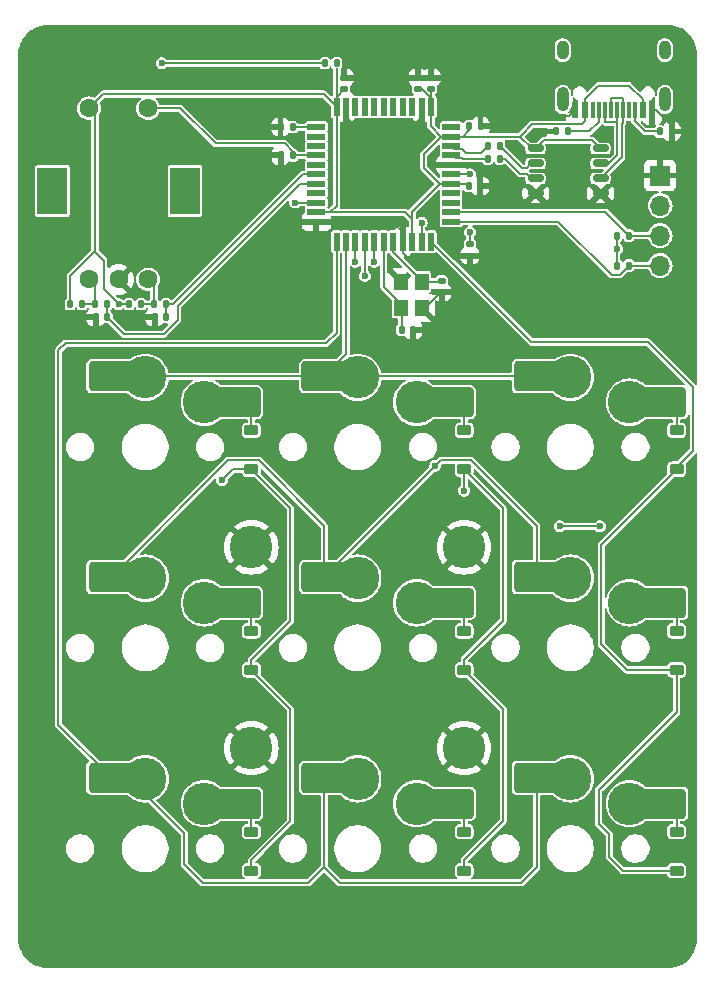
<source format=gbr>
%TF.GenerationSoftware,KiCad,Pcbnew,8.0.3*%
%TF.CreationDate,2024-08-18T23:13:00-04:00*%
%TF.ProjectId,MACROPAD,4d414352-4f50-4414-942e-6b696361645f,rev?*%
%TF.SameCoordinates,Original*%
%TF.FileFunction,Copper,L2,Bot*%
%TF.FilePolarity,Positive*%
%FSLAX46Y46*%
G04 Gerber Fmt 4.6, Leading zero omitted, Abs format (unit mm)*
G04 Created by KiCad (PCBNEW 8.0.3) date 2024-08-18 23:13:00*
%MOMM*%
%LPD*%
G01*
G04 APERTURE LIST*
G04 Aperture macros list*
%AMRoundRect*
0 Rectangle with rounded corners*
0 $1 Rounding radius*
0 $2 $3 $4 $5 $6 $7 $8 $9 X,Y pos of 4 corners*
0 Add a 4 corners polygon primitive as box body*
4,1,4,$2,$3,$4,$5,$6,$7,$8,$9,$2,$3,0*
0 Add four circle primitives for the rounded corners*
1,1,$1+$1,$2,$3*
1,1,$1+$1,$4,$5*
1,1,$1+$1,$6,$7*
1,1,$1+$1,$8,$9*
0 Add four rect primitives between the rounded corners*
20,1,$1+$1,$2,$3,$4,$5,0*
20,1,$1+$1,$4,$5,$6,$7,0*
20,1,$1+$1,$6,$7,$8,$9,0*
20,1,$1+$1,$8,$9,$2,$3,0*%
G04 Aperture macros list end*
%TA.AperFunction,ComponentPad*%
%ADD10C,3.600000*%
%TD*%
%TA.AperFunction,SMDPad,CuDef*%
%ADD11RoundRect,0.135000X-0.135000X-0.185000X0.135000X-0.185000X0.135000X0.185000X-0.135000X0.185000X0*%
%TD*%
%TA.AperFunction,SMDPad,CuDef*%
%ADD12RoundRect,0.135000X0.135000X0.185000X-0.135000X0.185000X-0.135000X-0.185000X0.135000X-0.185000X0*%
%TD*%
%TA.AperFunction,SMDPad,CuDef*%
%ADD13RoundRect,0.140000X0.170000X-0.140000X0.170000X0.140000X-0.170000X0.140000X-0.170000X-0.140000X0*%
%TD*%
%TA.AperFunction,SMDPad,CuDef*%
%ADD14RoundRect,0.140000X-0.140000X-0.170000X0.140000X-0.170000X0.140000X0.170000X-0.140000X0.170000X0*%
%TD*%
%TA.AperFunction,SMDPad,CuDef*%
%ADD15RoundRect,0.250000X-1.675000X-1.000000X1.675000X-1.000000X1.675000X1.000000X-1.675000X1.000000X0*%
%TD*%
%TA.AperFunction,ComponentPad*%
%ADD16R,2.500000X4.000000*%
%TD*%
%TA.AperFunction,ComponentPad*%
%ADD17C,1.600000*%
%TD*%
%TA.AperFunction,SMDPad,CuDef*%
%ADD18R,0.600000X1.450000*%
%TD*%
%TA.AperFunction,SMDPad,CuDef*%
%ADD19R,0.300000X1.450000*%
%TD*%
%TA.AperFunction,ComponentPad*%
%ADD20O,1.000000X2.100000*%
%TD*%
%TA.AperFunction,ComponentPad*%
%ADD21O,1.000000X1.600000*%
%TD*%
%TA.AperFunction,ComponentPad*%
%ADD22O,1.700000X1.700000*%
%TD*%
%TA.AperFunction,ComponentPad*%
%ADD23R,1.700000X1.700000*%
%TD*%
%TA.AperFunction,SMDPad,CuDef*%
%ADD24RoundRect,0.225000X0.375000X-0.225000X0.375000X0.225000X-0.375000X0.225000X-0.375000X-0.225000X0*%
%TD*%
%TA.AperFunction,SMDPad,CuDef*%
%ADD25RoundRect,0.150000X0.500000X0.150000X-0.500000X0.150000X-0.500000X-0.150000X0.500000X-0.150000X0*%
%TD*%
%TA.AperFunction,SMDPad,CuDef*%
%ADD26R,1.500000X0.550000*%
%TD*%
%TA.AperFunction,SMDPad,CuDef*%
%ADD27R,0.550000X1.500000*%
%TD*%
%TA.AperFunction,SMDPad,CuDef*%
%ADD28RoundRect,0.140000X-0.170000X0.140000X-0.170000X-0.140000X0.170000X-0.140000X0.170000X0.140000X0*%
%TD*%
%TA.AperFunction,SMDPad,CuDef*%
%ADD29R,1.200000X1.400000*%
%TD*%
%TA.AperFunction,ViaPad*%
%ADD30C,0.600000*%
%TD*%
%TA.AperFunction,Conductor*%
%ADD31C,0.200000*%
%TD*%
%TA.AperFunction,Conductor*%
%ADD32C,0.150000*%
%TD*%
G04 APERTURE END LIST*
D10*
%TO.P,H4,1,1*%
%TO.N,GND*%
X151150000Y-109200000D03*
%TD*%
%TO.P,H3,1,1*%
%TO.N,GND*%
X133150000Y-109200000D03*
%TD*%
%TO.P,H2,1,1*%
%TO.N,GND*%
X151150000Y-92200000D03*
%TD*%
%TO.P,H1,1,1*%
%TO.N,GND*%
X133150000Y-92200000D03*
%TD*%
D11*
%TO.P,R13,2*%
%TO.N,Display SDA*%
X165100000Y-68332500D03*
%TO.P,R13,1*%
%TO.N,VCC*%
X164080000Y-68332500D03*
%TD*%
%TO.P,R12,2*%
%TO.N,Display SCL*%
X165100000Y-65792500D03*
%TO.P,R12,1*%
%TO.N,VCC*%
X164080000Y-65792500D03*
%TD*%
D12*
%TO.P,R11,2*%
%TO.N,GND*%
X135610000Y-56612500D03*
%TO.P,R11,1*%
%TO.N,Net-(U3-~{HWB}{slash}PE2)*%
X136630000Y-56612500D03*
%TD*%
D13*
%TO.P,C10,2*%
%TO.N,GND*%
X147250000Y-52432500D03*
%TO.P,C10,1*%
%TO.N,VCC*%
X147250000Y-53392500D03*
%TD*%
%TO.P,C8,1*%
%TO.N,VCC*%
X141010000Y-53382500D03*
%TO.P,C8,2*%
%TO.N,GND*%
X141010000Y-52422500D03*
%TD*%
D14*
%TO.P,C3,2*%
%TO.N,GND*%
X152540000Y-56552500D03*
%TO.P,C3,1*%
%TO.N,VCC*%
X151580000Y-56552500D03*
%TD*%
D13*
%TO.P,C2,1*%
%TO.N,VCC*%
X148350000Y-53382500D03*
%TO.P,C2,2*%
%TO.N,GND*%
X148350000Y-52422500D03*
%TD*%
D14*
%TO.P,C1,2*%
%TO.N,GND*%
X152510000Y-61612500D03*
%TO.P,C1,1*%
%TO.N,VCC*%
X151550000Y-61612500D03*
%TD*%
D15*
%TO.P,S1,2,2*%
%TO.N,Net-(D1-A)*%
X132000000Y-79900000D03*
D10*
X129150000Y-79900000D03*
%TO.P,S1,1,1*%
%TO.N,Column 0*%
X124150000Y-77800000D03*
D15*
X121300000Y-77700000D03*
%TD*%
%TO.P,S3,2,2*%
%TO.N,Net-(D3-A)*%
X168000000Y-79900000D03*
D10*
X165150000Y-79900000D03*
%TO.P,S3,1,1*%
%TO.N,Column 0*%
X160150000Y-77800000D03*
D15*
X157300000Y-77700000D03*
%TD*%
%TO.P,S2,2,2*%
%TO.N,Net-(D2-A)*%
X150000000Y-79900000D03*
D10*
X147150000Y-79900000D03*
%TO.P,S2,1,1*%
%TO.N,Column 0*%
X142150000Y-77800000D03*
D15*
X139300000Y-77700000D03*
%TD*%
%TO.P,S8,2,2*%
%TO.N,Net-(D8-A)*%
X150000000Y-113900000D03*
D10*
X147150000Y-113900000D03*
%TO.P,S8,1,1*%
%TO.N,Column 2*%
X142150000Y-111800000D03*
D15*
X139300000Y-111700000D03*
%TD*%
%TO.P,S9,2,2*%
%TO.N,Net-(D9-A)*%
X168000000Y-113900000D03*
D10*
X165150000Y-113900000D03*
%TO.P,S9,1,1*%
%TO.N,Column 2*%
X160150000Y-111800000D03*
D15*
X157300000Y-111700000D03*
%TD*%
%TO.P,S5,2,2*%
%TO.N,Net-(D5-A)*%
X150000000Y-96900000D03*
D10*
X147150000Y-96900000D03*
%TO.P,S5,1,1*%
%TO.N,Column 1*%
X142150000Y-94800000D03*
D15*
X139300000Y-94700000D03*
%TD*%
%TO.P,S4,2,2*%
%TO.N,Net-(D4-A)*%
X132000000Y-96900000D03*
D10*
X129150000Y-96900000D03*
%TO.P,S4,1,1*%
%TO.N,Column 1*%
X124150000Y-94800000D03*
D15*
X121300000Y-94700000D03*
%TD*%
%TO.P,S6,2,2*%
%TO.N,Net-(D6-A)*%
X168000000Y-96900000D03*
D10*
X165150000Y-96900000D03*
%TO.P,S6,1,1*%
%TO.N,Column 1*%
X160150000Y-94800000D03*
D15*
X157300000Y-94700000D03*
%TD*%
%TO.P,S7,2,2*%
%TO.N,Net-(D7-A)*%
X132000000Y-113900000D03*
D10*
X129150000Y-113900000D03*
%TO.P,S7,1,1*%
%TO.N,Column 2*%
X124150000Y-111800000D03*
D15*
X121300000Y-111700000D03*
%TD*%
D16*
%TO.P,SW2,SH*%
%TO.N,N/C*%
X127500000Y-62012500D03*
X116300000Y-62012500D03*
D17*
%TO.P,SW2,S2,S2*%
%TO.N,RE Switch*%
X124400000Y-55012500D03*
%TO.P,SW2,S1,S1*%
%TO.N,VCC*%
X119400000Y-55012500D03*
%TO.P,SW2,C,C*%
%TO.N,GND*%
X121900000Y-69512500D03*
%TO.P,SW2,B,B*%
%TO.N,Net-(R6-Pad2)*%
X124400000Y-69512500D03*
%TO.P,SW2,A,A*%
%TO.N,Net-(R10-Pad2)*%
X119400000Y-69512500D03*
%TD*%
D18*
%TO.P,J1,A1,GND*%
%TO.N,GND*%
X160580000Y-55187500D03*
%TO.P,J1,A4,VBUS*%
%TO.N,VCC*%
X161380000Y-55187500D03*
D19*
%TO.P,J1,A5,CC1*%
%TO.N,Net-(J1-CC1)*%
X162580000Y-55187500D03*
%TO.P,J1,A6,D+*%
%TO.N,/USB_D+*%
X163580000Y-55187500D03*
%TO.P,J1,A7,D-*%
%TO.N,/USB_D-*%
X164080000Y-55187500D03*
%TO.P,J1,A8,SBU1*%
%TO.N,unconnected-(J1-SBU1-PadA8)*%
X165080000Y-55187500D03*
D18*
%TO.P,J1,A9,VBUS*%
%TO.N,VCC*%
X166280000Y-55187500D03*
%TO.P,J1,A12,GND*%
%TO.N,GND*%
X167080000Y-55187500D03*
%TO.P,J1,B1,GND*%
X167080000Y-55187500D03*
%TO.P,J1,B4,VBUS*%
%TO.N,VCC*%
X166280000Y-55187500D03*
D19*
%TO.P,J1,B5,CC2*%
%TO.N,Net-(J1-CC2)*%
X165580000Y-55187500D03*
%TO.P,J1,B6,D+*%
%TO.N,/USB_D+*%
X164580000Y-55187500D03*
%TO.P,J1,B7,D-*%
%TO.N,/USB_D-*%
X163080000Y-55187500D03*
%TO.P,J1,B8,SBU2*%
%TO.N,unconnected-(J1-SBU2-PadB8)*%
X162080000Y-55187500D03*
D18*
%TO.P,J1,B9,VBUS*%
%TO.N,VCC*%
X161380000Y-55187500D03*
%TO.P,J1,B12,GND*%
%TO.N,GND*%
X160580000Y-55187500D03*
D20*
%TO.P,J1,S1,SHIELD*%
%TO.N,unconnected-(J1-SHIELD-PadS1)*%
X159510000Y-54272500D03*
D21*
%TO.N,unconnected-(J1-SHIELD-PadS1)_1*%
X159510000Y-50092500D03*
D20*
%TO.N,unconnected-(J1-SHIELD-PadS1)_2*%
X168150000Y-54272500D03*
D21*
%TO.N,unconnected-(J1-SHIELD-PadS1)_0*%
X168150000Y-50092500D03*
%TD*%
D22*
%TO.P,J2,4,Pin_4*%
%TO.N,Display SDA*%
X167747500Y-68332500D03*
%TO.P,J2,3,Pin_3*%
%TO.N,Display SCL*%
X167747500Y-65792500D03*
%TO.P,J2,2,Pin_2*%
%TO.N,VCC*%
X167747500Y-63252500D03*
D23*
%TO.P,J2,1,Pin_1*%
%TO.N,GND*%
X167747500Y-60712500D03*
%TD*%
D24*
%TO.P,D5,1,K*%
%TO.N,Row 1*%
X151150000Y-102575000D03*
%TO.P,D5,2,A*%
%TO.N,Net-(D5-A)*%
X151150000Y-99275000D03*
%TD*%
%TO.P,D1,1,K*%
%TO.N,Row 0*%
X133150000Y-85575000D03*
%TO.P,D1,2,A*%
%TO.N,Net-(D1-A)*%
X133150000Y-82275000D03*
%TD*%
D25*
%TO.P,U1,1,VBUS*%
%TO.N,VCC*%
X162700000Y-58425000D03*
%TO.P,U1,2,I/O1*%
%TO.N,/USB_D-*%
X162700000Y-59695000D03*
%TO.P,U1,3,I/O2*%
%TO.N,/USB_D+*%
X162700000Y-60965000D03*
%TO.P,U1,4,GND*%
%TO.N,GND*%
X162700000Y-62235000D03*
%TO.P,U1,5,GND*%
X157200000Y-62235000D03*
%TO.P,U1,6,I/O2*%
%TO.N,D+*%
X157200000Y-60965000D03*
%TO.P,U1,7,I/O1*%
%TO.N,D-*%
X157200000Y-59695000D03*
%TO.P,U1,8,VBUS*%
%TO.N,VCC*%
X157200000Y-58425000D03*
%TD*%
D26*
%TO.P,U3,1,PE6*%
%TO.N,unconnected-(U3-PE6-Pad1)*%
X150050000Y-56612500D03*
%TO.P,U3,2,UVCC*%
%TO.N,VCC*%
X150050000Y-57412500D03*
%TO.P,U3,3,D-*%
%TO.N,/Port_Protector_D-*%
X150050000Y-58212500D03*
%TO.P,U3,4,D+*%
%TO.N,/Port_Protector_D+*%
X150050000Y-59012500D03*
%TO.P,U3,5,UGND*%
%TO.N,GND*%
X150050000Y-59812500D03*
%TO.P,U3,6,UCAP*%
%TO.N,Net-(U3-UCAP)*%
X150050000Y-60612500D03*
%TO.P,U3,7,VBUS*%
%TO.N,VCC*%
X150050000Y-61412500D03*
%TO.P,U3,8,PB0*%
%TO.N,unconnected-(U3-PB0-Pad8)*%
X150050000Y-62212500D03*
%TO.P,U3,9,PB1*%
%TO.N,unconnected-(U3-PB1-Pad9)*%
X150050000Y-63012500D03*
%TO.P,U3,10,PB2*%
%TO.N,Display SCL*%
X150050000Y-63812500D03*
%TO.P,U3,11,PB3*%
%TO.N,Display SDA*%
X150050000Y-64612500D03*
D27*
%TO.P,U3,12,PB7*%
%TO.N,Row 2*%
X148350000Y-66312500D03*
%TO.P,U3,13,~{RESET}*%
%TO.N,Net-(U3-~{RESET})*%
X147550000Y-66312500D03*
%TO.P,U3,14,VCC*%
%TO.N,VCC*%
X146750000Y-66312500D03*
%TO.P,U3,15,GND*%
%TO.N,GND*%
X145950000Y-66312500D03*
%TO.P,U3,16,XTAL2*%
%TO.N,Net-(U3-XTAL2)*%
X145150000Y-66312500D03*
%TO.P,U3,17,XTAL1*%
%TO.N,Net-(U3-XTAL1)*%
X144350000Y-66312500D03*
%TO.P,U3,18,PD0*%
%TO.N,Row 1*%
X143550000Y-66312500D03*
%TO.P,U3,19,PD1*%
%TO.N,Row 0*%
X142750000Y-66312500D03*
%TO.P,U3,20,PD2*%
%TO.N,Column 1*%
X141950000Y-66312500D03*
%TO.P,U3,21,PD3*%
%TO.N,Column 0*%
X141150000Y-66312500D03*
%TO.P,U3,22,PD5*%
%TO.N,Column 2*%
X140350000Y-66312500D03*
D26*
%TO.P,U3,23,GND*%
%TO.N,GND*%
X138650000Y-64612500D03*
%TO.P,U3,24,AVCC*%
%TO.N,VCC*%
X138650000Y-63812500D03*
%TO.P,U3,25,PD4*%
%TO.N,LED Input*%
X138650000Y-63012500D03*
%TO.P,U3,26,PD6*%
%TO.N,unconnected-(U3-PD6-Pad26)*%
X138650000Y-62212500D03*
%TO.P,U3,27,PD7*%
%TO.N,RE A*%
X138650000Y-61412500D03*
%TO.P,U3,28,PB4*%
%TO.N,RE B*%
X138650000Y-60612500D03*
%TO.P,U3,29,PB5*%
%TO.N,unconnected-(U3-PB5-Pad29)*%
X138650000Y-59812500D03*
%TO.P,U3,30,PB6*%
%TO.N,RE Switch*%
X138650000Y-59012500D03*
%TO.P,U3,31,PC6*%
%TO.N,unconnected-(U3-PC6-Pad31)*%
X138650000Y-58212500D03*
%TO.P,U3,32,PC7*%
%TO.N,unconnected-(U3-PC7-Pad32)*%
X138650000Y-57412500D03*
%TO.P,U3,33,~{HWB}/PE2*%
%TO.N,Net-(U3-~{HWB}{slash}PE2)*%
X138650000Y-56612500D03*
D27*
%TO.P,U3,34,VCC*%
%TO.N,VCC*%
X140350000Y-54912500D03*
%TO.P,U3,35,GND*%
%TO.N,GND*%
X141150000Y-54912500D03*
%TO.P,U3,36,PF7*%
%TO.N,unconnected-(U3-PF7-Pad36)*%
X141950000Y-54912500D03*
%TO.P,U3,37,PF6*%
%TO.N,unconnected-(U3-PF6-Pad37)*%
X142750000Y-54912500D03*
%TO.P,U3,38,PF5*%
%TO.N,unconnected-(U3-PF5-Pad38)*%
X143550000Y-54912500D03*
%TO.P,U3,39,PF4*%
%TO.N,unconnected-(U3-PF4-Pad39)*%
X144350000Y-54912500D03*
%TO.P,U3,40,PF1*%
%TO.N,unconnected-(U3-PF1-Pad40)*%
X145150000Y-54912500D03*
%TO.P,U3,41,PF0*%
%TO.N,unconnected-(U3-PF0-Pad41)*%
X145950000Y-54912500D03*
%TO.P,U3,42,AREF*%
%TO.N,unconnected-(U3-AREF-Pad42)*%
X146750000Y-54912500D03*
%TO.P,U3,43,GND*%
%TO.N,GND*%
X147550000Y-54912500D03*
%TO.P,U3,44,AVCC*%
%TO.N,VCC*%
X148350000Y-54912500D03*
%TD*%
D11*
%TO.P,R6,1*%
%TO.N,VCC*%
X122800000Y-71602500D03*
%TO.P,R6,2*%
%TO.N,Net-(R6-Pad2)*%
X123820000Y-71602500D03*
%TD*%
D12*
%TO.P,R3,1*%
%TO.N,D-*%
X154170000Y-58212500D03*
%TO.P,R3,2*%
%TO.N,/Port_Protector_D-*%
X153150000Y-58212500D03*
%TD*%
D11*
%TO.P,R2,2*%
%TO.N,D+*%
X154170000Y-59272500D03*
%TO.P,R2,1*%
%TO.N,/Port_Protector_D+*%
X153150000Y-59272500D03*
%TD*%
%TO.P,R8,1*%
%TO.N,VCC*%
X117800000Y-71602500D03*
%TO.P,R8,2*%
%TO.N,Net-(R10-Pad2)*%
X118820000Y-71602500D03*
%TD*%
D24*
%TO.P,D6,1,K*%
%TO.N,Row 2*%
X169150000Y-102575000D03*
%TO.P,D6,2,A*%
%TO.N,Net-(D6-A)*%
X169150000Y-99275000D03*
%TD*%
D12*
%TO.P,R4,1*%
%TO.N,Net-(J1-CC1)*%
X159950000Y-56982500D03*
%TO.P,R4,2*%
%TO.N,GND*%
X158930000Y-56982500D03*
%TD*%
D14*
%TO.P,C7,1*%
%TO.N,GND*%
X119950000Y-72712500D03*
%TO.P,C7,2*%
%TO.N,RE A*%
X120910000Y-72712500D03*
%TD*%
D11*
%TO.P,R5,1*%
%TO.N,Net-(J1-CC2)*%
X167710000Y-56982500D03*
%TO.P,R5,2*%
%TO.N,GND*%
X168730000Y-56982500D03*
%TD*%
D24*
%TO.P,D3,1,K*%
%TO.N,Row 2*%
X169150000Y-85575000D03*
%TO.P,D3,2,A*%
%TO.N,Net-(D3-A)*%
X169150000Y-82275000D03*
%TD*%
%TO.P,D4,1,K*%
%TO.N,Row 0*%
X133150000Y-102575000D03*
%TO.P,D4,2,A*%
%TO.N,Net-(D4-A)*%
X133150000Y-99275000D03*
%TD*%
%TO.P,D2,1,K*%
%TO.N,Row 1*%
X151150000Y-85575000D03*
%TO.P,D2,2,A*%
%TO.N,Net-(D2-A)*%
X151150000Y-82275000D03*
%TD*%
D28*
%TO.P,C4,2*%
%TO.N,GND*%
X151650000Y-67492500D03*
%TO.P,C4,1*%
%TO.N,Net-(U3-UCAP)*%
X151650000Y-66532500D03*
%TD*%
D24*
%TO.P,D9,1,K*%
%TO.N,Row 2*%
X169150000Y-119575000D03*
%TO.P,D9,2,A*%
%TO.N,Net-(D9-A)*%
X169150000Y-116275000D03*
%TD*%
D28*
%TO.P,C6,1*%
%TO.N,Net-(U3-XTAL2)*%
X149250000Y-69612500D03*
%TO.P,C6,2*%
%TO.N,GND*%
X149250000Y-70572500D03*
%TD*%
D14*
%TO.P,C9,1*%
%TO.N,GND*%
X124950000Y-72712500D03*
%TO.P,C9,2*%
%TO.N,RE B*%
X125910000Y-72712500D03*
%TD*%
D24*
%TO.P,D8,1,K*%
%TO.N,Row 1*%
X151150000Y-119575000D03*
%TO.P,D8,2,A*%
%TO.N,Net-(D8-A)*%
X151150000Y-116275000D03*
%TD*%
D11*
%TO.P,R9,1*%
%TO.N,Net-(R6-Pad2)*%
X124900000Y-71602500D03*
%TO.P,R9,2*%
%TO.N,RE B*%
X125920000Y-71602500D03*
%TD*%
%TO.P,R1,2*%
%TO.N,VCC*%
X140360000Y-51200000D03*
%TO.P,R1,1*%
%TO.N,Net-(U3-~{RESET})*%
X139340000Y-51200000D03*
%TD*%
D12*
%TO.P,R10,1*%
%TO.N,RE A*%
X120920000Y-71602500D03*
%TO.P,R10,2*%
%TO.N,Net-(R10-Pad2)*%
X119900000Y-71602500D03*
%TD*%
D29*
%TO.P,Y1,1,1*%
%TO.N,Net-(U3-XTAL2)*%
X147550000Y-69712500D03*
%TO.P,Y1,2,2*%
%TO.N,GND*%
X147550000Y-71912500D03*
%TO.P,Y1,3,3*%
%TO.N,Net-(U3-XTAL1)*%
X145850000Y-71912500D03*
%TO.P,Y1,4,4*%
%TO.N,GND*%
X145850000Y-69712500D03*
%TD*%
D14*
%TO.P,C5,2*%
%TO.N,GND*%
X146820000Y-73772500D03*
%TO.P,C5,1*%
%TO.N,Net-(U3-XTAL1)*%
X145860000Y-73772500D03*
%TD*%
D12*
%TO.P,R7,1*%
%TO.N,RE Switch*%
X136650000Y-59012500D03*
%TO.P,R7,2*%
%TO.N,GND*%
X135630000Y-59012500D03*
%TD*%
D24*
%TO.P,D7,1,K*%
%TO.N,Row 0*%
X133150000Y-119575000D03*
%TO.P,D7,2,A*%
%TO.N,Net-(D7-A)*%
X133150000Y-116275000D03*
%TD*%
D30*
%TO.N,GND*%
X115650000Y-70100000D03*
X121850000Y-66500000D03*
X125550000Y-52500000D03*
X130650000Y-88300000D03*
X160950000Y-91700000D03*
X148700000Y-87410000D03*
X141950000Y-70400000D03*
X143550000Y-70400000D03*
X157450000Y-52000000D03*
X157450000Y-69400000D03*
X132750000Y-70100000D03*
X132750000Y-63000000D03*
X165050000Y-69700000D03*
X165050000Y-64400000D03*
X145070000Y-68152500D03*
X147400000Y-68152500D03*
X145150000Y-64700000D03*
%TO.N,Net-(U3-~{RESET})*%
X147550000Y-64700000D03*
X125550000Y-51200000D03*
%TO.N,GND*%
X127350000Y-86500000D03*
%TO.N,Row 1*%
X151150000Y-87400000D03*
%TO.N,VCC*%
X164078750Y-66921250D03*
X162650000Y-90412500D03*
%TO.N,GND*%
X157450000Y-55712500D03*
X157450000Y-57012500D03*
%TO.N,Net-(U3-UCAP)*%
X151650000Y-65512500D03*
X151650000Y-60612500D03*
%TO.N,VCC*%
X159250000Y-90400000D03*
%TO.N,LED Input*%
X136850000Y-63000000D03*
%TO.N,VCC*%
X121910000Y-71612500D03*
%TO.N,Row 0*%
X130650000Y-86512500D03*
X142750000Y-69212500D03*
%TO.N,Row 1*%
X143550000Y-68012500D03*
%TO.N,Column 1*%
X148718750Y-85281250D03*
X141950000Y-68012500D03*
%TO.N,GND*%
X123000000Y-72865625D03*
X144375735Y-56812500D03*
X148587500Y-59822500D03*
X132750000Y-55800000D03*
%TD*%
D31*
%TO.N,VCC*%
X147750000Y-58887500D02*
X149225000Y-57412500D01*
X147750000Y-60062500D02*
X147750000Y-58887500D01*
X149100000Y-61412500D02*
X147750000Y-60062500D01*
X146750000Y-63762500D02*
X146750000Y-66312500D01*
X149100000Y-61412500D02*
X146750000Y-63762500D01*
X150050000Y-61412500D02*
X149100000Y-61412500D01*
X149225000Y-57412500D02*
X150050000Y-57412500D01*
X148350000Y-56537500D02*
X148350000Y-54912500D01*
X149225000Y-57412500D02*
X148350000Y-56537500D01*
%TO.N,GND*%
X145950000Y-67262500D02*
X145950000Y-66312500D01*
X147400000Y-68152500D02*
X146840000Y-68152500D01*
X146840000Y-68152500D02*
X145950000Y-67262500D01*
X145070000Y-68932500D02*
X145850000Y-69712500D01*
X145070000Y-68152500D02*
X145070000Y-68932500D01*
X147850000Y-71912500D02*
X149190000Y-70572500D01*
X149190000Y-70572500D02*
X149250000Y-70572500D01*
X147550000Y-71912500D02*
X147850000Y-71912500D01*
%TO.N,Net-(U3-XTAL2)*%
X149150000Y-69712500D02*
X149250000Y-69612500D01*
X147550000Y-69712500D02*
X149150000Y-69712500D01*
%TO.N,Net-(U3-XTAL1)*%
X145860000Y-71922500D02*
X145850000Y-71912500D01*
X145860000Y-73772500D02*
X145860000Y-71922500D01*
X145850000Y-71612500D02*
X145850000Y-71912500D01*
X144350000Y-70112500D02*
X145850000Y-71612500D01*
X144350000Y-66312500D02*
X144350000Y-70112500D01*
%TO.N,VCC*%
X147559999Y-53392500D02*
X148350000Y-54182501D01*
X148350000Y-54182501D02*
X148350000Y-54912500D01*
X147250000Y-53392500D02*
X147559999Y-53392500D01*
X155850000Y-57412500D02*
X155847500Y-57412500D01*
X156862500Y-58425000D02*
X155850000Y-57412500D01*
X157200000Y-58425000D02*
X156862500Y-58425000D01*
X157200000Y-58425000D02*
X157031250Y-58425000D01*
X155847500Y-57412500D02*
X150050000Y-57412500D01*
X156017500Y-57242500D02*
X155847500Y-57412500D01*
X151029999Y-57412500D02*
X150050000Y-57412500D01*
X151580000Y-56862499D02*
X151029999Y-57412500D01*
X151580000Y-56552500D02*
X151580000Y-56862499D01*
X140350000Y-54042500D02*
X141010000Y-53382500D01*
X140350000Y-54912500D02*
X140350000Y-54042500D01*
X148350000Y-53382500D02*
X148350000Y-54912500D01*
X151350000Y-61412500D02*
X151550000Y-61612500D01*
X150050000Y-61412500D02*
X151350000Y-61412500D01*
%TO.N,GND*%
X145950000Y-65500000D02*
X145150000Y-64700000D01*
X145950000Y-66312500D02*
X145950000Y-65500000D01*
%TO.N,Net-(U3-~{RESET})*%
X147550000Y-66312500D02*
X147550000Y-64700000D01*
X139340000Y-51200000D02*
X125550000Y-51200000D01*
%TO.N,Row 1*%
X154450000Y-88875000D02*
X151150000Y-85575000D01*
X154450000Y-98400000D02*
X154450000Y-88875000D01*
X151150000Y-101700000D02*
X154450000Y-98400000D01*
X151150000Y-102575000D02*
X151150000Y-101700000D01*
%TO.N,Row 0*%
X136450000Y-88875000D02*
X136450000Y-98400000D01*
X136450000Y-98400000D02*
X133150000Y-101700000D01*
X133150000Y-85575000D02*
X136450000Y-88875000D01*
X133150000Y-101700000D02*
X133150000Y-102575000D01*
X133150000Y-118700000D02*
X133150000Y-119575000D01*
X136450000Y-105875000D02*
X136450000Y-115400000D01*
X133150000Y-102575000D02*
X136450000Y-105875000D01*
X136450000Y-115400000D02*
X133150000Y-118700000D01*
%TO.N,Row 2*%
X164925000Y-102575000D02*
X169150000Y-102575000D01*
X162750000Y-100400000D02*
X164925000Y-102575000D01*
X162750000Y-91975000D02*
X162750000Y-100400000D01*
X169150000Y-85575000D02*
X162750000Y-91975000D01*
X162550000Y-115600000D02*
X163450000Y-116500000D01*
X162550000Y-112700000D02*
X162550000Y-115600000D01*
X164625000Y-119575000D02*
X169150000Y-119575000D01*
X169150000Y-102575000D02*
X169150000Y-106100000D01*
X169150000Y-106100000D02*
X162550000Y-112700000D01*
X163450000Y-116500000D02*
X163450000Y-118400000D01*
X163450000Y-118400000D02*
X164625000Y-119575000D01*
%TO.N,Column 2*%
X155950000Y-120600000D02*
X140650000Y-120600000D01*
X157300000Y-119250000D02*
X155950000Y-120600000D01*
X140650000Y-120600000D02*
X139300000Y-119250000D01*
X157300000Y-111700000D02*
X157300000Y-119250000D01*
X137950000Y-120600000D02*
X139300000Y-119250000D01*
X127450000Y-116400000D02*
X127450000Y-119000000D01*
X122750000Y-111700000D02*
X127450000Y-116400000D01*
X127450000Y-119000000D02*
X129050000Y-120600000D01*
X121300000Y-111700000D02*
X122750000Y-111700000D01*
X129050000Y-120600000D02*
X137950000Y-120600000D01*
X139300000Y-119250000D02*
X139300000Y-118550000D01*
X139300000Y-118550000D02*
X139300000Y-117950000D01*
X139300000Y-117950000D02*
X139300000Y-111700000D01*
%TO.N,Row 1*%
X151150000Y-87400000D02*
X151150000Y-85575000D01*
%TO.N,Display SDA*%
X164320000Y-69112500D02*
X165100000Y-68332500D01*
X163635538Y-69112500D02*
X164320000Y-69112500D01*
X159135538Y-64612500D02*
X163635538Y-69112500D01*
X150050000Y-64612500D02*
X159135538Y-64612500D01*
%TO.N,VCC*%
X164078750Y-68331250D02*
X164080000Y-68332500D01*
X164078750Y-66921250D02*
X164078750Y-68331250D01*
X164080000Y-66920000D02*
X164078750Y-66921250D01*
X164080000Y-65792500D02*
X164080000Y-66920000D01*
%TO.N,Display SCL*%
X163120000Y-63812500D02*
X165100000Y-65792500D01*
X150050000Y-63812500D02*
X163120000Y-63812500D01*
%TO.N,Display SDA*%
X165100000Y-68332500D02*
X167747500Y-68332500D01*
%TO.N,Display SCL*%
X165100000Y-65792500D02*
X167747500Y-65792500D01*
D32*
%TO.N,D-*%
X156062500Y-60105000D02*
X154170000Y-58212500D01*
X156440000Y-60105000D02*
X156062500Y-60105000D01*
X156850000Y-59695000D02*
X156440000Y-60105000D01*
X157200000Y-59695000D02*
X156850000Y-59695000D01*
%TO.N,D+*%
X154593603Y-59272500D02*
X154170000Y-59272500D01*
X156440000Y-60555000D02*
X155876103Y-60555000D01*
X155876103Y-60555000D02*
X154593603Y-59272500D01*
X156850000Y-60965000D02*
X156440000Y-60555000D01*
X157200000Y-60965000D02*
X156850000Y-60965000D01*
%TO.N,/Port_Protector_D-*%
X150275000Y-58437500D02*
X150050000Y-58212500D01*
X150936368Y-58437500D02*
X150275000Y-58437500D01*
X152540001Y-58822499D02*
X151321367Y-58822499D01*
X153150000Y-58212500D02*
X152540001Y-58822499D01*
%TO.N,/Port_Protector_D+*%
X150438603Y-59237500D02*
X150213603Y-59012500D01*
X151100000Y-59237500D02*
X150438603Y-59237500D01*
%TO.N,/Port_Protector_D-*%
X151321367Y-58822499D02*
X150936368Y-58437500D01*
%TO.N,/Port_Protector_D+*%
X151100000Y-59272500D02*
X151100000Y-59237500D01*
X153150000Y-59272500D02*
X151100000Y-59272500D01*
X150213603Y-59012500D02*
X150050000Y-59012500D01*
D31*
%TO.N,VCC*%
X120650000Y-70352500D02*
X121910000Y-71612500D01*
X119900000Y-67162500D02*
X120650000Y-67912500D01*
X119900000Y-55512500D02*
X119900000Y-67162500D01*
X120650000Y-67912500D02*
X120650000Y-70352500D01*
X119400000Y-55012500D02*
X119900000Y-55512500D01*
X117800000Y-69212500D02*
X117800000Y-71602500D01*
X119900000Y-67112500D02*
X117800000Y-69212500D01*
%TO.N,RE Switch*%
X127124000Y-55012500D02*
X124400000Y-55012500D01*
X130112000Y-58000500D02*
X127124000Y-55012500D01*
X135954000Y-58000500D02*
X130112000Y-58000500D01*
X136650000Y-59012500D02*
X136650000Y-58696500D01*
X136650000Y-58696500D02*
X135954000Y-58000500D01*
%TO.N,VCC*%
X140350000Y-63286500D02*
X139824000Y-63812500D01*
X140350000Y-54912500D02*
X140350000Y-63286500D01*
X139824000Y-63812500D02*
X138650000Y-63812500D01*
X162650000Y-90400000D02*
X162650000Y-90412500D01*
X120600000Y-53812500D02*
X139250000Y-53812500D01*
X139250000Y-53812500D02*
X140350000Y-54912500D01*
X119400000Y-55012500D02*
X120600000Y-53812500D01*
%TO.N,Net-(U3-~{HWB}{slash}PE2)*%
X138650000Y-56612500D02*
X136630000Y-56612500D01*
%TO.N,GND*%
X160055000Y-55712500D02*
X160580000Y-55187500D01*
X157450000Y-55712500D02*
X160055000Y-55712500D01*
X158930000Y-56982500D02*
X157480000Y-56982500D01*
X157480000Y-56982500D02*
X157450000Y-57012500D01*
X168730000Y-56533871D02*
X168730000Y-56982500D01*
X167080000Y-55187500D02*
X167383629Y-55187500D01*
X167383629Y-55187500D02*
X168730000Y-56533871D01*
%TO.N,VCC*%
X156897500Y-56362500D02*
X156017500Y-57242500D01*
X161130000Y-56362500D02*
X156897500Y-56362500D01*
X161380000Y-56112500D02*
X161130000Y-56362500D01*
X161380000Y-55187500D02*
X161380000Y-56112500D01*
X150220000Y-57242500D02*
X150050000Y-57412500D01*
X157912500Y-57712500D02*
X161987500Y-57712500D01*
X157200000Y-58425000D02*
X157912500Y-57712500D01*
X161987500Y-57712500D02*
X162700000Y-58425000D01*
%TO.N,Net-(U3-UCAP)*%
X151650000Y-65512500D02*
X151650000Y-66532500D01*
X150050000Y-60612500D02*
X151650000Y-60612500D01*
D32*
%TO.N,/USB_D+*%
X163630000Y-54162500D02*
X164530000Y-54162500D01*
X163580000Y-54212500D02*
X163630000Y-54162500D01*
X164530000Y-54162500D02*
X164580000Y-54212500D01*
X164580000Y-54212500D02*
X164580000Y-55187500D01*
X163580000Y-55187500D02*
X163580000Y-54212500D01*
%TO.N,/USB_D-*%
X163080000Y-56162500D02*
X163080000Y-55187500D01*
X163130000Y-56212500D02*
X163080000Y-56162500D01*
X164030000Y-56212500D02*
X163130000Y-56212500D01*
X164080000Y-55187500D02*
X164080000Y-56162500D01*
X164080000Y-56162500D02*
X164030000Y-56212500D01*
D31*
%TO.N,Net-(J1-CC1)*%
X161760000Y-56982500D02*
X159950000Y-56982500D01*
X162580000Y-55187500D02*
X162580000Y-56162500D01*
X162580000Y-56162500D02*
X161760000Y-56982500D01*
%TO.N,Net-(J1-CC2)*%
X165580000Y-56112500D02*
X165580000Y-55187500D01*
X166450000Y-56982500D02*
X165580000Y-56112500D01*
X167710000Y-56982500D02*
X166450000Y-56982500D01*
%TO.N,VCC*%
X162650000Y-90400000D02*
X159250000Y-90400000D01*
%TO.N,LED Input*%
X138637500Y-63000000D02*
X138650000Y-63012500D01*
X136850000Y-63000000D02*
X138637500Y-63000000D01*
%TO.N,VCC*%
X140350000Y-54912500D02*
X140350000Y-51622500D01*
X140350000Y-51622500D02*
X140360000Y-51612500D01*
%TO.N,Row 0*%
X131587500Y-85575000D02*
X130650000Y-86512500D01*
X142750000Y-69212500D02*
X142750000Y-66312500D01*
X133150000Y-85575000D02*
X131587500Y-85575000D01*
%TO.N,Net-(D1-A)*%
X132000000Y-79900000D02*
X133150000Y-81050000D01*
X133150000Y-81050000D02*
X133150000Y-82275000D01*
%TO.N,Row 1*%
X143550000Y-68012500D02*
X143550000Y-66312500D01*
%TO.N,Net-(D2-A)*%
X150000000Y-79900000D02*
X151150000Y-81050000D01*
X151150000Y-81050000D02*
X151150000Y-82275000D01*
%TO.N,Row 2*%
X170550000Y-78651378D02*
X166711122Y-74812500D01*
X156850000Y-74812500D02*
X148350000Y-66312500D01*
X166711122Y-74812500D02*
X156850000Y-74812500D01*
X170550000Y-84012500D02*
X170550000Y-78651378D01*
X169150000Y-85575000D02*
X169150000Y-85412500D01*
X169150000Y-85412500D02*
X170550000Y-84012500D01*
%TO.N,Net-(D3-A)*%
X168000000Y-79900000D02*
X169150000Y-81050000D01*
X169150000Y-81050000D02*
X169150000Y-82275000D01*
%TO.N,Net-(D4-A)*%
X133150000Y-98050000D02*
X133150000Y-99275000D01*
X132000000Y-96900000D02*
X133150000Y-98050000D01*
%TO.N,Net-(D5-A)*%
X150000000Y-96900000D02*
X151150000Y-98050000D01*
X151150000Y-98050000D02*
X151150000Y-99275000D01*
%TO.N,Net-(D6-A)*%
X168000000Y-96900000D02*
X169150000Y-98050000D01*
X169150000Y-98050000D02*
X169150000Y-99275000D01*
%TO.N,Net-(D7-A)*%
X133150000Y-115050000D02*
X133150000Y-116275000D01*
X132000000Y-113900000D02*
X133150000Y-115050000D01*
%TO.N,Net-(D8-A)*%
X151150000Y-115050000D02*
X151150000Y-116275000D01*
X150000000Y-113900000D02*
X151150000Y-115050000D01*
%TO.N,Net-(D9-A)*%
X168000000Y-113900000D02*
X169150000Y-115050000D01*
X169150000Y-115050000D02*
X169150000Y-116275000D01*
%TO.N,VCC*%
X117790000Y-71612500D02*
X117800000Y-71602500D01*
X122800000Y-71602500D02*
X121920000Y-71602500D01*
X121920000Y-71602500D02*
X121910000Y-71612500D01*
%TO.N,Net-(R6-Pad2)*%
X124900000Y-71602500D02*
X124900000Y-70012500D01*
X124900000Y-71602500D02*
X123820000Y-71602500D01*
X124900000Y-70012500D02*
X124400000Y-69512500D01*
%TO.N,Net-(R10-Pad2)*%
X119900000Y-71602500D02*
X119900000Y-70012500D01*
X119900000Y-70012500D02*
X119400000Y-69512500D01*
X119900000Y-71602500D02*
X118820000Y-71602500D01*
%TO.N,Column 0*%
X139300000Y-77700000D02*
X157300000Y-77700000D01*
X141150000Y-75850000D02*
X139300000Y-77700000D01*
X121300000Y-77700000D02*
X139300000Y-77700000D01*
X141150000Y-66312500D02*
X141150000Y-75850000D01*
%TO.N,Column 1*%
X139300000Y-90376304D02*
X139300000Y-94700000D01*
X139300000Y-94700000D02*
X149175000Y-84825000D01*
X157300000Y-90376304D02*
X157300000Y-94700000D01*
X121300000Y-94700000D02*
X131175000Y-84825000D01*
X133748696Y-84825000D02*
X139300000Y-90376304D01*
X131175000Y-84825000D02*
X133748696Y-84825000D01*
X149175000Y-84825000D02*
X151748696Y-84825000D01*
X151748696Y-84825000D02*
X157300000Y-90376304D01*
X148718750Y-85281250D02*
X149175000Y-84825000D01*
X141950000Y-68012500D02*
X141950000Y-66312500D01*
%TO.N,Column 2*%
X140350000Y-66312500D02*
X140350000Y-74012500D01*
X117410000Y-74912500D02*
X116810000Y-75512500D01*
X140350000Y-74012500D02*
X139450000Y-74912500D01*
X116810000Y-75512500D02*
X116810000Y-107210000D01*
X116810000Y-107210000D02*
X121300000Y-111700000D01*
X139450000Y-74912500D02*
X117410000Y-74912500D01*
%TO.N,RE Switch*%
X138650000Y-59012500D02*
X136650000Y-59012500D01*
%TO.N,GND*%
X150050000Y-59812500D02*
X148597500Y-59812500D01*
X148597500Y-59812500D02*
X148587500Y-59822500D01*
%TO.N,RE A*%
X125720000Y-74142500D02*
X126894314Y-72968186D01*
X122340000Y-74142500D02*
X125720000Y-74142500D01*
X120910000Y-72712500D02*
X120910000Y-71612500D01*
X126894314Y-71768186D02*
X137250000Y-61412500D01*
X137250000Y-61412500D02*
X138650000Y-61412500D01*
X120910000Y-71612500D02*
X120920000Y-71602500D01*
X120910000Y-72712500D02*
X122340000Y-74142500D01*
X126894314Y-72968186D02*
X126894314Y-71768186D01*
%TO.N,RE B*%
X125910000Y-72712500D02*
X125910000Y-71612500D01*
X137484314Y-60612500D02*
X126494314Y-71602500D01*
X125910000Y-71612500D02*
X125920000Y-71602500D01*
X126494314Y-71602500D02*
X125920000Y-71602500D01*
X138650000Y-60612500D02*
X137484314Y-60612500D01*
%TO.N,VCC*%
X166280000Y-55187500D02*
X166280000Y-54262500D01*
X162530000Y-53112500D02*
X161380000Y-54262500D01*
X165130000Y-53112500D02*
X162530000Y-53112500D01*
X166280000Y-54262500D02*
X165130000Y-53112500D01*
X161380000Y-54262500D02*
X161380000Y-55187500D01*
D32*
%TO.N,/USB_D-*%
X164080000Y-56275001D02*
X164130000Y-56325001D01*
X164130000Y-56325001D02*
X164130000Y-58969314D01*
X164080000Y-55187500D02*
X164080000Y-56275001D01*
X164130000Y-58969314D02*
X163404314Y-59695000D01*
%TO.N,/USB_D+*%
X164580000Y-55187500D02*
X164580000Y-56275001D01*
%TO.N,/USB_D-*%
X163404314Y-59695000D02*
X162700000Y-59695000D01*
%TO.N,/USB_D+*%
X164580000Y-56275001D02*
X164530000Y-56325001D01*
X164530000Y-59135000D02*
X162700000Y-60965000D01*
X164530000Y-56325001D02*
X164530000Y-59135000D01*
D31*
%TO.N,Row 1*%
X151150000Y-118662500D02*
X151150000Y-119575000D01*
X154450000Y-105875000D02*
X154450000Y-115362500D01*
X151150000Y-102575000D02*
X154450000Y-105875000D01*
X154450000Y-115362500D02*
X151150000Y-118662500D01*
%TO.N,Net-(U3-XTAL2)*%
X145150000Y-67212500D02*
X145150000Y-66312500D01*
X147550000Y-69612500D02*
X145150000Y-67212500D01*
X147550000Y-69712500D02*
X147550000Y-69612500D01*
%TO.N,GND*%
X146475000Y-56812500D02*
X147550000Y-55737500D01*
X144375735Y-56812500D02*
X142225000Y-56812500D01*
X142225000Y-56812500D02*
X141150000Y-55737500D01*
X141150000Y-55737500D02*
X141150000Y-54912500D01*
X144375735Y-56812500D02*
X146475000Y-56812500D01*
X147550000Y-55737500D02*
X147550000Y-54912500D01*
%TO.N,VCC*%
X146750000Y-66312500D02*
X146750000Y-64412500D01*
X146750000Y-64412500D02*
X146150000Y-63812500D01*
X146150000Y-63812500D02*
X138650000Y-63812500D01*
%TD*%
%TA.AperFunction,Conductor*%
%TO.N,GND*%
G36*
X168402231Y-47970634D02*
G01*
X168696821Y-47988454D01*
X168705673Y-47989528D01*
X168993784Y-48042327D01*
X169002435Y-48044460D01*
X169282062Y-48131595D01*
X169290401Y-48134757D01*
X169557497Y-48254967D01*
X169565409Y-48259120D01*
X169816046Y-48410636D01*
X169823400Y-48415712D01*
X170053951Y-48596336D01*
X170060640Y-48602262D01*
X170267737Y-48809359D01*
X170273663Y-48816048D01*
X170454287Y-49046599D01*
X170459363Y-49053953D01*
X170610879Y-49304590D01*
X170615032Y-49312502D01*
X170735239Y-49579590D01*
X170738407Y-49587946D01*
X170825536Y-49867552D01*
X170827675Y-49876228D01*
X170880469Y-50164317D01*
X170881546Y-50173188D01*
X170899365Y-50467768D01*
X170899500Y-50472236D01*
X170899500Y-78397255D01*
X170877826Y-78449581D01*
X170825500Y-78471255D01*
X170773174Y-78449581D01*
X166895633Y-74572040D01*
X166827112Y-74532479D01*
X166827107Y-74532477D01*
X166750686Y-74512000D01*
X166750684Y-74512000D01*
X157005123Y-74512000D01*
X156952797Y-74490326D01*
X150204971Y-67742500D01*
X150845495Y-67742500D01*
X150887968Y-67888696D01*
X150970280Y-68027877D01*
X151084622Y-68142219D01*
X151223803Y-68224531D01*
X151379088Y-68269645D01*
X151399998Y-68271290D01*
X151400000Y-68271289D01*
X151900000Y-68271289D01*
X151900001Y-68271290D01*
X151920910Y-68269645D01*
X151920912Y-68269645D01*
X152076196Y-68224531D01*
X152215377Y-68142219D01*
X152329719Y-68027877D01*
X152412031Y-67888696D01*
X152454505Y-67742500D01*
X151900000Y-67742500D01*
X151900000Y-68271289D01*
X151400000Y-68271289D01*
X151400000Y-67742500D01*
X150845495Y-67742500D01*
X150204971Y-67742500D01*
X148847174Y-66384703D01*
X148825500Y-66332377D01*
X148825500Y-65542753D01*
X148825500Y-65542752D01*
X148813867Y-65484269D01*
X148804550Y-65470326D01*
X148783940Y-65439481D01*
X148769552Y-65417948D01*
X148725550Y-65388546D01*
X148703232Y-65373633D01*
X148703233Y-65373633D01*
X148673989Y-65367816D01*
X148644748Y-65362000D01*
X148055252Y-65362000D01*
X148023535Y-65368309D01*
X147996768Y-65373633D01*
X147991112Y-65377413D01*
X147935563Y-65388462D01*
X147908888Y-65377413D01*
X147903231Y-65373633D01*
X147903230Y-65373632D01*
X147903229Y-65373632D01*
X147896498Y-65370844D01*
X147898090Y-65366999D01*
X147862953Y-65343499D01*
X147850500Y-65302414D01*
X147850500Y-65142233D01*
X147872174Y-65089907D01*
X147877288Y-65085787D01*
X147877131Y-65085606D01*
X147881131Y-65082140D01*
X147918229Y-65039326D01*
X147975377Y-64973373D01*
X148035165Y-64842457D01*
X148055647Y-64700000D01*
X148035165Y-64557543D01*
X147975377Y-64426627D01*
X147928079Y-64372042D01*
X147881131Y-64317860D01*
X147881129Y-64317859D01*
X147881128Y-64317857D01*
X147798803Y-64264950D01*
X147760054Y-64240047D01*
X147760050Y-64240046D01*
X147621964Y-64199500D01*
X147621961Y-64199500D01*
X147478039Y-64199500D01*
X147478036Y-64199500D01*
X147339949Y-64240046D01*
X147339945Y-64240047D01*
X147218875Y-64317855D01*
X147218867Y-64317861D01*
X147180425Y-64362227D01*
X147129779Y-64387578D01*
X147076040Y-64369692D01*
X147050689Y-64319046D01*
X147050500Y-64313767D01*
X147050500Y-63917622D01*
X147072173Y-63865297D01*
X148973174Y-61964295D01*
X149025500Y-61942622D01*
X149077826Y-61964296D01*
X149099500Y-62016622D01*
X149099500Y-62507246D01*
X149111133Y-62565731D01*
X149114913Y-62571388D01*
X149125962Y-62626937D01*
X149114913Y-62653612D01*
X149111133Y-62659268D01*
X149109784Y-62666049D01*
X149099500Y-62717752D01*
X149099500Y-63307248D01*
X149103243Y-63326064D01*
X149111133Y-63365731D01*
X149114913Y-63371388D01*
X149125962Y-63426937D01*
X149114913Y-63453612D01*
X149111133Y-63459268D01*
X149111133Y-63459269D01*
X149099500Y-63517752D01*
X149099500Y-64107248D01*
X149109249Y-64156260D01*
X149111133Y-64165731D01*
X149114913Y-64171388D01*
X149125962Y-64226937D01*
X149114913Y-64253612D01*
X149111133Y-64259268D01*
X149111133Y-64259269D01*
X149099500Y-64317752D01*
X149099500Y-64907248D01*
X149107255Y-64946236D01*
X149111133Y-64965732D01*
X149130610Y-64994880D01*
X149155448Y-65032052D01*
X149194778Y-65058332D01*
X149221767Y-65076366D01*
X149221768Y-65076366D01*
X149221769Y-65076367D01*
X149280252Y-65088000D01*
X149280254Y-65088000D01*
X150819746Y-65088000D01*
X150819748Y-65088000D01*
X150878231Y-65076367D01*
X150944552Y-65032052D01*
X150988867Y-64965731D01*
X150988867Y-64965728D01*
X150991655Y-64959000D01*
X150995499Y-64960592D01*
X151019001Y-64925453D01*
X151060086Y-64913000D01*
X151405340Y-64913000D01*
X151457666Y-64934674D01*
X151479340Y-64987000D01*
X151457666Y-65039326D01*
X151443888Y-65048891D01*
X151444399Y-65049686D01*
X151318875Y-65130355D01*
X151318868Y-65130360D01*
X151224623Y-65239126D01*
X151164834Y-65370045D01*
X151144353Y-65512500D01*
X151164834Y-65654954D01*
X151164834Y-65654955D01*
X151164835Y-65654957D01*
X151206857Y-65746971D01*
X151224623Y-65785873D01*
X151318868Y-65894640D01*
X151322869Y-65898106D01*
X151320946Y-65900325D01*
X151347803Y-65938976D01*
X151349500Y-65954733D01*
X151349500Y-66030509D01*
X151327826Y-66082835D01*
X151306776Y-66097575D01*
X151281683Y-66109276D01*
X151196776Y-66194183D01*
X151146027Y-66303014D01*
X151139500Y-66352600D01*
X151139500Y-66712399D01*
X151145080Y-66754785D01*
X151130420Y-66809492D01*
X151109383Y-66828136D01*
X151084624Y-66842778D01*
X150970280Y-66957122D01*
X150887968Y-67096303D01*
X150845494Y-67242499D01*
X150845495Y-67242500D01*
X152454505Y-67242500D01*
X152454505Y-67242499D01*
X152412031Y-67096303D01*
X152329719Y-66957122D01*
X152215375Y-66842778D01*
X152190617Y-66828136D01*
X152156612Y-66782844D01*
X152154920Y-66754783D01*
X152160500Y-66712401D01*
X152160499Y-66352600D01*
X152153972Y-66303013D01*
X152103224Y-66194184D01*
X152018316Y-66109276D01*
X151993224Y-66097575D01*
X151954962Y-66055817D01*
X151950500Y-66030509D01*
X151950500Y-65954733D01*
X151972174Y-65902407D01*
X151977288Y-65898287D01*
X151977131Y-65898106D01*
X151981131Y-65894640D01*
X152008082Y-65863535D01*
X152075377Y-65785873D01*
X152135165Y-65654957D01*
X152155647Y-65512500D01*
X152135165Y-65370043D01*
X152075377Y-65239127D01*
X152046715Y-65206049D01*
X151981131Y-65130360D01*
X151981129Y-65130359D01*
X151981128Y-65130357D01*
X151860053Y-65052547D01*
X151860052Y-65052546D01*
X151855601Y-65049686D01*
X151857238Y-65047138D01*
X151825324Y-65012857D01*
X151827349Y-64956256D01*
X151868803Y-64917664D01*
X151894660Y-64913000D01*
X158980415Y-64913000D01*
X159032741Y-64934674D01*
X163395078Y-69297011D01*
X163451027Y-69352960D01*
X163519549Y-69392521D01*
X163519550Y-69392521D01*
X163519552Y-69392522D01*
X163557762Y-69402760D01*
X163595973Y-69412999D01*
X163595974Y-69413000D01*
X163595976Y-69413000D01*
X164359564Y-69413000D01*
X164359564Y-69412999D01*
X164435989Y-69392521D01*
X164504511Y-69352960D01*
X164560460Y-69297011D01*
X164982797Y-68874674D01*
X165035123Y-68853000D01*
X165274314Y-68853000D01*
X165274316Y-68853000D01*
X165323173Y-68846568D01*
X165430404Y-68796565D01*
X165514065Y-68712904D01*
X165531401Y-68675727D01*
X165573158Y-68637463D01*
X165598468Y-68633000D01*
X166686004Y-68633000D01*
X166738330Y-68654674D01*
X166756816Y-68685516D01*
X166772268Y-68736454D01*
X166772269Y-68736456D01*
X166869815Y-68918950D01*
X166974553Y-69046575D01*
X167001090Y-69078910D01*
X167161050Y-69210185D01*
X167343546Y-69307732D01*
X167541566Y-69367800D01*
X167747500Y-69388083D01*
X167953434Y-69367800D01*
X168151454Y-69307732D01*
X168333950Y-69210185D01*
X168493910Y-69078910D01*
X168625185Y-68918950D01*
X168722732Y-68736454D01*
X168782800Y-68538434D01*
X168803083Y-68332500D01*
X168782800Y-68126566D01*
X168722732Y-67928546D01*
X168625185Y-67746050D01*
X168493910Y-67586090D01*
X168493750Y-67585959D01*
X168333950Y-67454815D01*
X168151456Y-67357269D01*
X168151455Y-67357268D01*
X168151454Y-67357268D01*
X167999445Y-67311157D01*
X167953435Y-67297200D01*
X167747500Y-67276917D01*
X167541564Y-67297200D01*
X167343543Y-67357269D01*
X167161049Y-67454815D01*
X167001090Y-67586089D01*
X167001089Y-67586090D01*
X166869815Y-67746049D01*
X166772269Y-67928543D01*
X166772268Y-67928545D01*
X166772268Y-67928546D01*
X166756816Y-67979482D01*
X166720888Y-68023262D01*
X166686004Y-68032000D01*
X165598468Y-68032000D01*
X165546142Y-68010326D01*
X165531401Y-67989273D01*
X165514066Y-67952097D01*
X165430404Y-67868435D01*
X165425028Y-67865928D01*
X165323173Y-67818432D01*
X165323171Y-67818431D01*
X165287178Y-67813693D01*
X165274316Y-67812000D01*
X164925684Y-67812000D01*
X164914318Y-67813496D01*
X164876828Y-67818431D01*
X164769595Y-67868435D01*
X164685935Y-67952095D01*
X164657067Y-68014004D01*
X164615309Y-68052267D01*
X164558726Y-68049797D01*
X164522933Y-68014004D01*
X164511401Y-67989273D01*
X164494065Y-67952096D01*
X164410404Y-67868435D01*
X164405826Y-67863857D01*
X164406976Y-67862706D01*
X164380373Y-67820942D01*
X164379250Y-67808098D01*
X164379250Y-67363483D01*
X164400924Y-67311157D01*
X164406038Y-67307037D01*
X164405881Y-67306856D01*
X164409881Y-67303390D01*
X164438589Y-67270259D01*
X164504127Y-67194623D01*
X164563915Y-67063707D01*
X164584397Y-66921250D01*
X164563915Y-66778793D01*
X164504127Y-66647877D01*
X164409878Y-66539107D01*
X164409877Y-66539106D01*
X164409876Y-66539105D01*
X164406035Y-66535776D01*
X164380688Y-66485127D01*
X164380500Y-66479855D01*
X164380500Y-66316026D01*
X164402174Y-66263700D01*
X164408975Y-66257993D01*
X164410402Y-66256565D01*
X164410404Y-66256565D01*
X164494065Y-66172904D01*
X164522933Y-66110995D01*
X164564690Y-66072732D01*
X164621273Y-66075202D01*
X164657067Y-66110996D01*
X164685933Y-66172902D01*
X164685935Y-66172904D01*
X164769596Y-66256565D01*
X164876827Y-66306568D01*
X164925684Y-66313000D01*
X164925686Y-66313000D01*
X165274314Y-66313000D01*
X165274316Y-66313000D01*
X165323173Y-66306568D01*
X165430404Y-66256565D01*
X165514065Y-66172904D01*
X165531401Y-66135727D01*
X165573158Y-66097463D01*
X165598468Y-66093000D01*
X166686004Y-66093000D01*
X166738330Y-66114674D01*
X166756816Y-66145516D01*
X166772268Y-66196454D01*
X166772269Y-66196456D01*
X166869815Y-66378950D01*
X166985756Y-66520226D01*
X167001090Y-66538910D01*
X167161050Y-66670185D01*
X167343546Y-66767732D01*
X167541566Y-66827800D01*
X167747500Y-66848083D01*
X167953434Y-66827800D01*
X168151454Y-66767732D01*
X168333950Y-66670185D01*
X168493910Y-66538910D01*
X168625185Y-66378950D01*
X168722732Y-66196454D01*
X168782800Y-65998434D01*
X168803083Y-65792500D01*
X168782800Y-65586566D01*
X168722732Y-65388546D01*
X168625185Y-65206050D01*
X168493910Y-65046090D01*
X168333950Y-64914815D01*
X168151454Y-64817268D01*
X168039658Y-64783355D01*
X167953435Y-64757200D01*
X167747500Y-64736917D01*
X167541564Y-64757200D01*
X167343543Y-64817269D01*
X167161049Y-64914815D01*
X167001090Y-65046089D01*
X167001089Y-65046090D01*
X166869815Y-65206049D01*
X166772269Y-65388543D01*
X166772268Y-65388545D01*
X166772268Y-65388546D01*
X166756816Y-65439482D01*
X166720888Y-65483262D01*
X166686004Y-65492000D01*
X165598468Y-65492000D01*
X165546142Y-65470326D01*
X165531401Y-65449273D01*
X165514066Y-65412097D01*
X165430404Y-65328435D01*
X165374602Y-65302414D01*
X165323173Y-65278432D01*
X165323171Y-65278431D01*
X165287178Y-65273693D01*
X165274316Y-65272000D01*
X165274314Y-65272000D01*
X165035123Y-65272000D01*
X164982797Y-65250326D01*
X164159097Y-64426626D01*
X163304511Y-63572040D01*
X163294952Y-63566521D01*
X163294950Y-63566519D01*
X163235987Y-63532478D01*
X163235988Y-63532478D01*
X163159564Y-63512000D01*
X163159562Y-63512000D01*
X151060086Y-63512000D01*
X151007760Y-63490326D01*
X150994189Y-63464950D01*
X150991655Y-63466000D01*
X150988866Y-63459266D01*
X150985089Y-63453614D01*
X150974037Y-63398066D01*
X150985089Y-63371386D01*
X150988866Y-63365733D01*
X150988866Y-63365732D01*
X150988867Y-63365731D01*
X151000500Y-63307248D01*
X151000500Y-63034999D01*
X156753554Y-63034999D01*
X156753554Y-63035000D01*
X157646446Y-63035000D01*
X157646445Y-63034999D01*
X162253554Y-63034999D01*
X162253554Y-63035000D01*
X163146446Y-63035000D01*
X163146445Y-63034999D01*
X162700000Y-62588553D01*
X162253554Y-63034999D01*
X157646445Y-63034999D01*
X157200000Y-62588553D01*
X156753554Y-63034999D01*
X151000500Y-63034999D01*
X151000500Y-62717752D01*
X150988867Y-62659269D01*
X150988866Y-62659268D01*
X150988866Y-62659266D01*
X150985089Y-62653614D01*
X150974037Y-62598066D01*
X150985089Y-62571386D01*
X150988866Y-62565733D01*
X150988866Y-62565732D01*
X150988867Y-62565731D01*
X151000500Y-62507248D01*
X151000500Y-62033192D01*
X151022174Y-61980866D01*
X151074500Y-61959192D01*
X151126826Y-61980866D01*
X151211684Y-62065724D01*
X151320513Y-62116472D01*
X151370099Y-62123000D01*
X151729900Y-62122999D01*
X151772286Y-62117419D01*
X151826991Y-62132078D01*
X151845637Y-62153117D01*
X151860280Y-62177877D01*
X151974622Y-62292219D01*
X152113803Y-62374531D01*
X152259999Y-62417005D01*
X152260000Y-62417005D01*
X152760000Y-62417005D01*
X152906196Y-62374531D01*
X153045377Y-62292219D01*
X153159719Y-62177877D01*
X153242031Y-62038696D01*
X153247649Y-62019358D01*
X156050000Y-62019358D01*
X156050000Y-62450641D01*
X156052900Y-62487493D01*
X156098718Y-62645199D01*
X156182317Y-62786556D01*
X156238604Y-62842843D01*
X156846447Y-62235000D01*
X157553553Y-62235000D01*
X158161396Y-62842843D01*
X158217682Y-62786556D01*
X158301281Y-62645199D01*
X158347099Y-62487493D01*
X158350000Y-62450641D01*
X158350000Y-62019358D01*
X161550000Y-62019358D01*
X161550000Y-62450641D01*
X161552900Y-62487493D01*
X161598718Y-62645199D01*
X161682317Y-62786556D01*
X161738604Y-62842843D01*
X162346447Y-62235000D01*
X163053553Y-62235000D01*
X163661396Y-62842843D01*
X163717682Y-62786556D01*
X163801281Y-62645199D01*
X163847099Y-62487493D01*
X163850000Y-62450641D01*
X163850000Y-62019358D01*
X163847099Y-61982506D01*
X163801281Y-61824800D01*
X163717682Y-61683443D01*
X163661396Y-61627157D01*
X163053553Y-62235000D01*
X162346447Y-62235000D01*
X161738604Y-61627157D01*
X161682317Y-61683443D01*
X161598718Y-61824800D01*
X161552900Y-61982506D01*
X161550000Y-62019358D01*
X158350000Y-62019358D01*
X158347099Y-61982506D01*
X158301281Y-61824800D01*
X158217682Y-61683443D01*
X158161396Y-61627157D01*
X157553553Y-62235000D01*
X156846447Y-62235000D01*
X156238604Y-61627157D01*
X156182317Y-61683443D01*
X156098718Y-61824800D01*
X156052900Y-61982506D01*
X156050000Y-62019358D01*
X153247649Y-62019358D01*
X153287144Y-61883416D01*
X153288791Y-61862500D01*
X152760000Y-61862500D01*
X152760000Y-62417005D01*
X152260000Y-62417005D01*
X152260000Y-61362500D01*
X152760000Y-61362500D01*
X153288789Y-61362500D01*
X153288790Y-61362498D01*
X153287145Y-61341589D01*
X153287145Y-61341587D01*
X153242031Y-61186303D01*
X153159719Y-61047122D01*
X153045377Y-60932780D01*
X152906196Y-60850468D01*
X152760000Y-60807994D01*
X152760000Y-61362500D01*
X152260000Y-61362500D01*
X152260000Y-60807994D01*
X152259999Y-60807993D01*
X152231992Y-60816130D01*
X152175696Y-60809914D01*
X152140285Y-60765713D01*
X152138100Y-60734540D01*
X152155647Y-60612500D01*
X152135165Y-60470043D01*
X152075377Y-60339127D01*
X152022127Y-60277673D01*
X151981131Y-60230360D01*
X151981129Y-60230359D01*
X151981128Y-60230357D01*
X151901640Y-60179273D01*
X151860054Y-60152547D01*
X151860050Y-60152546D01*
X151721964Y-60112000D01*
X151721961Y-60112000D01*
X151578039Y-60112000D01*
X151578036Y-60112000D01*
X151439949Y-60152546D01*
X151439941Y-60152549D01*
X151414006Y-60169217D01*
X151358269Y-60179273D01*
X151311747Y-60146970D01*
X151300000Y-60106964D01*
X151300000Y-60062500D01*
X148800000Y-60062500D01*
X148800000Y-60135328D01*
X148806402Y-60194875D01*
X148806403Y-60194880D01*
X148856645Y-60329587D01*
X148856646Y-60329588D01*
X148942811Y-60444688D01*
X149057908Y-60530851D01*
X149060958Y-60532516D01*
X149096500Y-60576613D01*
X149099500Y-60597468D01*
X149099500Y-60808377D01*
X149077826Y-60860703D01*
X149025500Y-60882377D01*
X148973174Y-60860703D01*
X148072174Y-59959703D01*
X148050500Y-59907377D01*
X148050500Y-59042623D01*
X148072174Y-58990297D01*
X148973174Y-58089297D01*
X149025500Y-58067623D01*
X149077826Y-58089297D01*
X149099500Y-58141623D01*
X149099500Y-58507246D01*
X149111133Y-58565731D01*
X149114913Y-58571388D01*
X149125962Y-58626937D01*
X149114913Y-58653612D01*
X149111133Y-58659268D01*
X149109794Y-58666002D01*
X149099611Y-58717197D01*
X149099500Y-58717753D01*
X149099500Y-59027531D01*
X149077826Y-59079857D01*
X149060965Y-59092479D01*
X149057912Y-59094146D01*
X148942811Y-59180311D01*
X148856646Y-59295411D01*
X148856645Y-59295412D01*
X148806403Y-59430119D01*
X148806402Y-59430124D01*
X148800000Y-59489671D01*
X148800000Y-59562500D01*
X151310146Y-59562500D01*
X151345152Y-59548000D01*
X152639874Y-59548000D01*
X152692200Y-59569674D01*
X152706941Y-59590727D01*
X152735933Y-59652901D01*
X152735934Y-59652903D01*
X152735935Y-59652904D01*
X152819596Y-59736565D01*
X152926827Y-59786568D01*
X152975684Y-59793000D01*
X152975686Y-59793000D01*
X153324314Y-59793000D01*
X153324316Y-59793000D01*
X153373173Y-59786568D01*
X153480404Y-59736565D01*
X153564065Y-59652904D01*
X153564170Y-59652680D01*
X153592933Y-59590996D01*
X153634690Y-59552732D01*
X153691273Y-59555202D01*
X153727067Y-59590996D01*
X153755933Y-59652902D01*
X153755935Y-59652904D01*
X153839596Y-59736565D01*
X153946827Y-59786568D01*
X153995684Y-59793000D01*
X153995686Y-59793000D01*
X154344314Y-59793000D01*
X154344316Y-59793000D01*
X154393173Y-59786568D01*
X154500404Y-59736565D01*
X154531902Y-59705066D01*
X154584227Y-59683392D01*
X154636553Y-59705065D01*
X155642546Y-60711058D01*
X155720045Y-60788557D01*
X155821303Y-60830500D01*
X156275500Y-60830500D01*
X156327826Y-60852174D01*
X156349500Y-60904500D01*
X156349500Y-61148264D01*
X156359427Y-61216393D01*
X156359427Y-61216394D01*
X156410801Y-61321482D01*
X156410802Y-61321483D01*
X156493517Y-61404198D01*
X156598607Y-61455573D01*
X156666740Y-61465500D01*
X156666746Y-61465500D01*
X156753402Y-61465500D01*
X156805728Y-61487174D01*
X157200000Y-61881446D01*
X157594272Y-61487174D01*
X157646598Y-61465500D01*
X157733254Y-61465500D01*
X157733260Y-61465500D01*
X157801393Y-61455573D01*
X157906483Y-61404198D01*
X157989198Y-61321483D01*
X158040573Y-61216393D01*
X158050500Y-61148260D01*
X158050500Y-60781740D01*
X158040573Y-60713607D01*
X157989198Y-60608517D01*
X157906483Y-60525802D01*
X157906482Y-60525801D01*
X157801394Y-60474427D01*
X157733264Y-60464500D01*
X157733260Y-60464500D01*
X156769767Y-60464500D01*
X156717441Y-60442826D01*
X156717441Y-60442825D01*
X156656941Y-60382324D01*
X156635267Y-60329998D01*
X156656942Y-60277673D01*
X156708516Y-60226099D01*
X156708516Y-60226097D01*
X156717447Y-60217168D01*
X156769767Y-60195500D01*
X157733254Y-60195500D01*
X157733260Y-60195500D01*
X157801393Y-60185573D01*
X157906483Y-60134198D01*
X157989198Y-60051483D01*
X158040573Y-59946393D01*
X158050500Y-59878260D01*
X158050500Y-59511740D01*
X158040573Y-59443607D01*
X157989198Y-59338517D01*
X157906483Y-59255802D01*
X157906482Y-59255801D01*
X157801394Y-59204427D01*
X157733264Y-59194500D01*
X157733260Y-59194500D01*
X156666740Y-59194500D01*
X156666735Y-59194500D01*
X156598606Y-59204427D01*
X156598605Y-59204427D01*
X156493517Y-59255801D01*
X156410801Y-59338517D01*
X156359427Y-59443605D01*
X156359427Y-59443606D01*
X156349500Y-59511735D01*
X156349500Y-59755500D01*
X156327826Y-59807826D01*
X156275500Y-59829500D01*
X156207268Y-59829500D01*
X156154942Y-59807826D01*
X154662174Y-58315058D01*
X154640500Y-58262732D01*
X154640500Y-57988185D01*
X154634068Y-57939328D01*
X154627154Y-57924500D01*
X154584065Y-57832096D01*
X154584064Y-57832095D01*
X154582208Y-57829444D01*
X154581645Y-57826908D01*
X154581329Y-57826229D01*
X154581479Y-57826158D01*
X154569950Y-57774149D01*
X154600382Y-57726382D01*
X154642826Y-57713000D01*
X155694877Y-57713000D01*
X155747203Y-57734674D01*
X156327826Y-58315297D01*
X156349500Y-58367623D01*
X156349500Y-58608264D01*
X156359427Y-58676393D01*
X156359427Y-58676394D01*
X156410801Y-58781482D01*
X156410802Y-58781483D01*
X156493517Y-58864198D01*
X156598607Y-58915573D01*
X156666740Y-58925500D01*
X156666746Y-58925500D01*
X157733254Y-58925500D01*
X157733260Y-58925500D01*
X157801393Y-58915573D01*
X157906483Y-58864198D01*
X157989198Y-58781483D01*
X158040573Y-58676393D01*
X158050500Y-58608260D01*
X158050500Y-58241740D01*
X158040573Y-58173607D01*
X158014122Y-58119500D01*
X158010613Y-58062972D01*
X158048103Y-58020519D01*
X158080603Y-58013000D01*
X161819397Y-58013000D01*
X161871723Y-58034674D01*
X161893397Y-58087000D01*
X161885878Y-58119500D01*
X161859427Y-58173605D01*
X161859427Y-58173606D01*
X161849500Y-58241735D01*
X161849500Y-58608264D01*
X161859427Y-58676393D01*
X161859427Y-58676394D01*
X161910801Y-58781482D01*
X161910802Y-58781483D01*
X161993517Y-58864198D01*
X162098607Y-58915573D01*
X162166740Y-58925500D01*
X162166746Y-58925500D01*
X163233254Y-58925500D01*
X163233260Y-58925500D01*
X163301393Y-58915573D01*
X163406483Y-58864198D01*
X163489198Y-58781483D01*
X163540573Y-58676393D01*
X163550500Y-58608260D01*
X163550500Y-58241740D01*
X163540573Y-58173607D01*
X163489198Y-58068517D01*
X163406483Y-57985802D01*
X163406482Y-57985801D01*
X163301394Y-57934427D01*
X163233264Y-57924500D01*
X163233260Y-57924500D01*
X162655123Y-57924500D01*
X162602797Y-57902826D01*
X162172011Y-57472040D01*
X162103490Y-57432479D01*
X162103485Y-57432477D01*
X162027064Y-57412000D01*
X162027062Y-57412000D01*
X161880212Y-57412000D01*
X161827886Y-57390326D01*
X161806212Y-57338000D01*
X161827886Y-57285674D01*
X161861059Y-57266522D01*
X161875985Y-57262522D01*
X161875984Y-57262522D01*
X161875989Y-57262521D01*
X161944511Y-57222960D01*
X162000460Y-57167011D01*
X162795352Y-56372119D01*
X162847678Y-56350445D01*
X162900003Y-56372118D01*
X162973942Y-56446058D01*
X163075200Y-56488000D01*
X163780500Y-56488000D01*
X163832826Y-56509674D01*
X163854500Y-56562000D01*
X163854500Y-58824547D01*
X163832826Y-58876873D01*
X163475688Y-59234010D01*
X163423362Y-59255684D01*
X163390862Y-59248165D01*
X163301394Y-59204427D01*
X163233264Y-59194500D01*
X163233260Y-59194500D01*
X162166740Y-59194500D01*
X162166735Y-59194500D01*
X162098606Y-59204427D01*
X162098605Y-59204427D01*
X161993517Y-59255801D01*
X161910801Y-59338517D01*
X161859427Y-59443605D01*
X161859427Y-59443606D01*
X161849500Y-59511735D01*
X161849500Y-59878264D01*
X161859427Y-59946393D01*
X161859427Y-59946394D01*
X161910801Y-60051482D01*
X161910802Y-60051483D01*
X161993517Y-60134198D01*
X162098607Y-60185573D01*
X162166740Y-60195500D01*
X162901233Y-60195500D01*
X162953559Y-60217174D01*
X162975233Y-60269500D01*
X162953559Y-60321826D01*
X162832559Y-60442826D01*
X162780233Y-60464500D01*
X162166735Y-60464500D01*
X162098606Y-60474427D01*
X162098605Y-60474427D01*
X161993517Y-60525801D01*
X161910801Y-60608517D01*
X161859427Y-60713605D01*
X161859427Y-60713606D01*
X161849500Y-60781735D01*
X161849500Y-61148264D01*
X161859427Y-61216393D01*
X161859427Y-61216394D01*
X161910801Y-61321482D01*
X161910802Y-61321483D01*
X161993517Y-61404198D01*
X162098607Y-61455573D01*
X162166740Y-61465500D01*
X162166746Y-61465500D01*
X162253402Y-61465500D01*
X162305728Y-61487174D01*
X162700000Y-61881446D01*
X163094272Y-61487174D01*
X163146598Y-61465500D01*
X163233254Y-61465500D01*
X163233260Y-61465500D01*
X163301393Y-61455573D01*
X163406483Y-61404198D01*
X163489198Y-61321483D01*
X163540573Y-61216393D01*
X163550500Y-61148260D01*
X163550500Y-60781740D01*
X163540573Y-60713607D01*
X163498249Y-60627032D01*
X163494740Y-60570508D01*
X163512403Y-60542211D01*
X164239944Y-59814671D01*
X166397500Y-59814671D01*
X166397500Y-60462500D01*
X167314488Y-60462500D01*
X167281575Y-60519507D01*
X167247500Y-60646674D01*
X167247500Y-60778326D01*
X167281575Y-60905493D01*
X167314488Y-60962500D01*
X166397500Y-60962500D01*
X166397500Y-61610328D01*
X166403902Y-61669875D01*
X166403903Y-61669880D01*
X166454145Y-61804587D01*
X166454146Y-61804588D01*
X166540311Y-61919688D01*
X166655411Y-62005853D01*
X166655412Y-62005854D01*
X166790119Y-62056096D01*
X166790124Y-62056097D01*
X166849671Y-62062500D01*
X167605958Y-62062500D01*
X167658284Y-62084174D01*
X167679958Y-62136500D01*
X167658284Y-62188826D01*
X167613213Y-62210143D01*
X167559064Y-62215476D01*
X167541564Y-62217200D01*
X167343543Y-62277269D01*
X167161049Y-62374815D01*
X167001090Y-62506089D01*
X167001089Y-62506090D01*
X166869815Y-62666049D01*
X166772269Y-62848543D01*
X166712200Y-63046564D01*
X166691917Y-63252500D01*
X166712200Y-63458435D01*
X166714495Y-63466000D01*
X166772268Y-63656454D01*
X166869815Y-63838950D01*
X167001090Y-63998910D01*
X167161050Y-64130185D01*
X167343546Y-64227732D01*
X167541566Y-64287800D01*
X167747500Y-64308083D01*
X167953434Y-64287800D01*
X168151454Y-64227732D01*
X168333950Y-64130185D01*
X168493910Y-63998910D01*
X168625185Y-63838950D01*
X168722732Y-63656454D01*
X168782800Y-63458434D01*
X168803083Y-63252500D01*
X168782800Y-63046566D01*
X168722732Y-62848546D01*
X168625185Y-62666050D01*
X168493910Y-62506090D01*
X168471249Y-62487493D01*
X168333950Y-62374815D01*
X168151456Y-62277269D01*
X168151455Y-62277268D01*
X168151454Y-62277268D01*
X168039658Y-62243355D01*
X167953435Y-62217200D01*
X167943467Y-62216218D01*
X167881786Y-62210143D01*
X167831839Y-62183445D01*
X167815398Y-62129246D01*
X167842097Y-62079297D01*
X167889042Y-62062500D01*
X168645329Y-62062500D01*
X168704875Y-62056097D01*
X168704880Y-62056096D01*
X168839587Y-62005854D01*
X168839588Y-62005853D01*
X168954688Y-61919688D01*
X169040853Y-61804588D01*
X169040854Y-61804587D01*
X169091096Y-61669880D01*
X169091097Y-61669875D01*
X169097500Y-61610328D01*
X169097500Y-60962500D01*
X168180512Y-60962500D01*
X168213425Y-60905493D01*
X168247500Y-60778326D01*
X168247500Y-60646674D01*
X168213425Y-60519507D01*
X168180512Y-60462500D01*
X169097500Y-60462500D01*
X169097500Y-59814671D01*
X169091097Y-59755124D01*
X169091096Y-59755119D01*
X169040854Y-59620412D01*
X169040853Y-59620411D01*
X168954688Y-59505311D01*
X168839588Y-59419146D01*
X168839587Y-59419145D01*
X168704880Y-59368903D01*
X168704875Y-59368902D01*
X168645329Y-59362500D01*
X167997500Y-59362500D01*
X167997500Y-60279488D01*
X167940493Y-60246575D01*
X167813326Y-60212500D01*
X167681674Y-60212500D01*
X167554507Y-60246575D01*
X167497500Y-60279488D01*
X167497500Y-59362500D01*
X166849671Y-59362500D01*
X166790124Y-59368902D01*
X166790119Y-59368903D01*
X166655412Y-59419145D01*
X166655411Y-59419146D01*
X166540311Y-59505311D01*
X166454146Y-59620411D01*
X166454145Y-59620412D01*
X166403903Y-59755119D01*
X166403902Y-59755124D01*
X166397500Y-59814671D01*
X164239944Y-59814671D01*
X164763557Y-59291058D01*
X164805500Y-59189800D01*
X164805500Y-59080200D01*
X164805500Y-56465233D01*
X164811133Y-56436915D01*
X164841956Y-56362500D01*
X164855500Y-56329801D01*
X164855500Y-56220201D01*
X164855500Y-56187000D01*
X164877174Y-56134674D01*
X164929500Y-56113000D01*
X165212251Y-56113000D01*
X165264577Y-56134674D01*
X165283729Y-56167847D01*
X165299977Y-56228485D01*
X165299979Y-56228490D01*
X165337229Y-56293008D01*
X165338979Y-56296040D01*
X165339540Y-56297011D01*
X166209540Y-57167011D01*
X166265489Y-57222960D01*
X166334011Y-57262521D01*
X166334012Y-57262521D01*
X166334014Y-57262522D01*
X166372224Y-57272760D01*
X166410435Y-57282999D01*
X166410436Y-57283000D01*
X166410438Y-57283000D01*
X167211532Y-57283000D01*
X167263858Y-57304674D01*
X167278599Y-57325727D01*
X167295933Y-57362902D01*
X167295935Y-57362904D01*
X167379596Y-57446565D01*
X167486827Y-57496568D01*
X167535684Y-57503000D01*
X167535686Y-57503000D01*
X167884314Y-57503000D01*
X167884316Y-57503000D01*
X167933173Y-57496568D01*
X167965404Y-57481537D01*
X168021986Y-57479068D01*
X168060372Y-57510935D01*
X168089265Y-57559790D01*
X168202710Y-57673235D01*
X168340806Y-57754905D01*
X168479999Y-57795345D01*
X168480000Y-57795345D01*
X168980000Y-57795345D01*
X169119193Y-57754905D01*
X169257289Y-57673235D01*
X169370735Y-57559789D01*
X169452405Y-57421693D01*
X169497166Y-57267626D01*
X169499931Y-57232500D01*
X168980000Y-57232500D01*
X168980000Y-57795345D01*
X168480000Y-57795345D01*
X168480000Y-56732500D01*
X168980000Y-56732500D01*
X169499930Y-56732500D01*
X169497166Y-56697373D01*
X169452405Y-56543306D01*
X169370735Y-56405210D01*
X169257289Y-56291764D01*
X169119194Y-56210094D01*
X168980000Y-56169654D01*
X168980000Y-56732500D01*
X168480000Y-56732500D01*
X168480000Y-56169654D01*
X168340805Y-56210094D01*
X168202710Y-56291764D01*
X168089264Y-56405210D01*
X168060372Y-56454064D01*
X168015079Y-56488069D01*
X167965404Y-56483461D01*
X167933174Y-56468432D01*
X167916887Y-56466288D01*
X167884316Y-56462000D01*
X167702628Y-56462000D01*
X167650302Y-56440326D01*
X167628628Y-56388000D01*
X167650302Y-56335674D01*
X167658281Y-56328760D01*
X167737188Y-56269688D01*
X167823353Y-56154588D01*
X167823354Y-56154587D01*
X167873596Y-56019880D01*
X167873597Y-56019875D01*
X167880000Y-55960328D01*
X167880000Y-55573186D01*
X167901674Y-55520860D01*
X167954000Y-55499186D01*
X167968434Y-55500607D01*
X168081007Y-55523000D01*
X168081009Y-55523000D01*
X168218991Y-55523000D01*
X168218993Y-55523000D01*
X168354328Y-55496080D01*
X168481811Y-55443275D01*
X168596542Y-55366614D01*
X168694114Y-55269042D01*
X168770775Y-55154311D01*
X168823580Y-55026828D01*
X168850500Y-54891493D01*
X168850500Y-53653507D01*
X168823580Y-53518172D01*
X168823578Y-53518167D01*
X168770776Y-53390691D01*
X168769736Y-53389135D01*
X168694114Y-53275958D01*
X168596542Y-53178386D01*
X168569296Y-53160181D01*
X168481808Y-53101723D01*
X168354332Y-53048921D01*
X168354322Y-53048918D01*
X168263694Y-53030891D01*
X168218993Y-53022000D01*
X168081007Y-53022000D01*
X168042642Y-53029631D01*
X167945677Y-53048918D01*
X167945667Y-53048921D01*
X167818191Y-53101723D01*
X167703461Y-53178383D01*
X167605883Y-53275961D01*
X167529223Y-53390691D01*
X167476421Y-53518167D01*
X167476418Y-53518177D01*
X167449500Y-53653508D01*
X167449500Y-53888500D01*
X167427826Y-53940826D01*
X167375500Y-53962500D01*
X167353291Y-53962500D01*
X167300965Y-53940826D01*
X167279291Y-53888500D01*
X167281813Y-53869347D01*
X167295499Y-53818268D01*
X167295500Y-53818268D01*
X167295500Y-53666732D01*
X167295499Y-53666731D01*
X167270223Y-53572400D01*
X167256281Y-53520365D01*
X167180515Y-53389135D01*
X167073365Y-53281985D01*
X167073362Y-53281983D01*
X166942139Y-53206221D01*
X166942130Y-53206217D01*
X166795768Y-53167000D01*
X166795766Y-53167000D01*
X166644234Y-53167000D01*
X166644232Y-53167000D01*
X166497869Y-53206217D01*
X166497860Y-53206221D01*
X166366637Y-53281983D01*
X166259483Y-53389137D01*
X166183721Y-53520360D01*
X166183718Y-53520368D01*
X166170213Y-53570766D01*
X166135734Y-53615699D01*
X166079581Y-53623090D01*
X166046409Y-53603938D01*
X165314511Y-52872040D01*
X165245990Y-52832479D01*
X165245985Y-52832477D01*
X165169564Y-52812000D01*
X165169562Y-52812000D01*
X162569562Y-52812000D01*
X162490438Y-52812000D01*
X162414012Y-52832478D01*
X162414011Y-52832478D01*
X162414009Y-52832479D01*
X162414007Y-52832480D01*
X162345492Y-52872037D01*
X161613590Y-53603939D01*
X161561264Y-53625613D01*
X161508938Y-53603939D01*
X161489786Y-53570768D01*
X161476281Y-53520365D01*
X161400515Y-53389135D01*
X161293365Y-53281985D01*
X161293362Y-53281983D01*
X161162139Y-53206221D01*
X161162130Y-53206217D01*
X161015768Y-53167000D01*
X161015766Y-53167000D01*
X160864234Y-53167000D01*
X160864232Y-53167000D01*
X160717869Y-53206217D01*
X160717860Y-53206221D01*
X160586637Y-53281983D01*
X160479483Y-53389137D01*
X160403721Y-53520360D01*
X160403717Y-53520369D01*
X160364500Y-53666731D01*
X160364500Y-53818268D01*
X160378187Y-53869347D01*
X160370795Y-53925499D01*
X160325862Y-53959978D01*
X160306709Y-53962500D01*
X160284500Y-53962500D01*
X160232174Y-53940826D01*
X160210500Y-53888500D01*
X160210500Y-53653508D01*
X160204449Y-53623090D01*
X160183580Y-53518172D01*
X160183578Y-53518167D01*
X160130776Y-53390691D01*
X160129736Y-53389135D01*
X160054114Y-53275958D01*
X159956542Y-53178386D01*
X159929296Y-53160181D01*
X159841808Y-53101723D01*
X159714332Y-53048921D01*
X159714322Y-53048918D01*
X159623694Y-53030891D01*
X159578993Y-53022000D01*
X159441007Y-53022000D01*
X159402642Y-53029631D01*
X159305677Y-53048918D01*
X159305667Y-53048921D01*
X159178191Y-53101723D01*
X159063461Y-53178383D01*
X158965883Y-53275961D01*
X158889223Y-53390691D01*
X158836421Y-53518167D01*
X158836418Y-53518177D01*
X158809500Y-53653508D01*
X158809500Y-54891491D01*
X158836418Y-55026822D01*
X158836421Y-55026832D01*
X158889223Y-55154308D01*
X158889224Y-55154310D01*
X158889225Y-55154311D01*
X158965886Y-55269042D01*
X159063458Y-55366614D01*
X159178189Y-55443275D01*
X159305672Y-55496080D01*
X159441007Y-55523000D01*
X159441009Y-55523000D01*
X159578991Y-55523000D01*
X159578993Y-55523000D01*
X159691563Y-55500608D01*
X159747112Y-55511657D01*
X159778578Y-55558749D01*
X159780000Y-55573186D01*
X159780000Y-55960327D01*
X159782125Y-55980088D01*
X159766170Y-56034431D01*
X159716461Y-56061576D01*
X159708549Y-56062000D01*
X156857936Y-56062000D01*
X156781514Y-56082477D01*
X156781509Y-56082479D01*
X156752418Y-56099276D01*
X156712988Y-56122040D01*
X155744703Y-57090326D01*
X155692377Y-57112000D01*
X153322932Y-57112000D01*
X153270606Y-57090326D01*
X153248932Y-57038000D01*
X153259237Y-57000331D01*
X153272031Y-56978696D01*
X153317144Y-56823416D01*
X153318791Y-56802500D01*
X152364000Y-56802500D01*
X152311674Y-56780826D01*
X152290000Y-56728500D01*
X152290000Y-56302500D01*
X152790000Y-56302500D01*
X153318789Y-56302500D01*
X153318790Y-56302498D01*
X153317145Y-56281589D01*
X153317145Y-56281587D01*
X153272031Y-56126303D01*
X153189719Y-55987122D01*
X153075377Y-55872780D01*
X152936196Y-55790468D01*
X152790000Y-55747994D01*
X152790000Y-56302500D01*
X152290000Y-56302500D01*
X152290000Y-55747994D01*
X152143803Y-55790468D01*
X152004622Y-55872780D01*
X151890280Y-55987122D01*
X151875636Y-56011883D01*
X151830343Y-56045888D01*
X151802285Y-56047579D01*
X151759901Y-56042000D01*
X151400100Y-56042000D01*
X151350514Y-56048527D01*
X151350512Y-56048528D01*
X151241683Y-56099276D01*
X151156776Y-56184183D01*
X151122459Y-56257777D01*
X151080701Y-56296040D01*
X151024118Y-56293570D01*
X150995460Y-56263629D01*
X150992917Y-56265329D01*
X150961955Y-56218993D01*
X150944552Y-56192948D01*
X150909691Y-56169654D01*
X150878232Y-56148633D01*
X150878233Y-56148633D01*
X150848989Y-56142816D01*
X150819748Y-56137000D01*
X149280252Y-56137000D01*
X149251010Y-56142816D01*
X149221767Y-56148633D01*
X149155449Y-56192947D01*
X149155447Y-56192949D01*
X149111133Y-56259267D01*
X149099500Y-56317753D01*
X149099500Y-56683377D01*
X149077826Y-56735703D01*
X149025500Y-56757377D01*
X148973174Y-56735703D01*
X148672174Y-56434703D01*
X148650500Y-56382377D01*
X148650500Y-55922585D01*
X148672174Y-55870259D01*
X148697562Y-55856721D01*
X148696499Y-55854155D01*
X148703226Y-55851367D01*
X148703231Y-55851367D01*
X148769552Y-55807052D01*
X148813867Y-55740731D01*
X148825500Y-55682248D01*
X148825500Y-54142752D01*
X148813867Y-54084269D01*
X148813477Y-54083686D01*
X148789590Y-54047937D01*
X148769552Y-54017948D01*
X148725424Y-53988462D01*
X148703232Y-53973633D01*
X148696500Y-53970845D01*
X148698092Y-53967000D01*
X148662953Y-53943499D01*
X148650500Y-53902414D01*
X148650500Y-53884490D01*
X148672174Y-53832164D01*
X148693227Y-53817423D01*
X148718316Y-53805724D01*
X148803224Y-53720816D01*
X148853972Y-53611987D01*
X148860500Y-53562401D01*
X148860499Y-53202600D01*
X148854919Y-53160211D01*
X148869578Y-53105507D01*
X148890619Y-53086860D01*
X148915378Y-53072218D01*
X149029719Y-52957877D01*
X149112031Y-52818696D01*
X149154505Y-52672500D01*
X148086490Y-52672500D01*
X148062348Y-52682500D01*
X146445495Y-52682500D01*
X146487968Y-52828696D01*
X146570280Y-52967877D01*
X146684622Y-53082219D01*
X146709381Y-53096862D01*
X146743387Y-53142154D01*
X146745079Y-53170214D01*
X146739500Y-53212598D01*
X146739500Y-53572399D01*
X146746027Y-53621985D01*
X146746028Y-53621987D01*
X146796776Y-53730816D01*
X146852545Y-53786585D01*
X146874219Y-53838911D01*
X146859460Y-53883257D01*
X146831643Y-53920416D01*
X146829977Y-53923468D01*
X146785875Y-53959004D01*
X146765031Y-53962000D01*
X146455252Y-53962000D01*
X146423530Y-53968310D01*
X146396768Y-53973633D01*
X146391112Y-53977413D01*
X146335563Y-53988462D01*
X146308888Y-53977413D01*
X146303231Y-53973633D01*
X146244748Y-53962000D01*
X145655252Y-53962000D01*
X145623530Y-53968310D01*
X145596768Y-53973633D01*
X145591112Y-53977413D01*
X145535563Y-53988462D01*
X145508888Y-53977413D01*
X145503231Y-53973633D01*
X145444748Y-53962000D01*
X144855252Y-53962000D01*
X144823530Y-53968310D01*
X144796768Y-53973633D01*
X144791112Y-53977413D01*
X144735563Y-53988462D01*
X144708888Y-53977413D01*
X144703231Y-53973633D01*
X144644748Y-53962000D01*
X144055252Y-53962000D01*
X144023530Y-53968310D01*
X143996768Y-53973633D01*
X143991112Y-53977413D01*
X143935563Y-53988462D01*
X143908888Y-53977413D01*
X143903231Y-53973633D01*
X143844748Y-53962000D01*
X143255252Y-53962000D01*
X143223530Y-53968310D01*
X143196768Y-53973633D01*
X143191112Y-53977413D01*
X143135563Y-53988462D01*
X143108888Y-53977413D01*
X143103231Y-53973633D01*
X143044748Y-53962000D01*
X142455252Y-53962000D01*
X142423530Y-53968310D01*
X142396768Y-53973633D01*
X142391112Y-53977413D01*
X142335563Y-53988462D01*
X142308888Y-53977413D01*
X142303231Y-53973633D01*
X142244748Y-53962000D01*
X141934969Y-53962000D01*
X141882643Y-53940326D01*
X141870021Y-53923465D01*
X141868353Y-53920412D01*
X141782188Y-53805311D01*
X141667088Y-53719146D01*
X141667087Y-53719145D01*
X141562887Y-53680281D01*
X141521434Y-53641688D01*
X141515380Y-53601289D01*
X141520500Y-53562401D01*
X141520499Y-53202600D01*
X141514919Y-53160211D01*
X141529578Y-53105507D01*
X141550619Y-53086860D01*
X141575378Y-53072218D01*
X141689719Y-52957877D01*
X141772031Y-52818696D01*
X141814505Y-52672500D01*
X140834000Y-52672500D01*
X140781674Y-52650826D01*
X140760000Y-52598500D01*
X140760000Y-52182499D01*
X146445494Y-52182499D01*
X146445495Y-52182500D01*
X147000000Y-52182500D01*
X147000000Y-51653709D01*
X147500000Y-51653709D01*
X147500000Y-52172500D01*
X148100000Y-52172500D01*
X148600000Y-52172500D01*
X149154505Y-52172500D01*
X149154505Y-52172499D01*
X149112031Y-52026303D01*
X149029719Y-51887122D01*
X148915377Y-51772780D01*
X148776196Y-51690468D01*
X148620914Y-51645355D01*
X148620917Y-51645355D01*
X148600000Y-51643709D01*
X148600000Y-52172500D01*
X148100000Y-52172500D01*
X148100000Y-51643709D01*
X148079083Y-51645355D01*
X147923803Y-51690468D01*
X147829214Y-51746408D01*
X147773142Y-51754388D01*
X147753876Y-51746408D01*
X147676196Y-51700468D01*
X147520914Y-51655355D01*
X147520917Y-51655355D01*
X147500000Y-51653709D01*
X147000000Y-51653709D01*
X146979083Y-51655355D01*
X146823803Y-51700468D01*
X146684622Y-51782780D01*
X146570280Y-51897122D01*
X146487968Y-52036303D01*
X146445494Y-52182499D01*
X140760000Y-52182499D01*
X140760000Y-52172500D01*
X141260000Y-52172500D01*
X141814505Y-52172500D01*
X141814505Y-52172499D01*
X141772031Y-52026303D01*
X141689719Y-51887122D01*
X141575377Y-51772780D01*
X141436196Y-51690468D01*
X141280914Y-51645355D01*
X141280917Y-51645355D01*
X141260000Y-51643709D01*
X141260000Y-52172500D01*
X140760000Y-52172500D01*
X140760000Y-51623823D01*
X140771775Y-51586481D01*
X140771329Y-51586273D01*
X140772910Y-51582882D01*
X140773386Y-51581373D01*
X140774060Y-51580408D01*
X140774065Y-51580404D01*
X140824068Y-51473173D01*
X140830500Y-51424316D01*
X140830500Y-50975684D01*
X140824068Y-50926827D01*
X140774065Y-50819596D01*
X140690404Y-50735935D01*
X140583173Y-50685932D01*
X140583171Y-50685931D01*
X140547178Y-50681193D01*
X140534316Y-50679500D01*
X140185684Y-50679500D01*
X140174318Y-50680996D01*
X140136828Y-50685931D01*
X140029595Y-50735935D01*
X139945935Y-50819595D01*
X139917067Y-50881504D01*
X139875309Y-50919767D01*
X139818726Y-50917297D01*
X139782933Y-50881504D01*
X139771401Y-50856773D01*
X139754065Y-50819596D01*
X139670404Y-50735935D01*
X139563173Y-50685932D01*
X139563171Y-50685931D01*
X139527178Y-50681193D01*
X139514316Y-50679500D01*
X139165684Y-50679500D01*
X139154318Y-50680996D01*
X139116828Y-50685931D01*
X139009595Y-50735935D01*
X138925933Y-50819597D01*
X138908599Y-50856773D01*
X138866842Y-50895037D01*
X138841532Y-50899500D01*
X125985667Y-50899500D01*
X125933341Y-50877826D01*
X125929741Y-50873959D01*
X125881131Y-50817860D01*
X125881128Y-50817857D01*
X125760054Y-50740047D01*
X125760050Y-50740046D01*
X125621964Y-50699500D01*
X125621961Y-50699500D01*
X125478039Y-50699500D01*
X125478036Y-50699500D01*
X125339949Y-50740046D01*
X125339945Y-50740047D01*
X125218875Y-50817855D01*
X125218868Y-50817860D01*
X125124623Y-50926626D01*
X125064834Y-51057545D01*
X125044353Y-51200000D01*
X125064834Y-51342454D01*
X125124623Y-51473373D01*
X125218868Y-51582139D01*
X125218869Y-51582140D01*
X125218872Y-51582143D01*
X125339947Y-51659953D01*
X125440171Y-51689381D01*
X125478035Y-51700499D01*
X125478037Y-51700500D01*
X125478039Y-51700500D01*
X125621963Y-51700500D01*
X125621964Y-51700499D01*
X125622070Y-51700468D01*
X125760053Y-51659953D01*
X125881128Y-51582143D01*
X125929741Y-51526041D01*
X125980388Y-51500689D01*
X125985667Y-51500500D01*
X138841532Y-51500500D01*
X138893858Y-51522174D01*
X138908599Y-51543227D01*
X138925933Y-51580402D01*
X138925935Y-51580404D01*
X139009596Y-51664065D01*
X139116827Y-51714068D01*
X139165684Y-51720500D01*
X139165686Y-51720500D01*
X139514314Y-51720500D01*
X139514316Y-51720500D01*
X139563173Y-51714068D01*
X139670404Y-51664065D01*
X139754065Y-51580404D01*
X139782933Y-51518495D01*
X139824690Y-51480232D01*
X139881273Y-51482702D01*
X139917067Y-51518496D01*
X139945933Y-51580402D01*
X140027826Y-51662295D01*
X140049500Y-51714621D01*
X140049500Y-53902414D01*
X140027826Y-53954740D01*
X140002450Y-53968310D01*
X140003500Y-53970845D01*
X139996767Y-53973633D01*
X139950952Y-54004246D01*
X139895403Y-54015295D01*
X139857514Y-53995043D01*
X139434512Y-53572041D01*
X139434504Y-53572035D01*
X139425801Y-53567011D01*
X139425798Y-53567010D01*
X139365990Y-53532479D01*
X139365985Y-53532477D01*
X139289564Y-53512000D01*
X139289562Y-53512000D01*
X120560438Y-53512000D01*
X120560436Y-53512000D01*
X120484014Y-53532477D01*
X120484009Y-53532479D01*
X120424202Y-53567010D01*
X120424199Y-53567011D01*
X120415495Y-53572035D01*
X120415487Y-53572041D01*
X119901158Y-54086369D01*
X119848832Y-54108043D01*
X119813949Y-54099305D01*
X119784731Y-54083687D01*
X119596133Y-54026476D01*
X119400000Y-54007159D01*
X119203866Y-54026476D01*
X119015268Y-54083687D01*
X118841463Y-54176589D01*
X118689117Y-54301617D01*
X118564089Y-54453963D01*
X118471187Y-54627768D01*
X118413976Y-54816366D01*
X118394659Y-55012500D01*
X118413976Y-55208633D01*
X118471187Y-55397231D01*
X118525684Y-55499186D01*
X118564090Y-55571038D01*
X118689117Y-55723383D01*
X118841462Y-55848410D01*
X118909307Y-55884674D01*
X119015268Y-55941312D01*
X119015270Y-55941312D01*
X119015273Y-55941314D01*
X119203868Y-55998524D01*
X119400000Y-56017841D01*
X119518249Y-56006194D01*
X119572445Y-56022635D01*
X119599144Y-56072585D01*
X119599500Y-56079838D01*
X119599500Y-66957377D01*
X119577826Y-67009703D01*
X117559540Y-69027988D01*
X117519979Y-69096509D01*
X117519977Y-69096514D01*
X117499500Y-69172935D01*
X117499500Y-71078973D01*
X117477826Y-71131299D01*
X117471020Y-71137010D01*
X117385935Y-71222095D01*
X117335931Y-71329328D01*
X117329500Y-71378185D01*
X117329500Y-71826814D01*
X117335931Y-71875671D01*
X117348675Y-71903000D01*
X117385935Y-71982904D01*
X117469596Y-72066565D01*
X117576827Y-72116568D01*
X117625684Y-72123000D01*
X117625686Y-72123000D01*
X117974314Y-72123000D01*
X117974316Y-72123000D01*
X118023173Y-72116568D01*
X118130404Y-72066565D01*
X118214065Y-71982904D01*
X118242933Y-71920995D01*
X118284690Y-71882732D01*
X118341273Y-71885202D01*
X118377066Y-71920995D01*
X118378782Y-71924674D01*
X118405933Y-71982902D01*
X118405935Y-71982904D01*
X118489596Y-72066565D01*
X118596827Y-72116568D01*
X118645684Y-72123000D01*
X118645686Y-72123000D01*
X118994314Y-72123000D01*
X118994316Y-72123000D01*
X119043173Y-72116568D01*
X119150404Y-72066565D01*
X119234065Y-71982904D01*
X119251401Y-71945727D01*
X119293158Y-71907463D01*
X119318468Y-71903000D01*
X119365798Y-71903000D01*
X119418124Y-71924674D01*
X119439798Y-71977000D01*
X119418124Y-72029326D01*
X119417726Y-72029676D01*
X119300280Y-72147122D01*
X119217968Y-72286303D01*
X119172855Y-72441583D01*
X119171209Y-72462500D01*
X120126000Y-72462500D01*
X120178326Y-72484174D01*
X120200000Y-72536500D01*
X120200000Y-73517005D01*
X120346196Y-73474531D01*
X120485377Y-73392219D01*
X120599717Y-73277879D01*
X120614360Y-73253119D01*
X120659652Y-73219112D01*
X120687714Y-73217420D01*
X120730099Y-73223000D01*
X120964876Y-73222999D01*
X121017202Y-73244673D01*
X122099540Y-74327011D01*
X122155489Y-74382960D01*
X122224011Y-74422521D01*
X122224012Y-74422521D01*
X122224014Y-74422522D01*
X122262224Y-74432760D01*
X122300435Y-74442999D01*
X122300436Y-74443000D01*
X122300438Y-74443000D01*
X125759564Y-74443000D01*
X125759564Y-74442999D01*
X125835989Y-74422521D01*
X125904511Y-74382960D01*
X125960460Y-74327011D01*
X127134774Y-73152697D01*
X127174336Y-73084174D01*
X127194814Y-73007748D01*
X127194814Y-72928624D01*
X127194814Y-71923309D01*
X127216488Y-71870983D01*
X131706270Y-67381201D01*
X134152142Y-64935328D01*
X137400000Y-64935328D01*
X137406402Y-64994875D01*
X137406403Y-64994880D01*
X137456645Y-65129587D01*
X137456646Y-65129588D01*
X137542811Y-65244688D01*
X137657911Y-65330853D01*
X137657912Y-65330854D01*
X137792619Y-65381096D01*
X137792624Y-65381097D01*
X137852171Y-65387500D01*
X138400000Y-65387500D01*
X138900000Y-65387500D01*
X139447829Y-65387500D01*
X139507375Y-65381097D01*
X139507380Y-65381096D01*
X139642087Y-65330854D01*
X139642088Y-65330853D01*
X139757188Y-65244688D01*
X139843353Y-65129588D01*
X139843354Y-65129587D01*
X139893596Y-64994880D01*
X139893597Y-64994875D01*
X139900000Y-64935328D01*
X139900000Y-64862500D01*
X138900000Y-64862500D01*
X138900000Y-65387500D01*
X138400000Y-65387500D01*
X138400000Y-64862500D01*
X137400000Y-64862500D01*
X137400000Y-64935328D01*
X134152142Y-64935328D01*
X136230275Y-62857195D01*
X136282600Y-62835522D01*
X136334926Y-62857196D01*
X136356600Y-62909522D01*
X136355847Y-62920053D01*
X136344353Y-62999999D01*
X136364834Y-63142454D01*
X136364834Y-63142455D01*
X136364835Y-63142457D01*
X136383672Y-63183703D01*
X136424623Y-63273373D01*
X136518868Y-63382139D01*
X136518869Y-63382140D01*
X136518872Y-63382143D01*
X136566109Y-63412500D01*
X136638882Y-63459269D01*
X136639947Y-63459953D01*
X136743389Y-63490326D01*
X136778035Y-63500499D01*
X136778037Y-63500500D01*
X136778039Y-63500500D01*
X136921963Y-63500500D01*
X136921964Y-63500499D01*
X137060053Y-63459953D01*
X137181128Y-63382143D01*
X137229721Y-63326064D01*
X137229741Y-63326041D01*
X137280388Y-63300689D01*
X137285667Y-63300500D01*
X137637428Y-63300500D01*
X137689754Y-63322174D01*
X137710006Y-63360065D01*
X137711132Y-63365730D01*
X137714913Y-63371388D01*
X137725962Y-63426937D01*
X137714913Y-63453612D01*
X137711133Y-63459268D01*
X137699500Y-63517753D01*
X137699500Y-63827531D01*
X137677826Y-63879857D01*
X137660965Y-63892479D01*
X137657912Y-63894146D01*
X137542811Y-63980311D01*
X137456646Y-64095411D01*
X137456645Y-64095412D01*
X137406403Y-64230119D01*
X137406402Y-64230124D01*
X137400000Y-64289671D01*
X137400000Y-64362500D01*
X139900000Y-64362500D01*
X139900000Y-64289671D01*
X139893597Y-64230124D01*
X139893597Y-64230122D01*
X139887159Y-64212861D01*
X139889180Y-64156260D01*
X139930632Y-64117666D01*
X139956493Y-64113000D01*
X145994877Y-64113000D01*
X146047203Y-64134674D01*
X146427826Y-64515297D01*
X146449500Y-64567623D01*
X146449500Y-65006006D01*
X146427826Y-65058332D01*
X146375500Y-65080006D01*
X146349642Y-65075341D01*
X146332379Y-65068903D01*
X146332375Y-65068902D01*
X146272829Y-65062500D01*
X146200000Y-65062500D01*
X146200000Y-66488500D01*
X146178326Y-66540826D01*
X146126000Y-66562500D01*
X145774000Y-66562500D01*
X145721674Y-66540826D01*
X145700000Y-66488500D01*
X145700000Y-65062500D01*
X145627171Y-65062500D01*
X145567624Y-65068902D01*
X145567619Y-65068903D01*
X145432912Y-65119145D01*
X145432911Y-65119146D01*
X145317811Y-65205311D01*
X145231646Y-65320412D01*
X145229979Y-65323465D01*
X145185879Y-65359003D01*
X145165031Y-65362000D01*
X144855252Y-65362000D01*
X144823535Y-65368309D01*
X144796768Y-65373633D01*
X144791112Y-65377413D01*
X144735563Y-65388462D01*
X144708888Y-65377413D01*
X144703231Y-65373633D01*
X144703226Y-65373632D01*
X144644748Y-65362000D01*
X144055252Y-65362000D01*
X144023535Y-65368309D01*
X143996768Y-65373633D01*
X143991112Y-65377413D01*
X143935563Y-65388462D01*
X143908888Y-65377413D01*
X143903231Y-65373633D01*
X143903226Y-65373632D01*
X143844748Y-65362000D01*
X143255252Y-65362000D01*
X143223535Y-65368309D01*
X143196768Y-65373633D01*
X143191112Y-65377413D01*
X143135563Y-65388462D01*
X143108888Y-65377413D01*
X143103231Y-65373633D01*
X143103226Y-65373632D01*
X143044748Y-65362000D01*
X142455252Y-65362000D01*
X142423535Y-65368309D01*
X142396768Y-65373633D01*
X142391112Y-65377413D01*
X142335563Y-65388462D01*
X142308888Y-65377413D01*
X142303231Y-65373633D01*
X142303226Y-65373632D01*
X142244748Y-65362000D01*
X141655252Y-65362000D01*
X141623535Y-65368309D01*
X141596768Y-65373633D01*
X141591112Y-65377413D01*
X141535563Y-65388462D01*
X141508888Y-65377413D01*
X141503231Y-65373633D01*
X141503226Y-65373632D01*
X141444748Y-65362000D01*
X140855252Y-65362000D01*
X140823535Y-65368309D01*
X140796768Y-65373633D01*
X140791112Y-65377413D01*
X140735563Y-65388462D01*
X140708888Y-65377413D01*
X140703231Y-65373633D01*
X140703226Y-65373632D01*
X140644748Y-65362000D01*
X140055252Y-65362000D01*
X140026010Y-65367816D01*
X139996767Y-65373633D01*
X139930449Y-65417947D01*
X139930447Y-65417949D01*
X139886133Y-65484267D01*
X139874500Y-65542753D01*
X139874500Y-67082246D01*
X139886133Y-67140732D01*
X139910409Y-67177062D01*
X139930448Y-67207052D01*
X139996769Y-67251367D01*
X139996771Y-67251367D01*
X140003501Y-67254155D01*
X140001895Y-67258030D01*
X140036946Y-67281349D01*
X140049500Y-67322585D01*
X140049500Y-73857377D01*
X140027826Y-73909703D01*
X139347203Y-74590326D01*
X139294877Y-74612000D01*
X117370436Y-74612000D01*
X117294014Y-74632477D01*
X117294009Y-74632479D01*
X117225488Y-74672040D01*
X116569540Y-75327988D01*
X116529979Y-75396509D01*
X116529977Y-75396514D01*
X116509500Y-75472935D01*
X116509500Y-107249564D01*
X116529977Y-107325985D01*
X116529979Y-107325990D01*
X116569540Y-107394511D01*
X119385903Y-110210874D01*
X119407577Y-110263200D01*
X119385903Y-110315526D01*
X119377520Y-110322740D01*
X119302850Y-110377849D01*
X119302846Y-110377853D01*
X119222207Y-110487116D01*
X119222206Y-110487118D01*
X119177355Y-110615295D01*
X119177354Y-110615299D01*
X119177354Y-110615301D01*
X119174500Y-110645734D01*
X119174500Y-112754266D01*
X119177354Y-112784699D01*
X119177354Y-112784701D01*
X119177355Y-112784704D01*
X119222206Y-112912881D01*
X119222207Y-112912883D01*
X119302846Y-113022146D01*
X119302853Y-113022153D01*
X119412116Y-113102792D01*
X119412118Y-113102793D01*
X119540295Y-113147644D01*
X119540301Y-113147646D01*
X119570734Y-113150500D01*
X122640714Y-113150500D01*
X122693040Y-113172174D01*
X122836605Y-113315739D01*
X123008415Y-113444354D01*
X123065686Y-113487227D01*
X123178048Y-113548581D01*
X123273875Y-113600907D01*
X123316843Y-113624369D01*
X123584939Y-113724364D01*
X123584945Y-113724365D01*
X123584954Y-113724369D01*
X123864572Y-113785196D01*
X123921786Y-113789288D01*
X124149993Y-113805610D01*
X124150000Y-113805610D01*
X124150005Y-113805610D01*
X124207420Y-113801503D01*
X124378198Y-113789288D01*
X124431935Y-113807173D01*
X124435802Y-113810773D01*
X127127826Y-116502797D01*
X127149500Y-116555123D01*
X127149500Y-119039564D01*
X127169977Y-119115985D01*
X127169981Y-119115994D01*
X127180384Y-119134010D01*
X127180386Y-119134014D01*
X127188000Y-119147203D01*
X127209540Y-119184511D01*
X128865489Y-120840460D01*
X128934012Y-120880022D01*
X129010438Y-120900500D01*
X129010440Y-120900500D01*
X137989564Y-120900500D01*
X137989564Y-120900499D01*
X138065989Y-120880021D01*
X138134511Y-120840460D01*
X138190460Y-120784511D01*
X139247674Y-119727297D01*
X139300000Y-119705623D01*
X139352326Y-119727297D01*
X140409540Y-120784511D01*
X140465489Y-120840460D01*
X140515649Y-120869420D01*
X140534007Y-120880019D01*
X140534011Y-120880021D01*
X140534012Y-120880021D01*
X140534014Y-120880022D01*
X140572224Y-120890260D01*
X140610435Y-120900499D01*
X140610436Y-120900500D01*
X140610438Y-120900500D01*
X155989564Y-120900500D01*
X155989564Y-120900499D01*
X156065989Y-120880021D01*
X156134511Y-120840460D01*
X156190460Y-120784511D01*
X157540460Y-119434511D01*
X157565876Y-119390489D01*
X157580021Y-119365989D01*
X157600499Y-119289564D01*
X157600500Y-119289564D01*
X157600500Y-117570520D01*
X158174500Y-117570520D01*
X158174500Y-117829479D01*
X158208300Y-118086226D01*
X158275324Y-118336365D01*
X158374424Y-118575612D01*
X158374425Y-118575615D01*
X158503904Y-118799880D01*
X158503908Y-118799886D01*
X158558430Y-118870940D01*
X158661553Y-119005333D01*
X158844667Y-119188447D01*
X158928568Y-119252826D01*
X159050113Y-119346091D01*
X159050119Y-119346095D01*
X159127012Y-119390489D01*
X159274384Y-119475574D01*
X159513634Y-119574675D01*
X159763772Y-119641699D01*
X160020519Y-119675500D01*
X160020521Y-119675500D01*
X160279479Y-119675500D01*
X160279481Y-119675500D01*
X160536228Y-119641699D01*
X160786366Y-119574675D01*
X161025616Y-119475574D01*
X161249884Y-119346093D01*
X161455333Y-119188447D01*
X161638447Y-119005333D01*
X161796093Y-118799884D01*
X161925574Y-118575616D01*
X162024675Y-118336366D01*
X162091699Y-118086228D01*
X162125500Y-117829481D01*
X162125500Y-117570519D01*
X162091699Y-117313772D01*
X162024675Y-117063634D01*
X161925574Y-116824384D01*
X161827851Y-116655123D01*
X161796095Y-116600119D01*
X161796091Y-116600113D01*
X161638446Y-116394666D01*
X161455333Y-116211553D01*
X161249886Y-116053908D01*
X161249880Y-116053904D01*
X161025615Y-115924425D01*
X161025612Y-115924424D01*
X160786365Y-115825324D01*
X160536226Y-115758300D01*
X160347081Y-115733399D01*
X160279481Y-115724500D01*
X160020519Y-115724500D01*
X159960783Y-115732364D01*
X159763773Y-115758300D01*
X159513634Y-115825324D01*
X159274387Y-115924424D01*
X159274384Y-115924425D01*
X159050119Y-116053904D01*
X159050113Y-116053908D01*
X158844666Y-116211553D01*
X158661553Y-116394666D01*
X158503908Y-116600113D01*
X158503904Y-116600119D01*
X158374425Y-116824384D01*
X158374424Y-116824387D01*
X158275324Y-117063634D01*
X158208300Y-117313773D01*
X158174500Y-117570520D01*
X157600500Y-117570520D01*
X157600500Y-113224500D01*
X157622174Y-113172174D01*
X157674500Y-113150500D01*
X158640714Y-113150500D01*
X158693040Y-113172174D01*
X158836605Y-113315739D01*
X159008415Y-113444354D01*
X159065686Y-113487227D01*
X159178048Y-113548581D01*
X159273875Y-113600907D01*
X159316843Y-113624369D01*
X159584939Y-113724364D01*
X159584945Y-113724365D01*
X159584954Y-113724369D01*
X159864572Y-113785196D01*
X159921786Y-113789288D01*
X160149993Y-113805610D01*
X160150000Y-113805610D01*
X160150007Y-113805610D01*
X160349799Y-113791320D01*
X160435428Y-113785196D01*
X160715046Y-113724369D01*
X160715057Y-113724364D01*
X160715060Y-113724364D01*
X160983156Y-113624369D01*
X160983156Y-113624368D01*
X160983161Y-113624367D01*
X161234315Y-113487226D01*
X161463395Y-113315739D01*
X161665739Y-113113395D01*
X161837226Y-112884315D01*
X161974367Y-112633161D01*
X161994997Y-112577850D01*
X162074364Y-112365060D01*
X162074364Y-112365057D01*
X162074369Y-112365046D01*
X162135196Y-112085428D01*
X162142000Y-111990285D01*
X162155610Y-111800006D01*
X162155610Y-111799993D01*
X162135196Y-111514574D01*
X162133099Y-111504934D01*
X162074369Y-111234954D01*
X162074365Y-111234945D01*
X162074364Y-111234939D01*
X161974369Y-110966843D01*
X161837227Y-110715686D01*
X161781669Y-110641470D01*
X161665739Y-110486605D01*
X161463395Y-110284261D01*
X161348855Y-110198517D01*
X161234313Y-110112772D01*
X160983156Y-109975630D01*
X160715060Y-109875635D01*
X160715042Y-109875630D01*
X160435425Y-109814803D01*
X160150007Y-109794390D01*
X160149993Y-109794390D01*
X159864574Y-109814803D01*
X159584957Y-109875630D01*
X159584939Y-109875635D01*
X159316843Y-109975630D01*
X159065686Y-110112772D01*
X158959781Y-110192052D01*
X158902756Y-110234740D01*
X158858411Y-110249500D01*
X155570734Y-110249500D01*
X155540301Y-110252354D01*
X155540299Y-110252354D01*
X155540295Y-110252355D01*
X155412118Y-110297206D01*
X155412116Y-110297207D01*
X155302853Y-110377846D01*
X155302846Y-110377853D01*
X155222207Y-110487116D01*
X155222206Y-110487118D01*
X155177355Y-110615295D01*
X155177354Y-110615299D01*
X155177354Y-110615301D01*
X155174500Y-110645734D01*
X155174500Y-112754266D01*
X155177354Y-112784699D01*
X155177354Y-112784701D01*
X155177355Y-112784704D01*
X155222206Y-112912881D01*
X155222207Y-112912883D01*
X155302846Y-113022146D01*
X155302853Y-113022153D01*
X155412116Y-113102792D01*
X155412118Y-113102793D01*
X155540295Y-113147644D01*
X155540301Y-113147646D01*
X155570734Y-113150500D01*
X156925500Y-113150500D01*
X156977826Y-113172174D01*
X156999500Y-113224500D01*
X156999500Y-119094877D01*
X156977826Y-119147203D01*
X155847203Y-120277826D01*
X155794877Y-120299500D01*
X151790152Y-120299500D01*
X151737826Y-120277826D01*
X151716152Y-120225500D01*
X151737826Y-120173174D01*
X151756554Y-120159567D01*
X151778220Y-120148528D01*
X151873528Y-120053220D01*
X151934719Y-119933126D01*
X151950500Y-119833488D01*
X151950500Y-119316512D01*
X151934719Y-119216874D01*
X151873528Y-119096780D01*
X151778220Y-119001472D01*
X151778219Y-119001471D01*
X151658126Y-118940281D01*
X151658125Y-118940280D01*
X151558489Y-118924500D01*
X151558488Y-118924500D01*
X151524500Y-118924500D01*
X151472174Y-118902826D01*
X151450500Y-118850500D01*
X151450500Y-118817622D01*
X151472173Y-118765297D01*
X152631952Y-117605518D01*
X153449500Y-117605518D01*
X153449500Y-117794481D01*
X153479059Y-117981115D01*
X153479062Y-117981128D01*
X153537449Y-118160824D01*
X153623239Y-118329198D01*
X153731342Y-118477989D01*
X153734310Y-118482073D01*
X153867927Y-118615690D01*
X154020801Y-118726760D01*
X154189168Y-118812547D01*
X154189171Y-118812547D01*
X154189175Y-118812550D01*
X154368871Y-118870937D01*
X154368877Y-118870938D01*
X154368882Y-118870940D01*
X154493306Y-118890646D01*
X154555518Y-118900500D01*
X154555519Y-118900500D01*
X154744482Y-118900500D01*
X154791140Y-118893110D01*
X154931118Y-118870940D01*
X154931125Y-118870937D01*
X154931128Y-118870937D01*
X155110824Y-118812550D01*
X155110826Y-118812548D01*
X155110832Y-118812547D01*
X155279199Y-118726760D01*
X155432073Y-118615690D01*
X155565690Y-118482073D01*
X155676760Y-118329199D01*
X155762547Y-118160832D01*
X155786788Y-118086228D01*
X155820937Y-117981128D01*
X155820937Y-117981125D01*
X155820940Y-117981118D01*
X155850500Y-117794481D01*
X155850500Y-117605519D01*
X155820940Y-117418882D01*
X155820938Y-117418877D01*
X155820937Y-117418871D01*
X155762550Y-117239175D01*
X155762547Y-117239171D01*
X155762547Y-117239168D01*
X155676760Y-117070801D01*
X155565690Y-116917927D01*
X155432073Y-116784310D01*
X155432070Y-116784307D01*
X155432068Y-116784306D01*
X155279198Y-116673239D01*
X155110824Y-116587449D01*
X154931128Y-116529062D01*
X154931115Y-116529059D01*
X154744482Y-116499500D01*
X154744481Y-116499500D01*
X154555519Y-116499500D01*
X154555518Y-116499500D01*
X154368884Y-116529059D01*
X154368871Y-116529062D01*
X154189175Y-116587449D01*
X154020801Y-116673239D01*
X153867931Y-116784306D01*
X153734306Y-116917931D01*
X153623239Y-117070801D01*
X153537449Y-117239175D01*
X153479062Y-117418871D01*
X153479059Y-117418884D01*
X153449500Y-117605518D01*
X152631952Y-117605518D01*
X154690460Y-115547011D01*
X154730022Y-115478488D01*
X154750500Y-115402062D01*
X154750500Y-115322938D01*
X154750500Y-105835438D01*
X154730022Y-105759012D01*
X154690460Y-105690489D01*
X151961158Y-102961187D01*
X151939484Y-102908861D01*
X151940394Y-102897293D01*
X151950500Y-102833488D01*
X151950500Y-102316512D01*
X151934719Y-102216874D01*
X151873528Y-102096780D01*
X151778220Y-102001472D01*
X151778219Y-102001471D01*
X151658126Y-101940281D01*
X151658125Y-101940280D01*
X151558489Y-101924500D01*
X151558488Y-101924500D01*
X151529123Y-101924500D01*
X151476797Y-101902826D01*
X151455123Y-101850500D01*
X151476797Y-101798174D01*
X152188745Y-101086226D01*
X152669453Y-100605518D01*
X153449500Y-100605518D01*
X153449500Y-100794481D01*
X153479059Y-100981115D01*
X153479062Y-100981128D01*
X153537449Y-101160824D01*
X153623239Y-101329198D01*
X153717938Y-101459540D01*
X153734310Y-101482073D01*
X153867927Y-101615690D01*
X154020801Y-101726760D01*
X154189168Y-101812547D01*
X154189171Y-101812547D01*
X154189175Y-101812550D01*
X154368871Y-101870937D01*
X154368877Y-101870938D01*
X154368882Y-101870940D01*
X154493306Y-101890646D01*
X154555518Y-101900500D01*
X154555519Y-101900500D01*
X154744482Y-101900500D01*
X154791140Y-101893110D01*
X154931118Y-101870940D01*
X154931125Y-101870937D01*
X154931128Y-101870937D01*
X155110824Y-101812550D01*
X155110826Y-101812548D01*
X155110832Y-101812547D01*
X155279199Y-101726760D01*
X155432073Y-101615690D01*
X155565690Y-101482073D01*
X155676760Y-101329199D01*
X155762547Y-101160832D01*
X155786788Y-101086228D01*
X155820937Y-100981128D01*
X155820937Y-100981125D01*
X155820940Y-100981118D01*
X155850500Y-100794481D01*
X155850500Y-100605519D01*
X155844957Y-100570519D01*
X158174500Y-100570519D01*
X158174500Y-100829479D01*
X158208300Y-101086226D01*
X158275324Y-101336365D01*
X158374424Y-101575612D01*
X158374425Y-101575615D01*
X158503904Y-101799880D01*
X158503908Y-101799886D01*
X158558430Y-101870940D01*
X158661553Y-102005333D01*
X158844667Y-102188447D01*
X159050116Y-102346093D01*
X159274384Y-102475574D01*
X159513634Y-102574675D01*
X159763772Y-102641699D01*
X160020519Y-102675500D01*
X160020521Y-102675500D01*
X160279479Y-102675500D01*
X160279481Y-102675500D01*
X160536228Y-102641699D01*
X160786366Y-102574675D01*
X161025616Y-102475574D01*
X161249884Y-102346093D01*
X161455333Y-102188447D01*
X161638447Y-102005333D01*
X161796093Y-101799884D01*
X161925574Y-101575616D01*
X162024675Y-101336366D01*
X162091699Y-101086228D01*
X162125500Y-100829481D01*
X162125500Y-100570519D01*
X162091699Y-100313772D01*
X162024675Y-100063634D01*
X161925574Y-99824384D01*
X161838311Y-99673239D01*
X161796095Y-99600119D01*
X161796091Y-99600113D01*
X161638446Y-99394666D01*
X161455333Y-99211553D01*
X161249886Y-99053908D01*
X161249880Y-99053904D01*
X161025615Y-98924425D01*
X161025612Y-98924424D01*
X160786365Y-98825324D01*
X160536226Y-98758300D01*
X160347081Y-98733399D01*
X160279481Y-98724500D01*
X160020519Y-98724500D01*
X159960783Y-98732364D01*
X159763773Y-98758300D01*
X159513634Y-98825324D01*
X159274387Y-98924424D01*
X159274384Y-98924425D01*
X159050119Y-99053904D01*
X159050113Y-99053908D01*
X158844666Y-99211553D01*
X158661553Y-99394666D01*
X158503908Y-99600113D01*
X158503904Y-99600119D01*
X158374425Y-99824384D01*
X158374424Y-99824387D01*
X158275324Y-100063634D01*
X158208300Y-100313773D01*
X158174500Y-100570519D01*
X155844957Y-100570519D01*
X155820940Y-100418882D01*
X155820938Y-100418877D01*
X155820937Y-100418871D01*
X155762550Y-100239175D01*
X155762547Y-100239171D01*
X155762547Y-100239168D01*
X155676760Y-100070801D01*
X155565690Y-99917927D01*
X155432073Y-99784310D01*
X155432070Y-99784307D01*
X155432068Y-99784306D01*
X155279198Y-99673239D01*
X155110824Y-99587449D01*
X154931128Y-99529062D01*
X154931115Y-99529059D01*
X154744482Y-99499500D01*
X154744481Y-99499500D01*
X154555519Y-99499500D01*
X154555518Y-99499500D01*
X154368884Y-99529059D01*
X154368871Y-99529062D01*
X154189175Y-99587449D01*
X154020801Y-99673239D01*
X153867931Y-99784306D01*
X153734306Y-99917931D01*
X153623239Y-100070801D01*
X153537449Y-100239175D01*
X153479062Y-100418871D01*
X153479059Y-100418884D01*
X153449500Y-100605518D01*
X152669453Y-100605518D01*
X154690460Y-98584511D01*
X154730022Y-98515988D01*
X154750500Y-98439562D01*
X154750500Y-98360438D01*
X154750500Y-88835438D01*
X154730022Y-88759012D01*
X154690460Y-88690489D01*
X151961158Y-85961187D01*
X151939484Y-85908861D01*
X151940394Y-85897293D01*
X151950500Y-85833488D01*
X151950500Y-85630427D01*
X151972174Y-85578101D01*
X152024500Y-85556427D01*
X152076826Y-85578101D01*
X156977826Y-90479101D01*
X156999500Y-90531427D01*
X156999500Y-93175500D01*
X156977826Y-93227826D01*
X156925500Y-93249500D01*
X155570734Y-93249500D01*
X155540301Y-93252354D01*
X155540299Y-93252354D01*
X155540295Y-93252355D01*
X155412118Y-93297206D01*
X155412116Y-93297207D01*
X155302853Y-93377846D01*
X155302846Y-93377853D01*
X155222207Y-93487116D01*
X155222206Y-93487118D01*
X155177355Y-93615295D01*
X155177354Y-93615299D01*
X155177354Y-93615301D01*
X155174500Y-93645734D01*
X155174500Y-95754266D01*
X155177354Y-95784699D01*
X155177354Y-95784701D01*
X155177355Y-95784704D01*
X155222206Y-95912881D01*
X155222207Y-95912883D01*
X155302846Y-96022146D01*
X155302853Y-96022153D01*
X155412116Y-96102792D01*
X155412118Y-96102793D01*
X155540295Y-96147644D01*
X155540301Y-96147646D01*
X155570734Y-96150500D01*
X158640714Y-96150500D01*
X158693040Y-96172174D01*
X158836605Y-96315739D01*
X159008415Y-96444354D01*
X159065686Y-96487227D01*
X159316843Y-96624369D01*
X159584939Y-96724364D01*
X159584945Y-96724365D01*
X159584954Y-96724369D01*
X159864572Y-96785196D01*
X159928000Y-96789732D01*
X160149993Y-96805610D01*
X160150000Y-96805610D01*
X160150007Y-96805610D01*
X160349799Y-96791320D01*
X160435428Y-96785196D01*
X160715046Y-96724369D01*
X160715057Y-96724364D01*
X160715060Y-96724364D01*
X160983156Y-96624369D01*
X160983156Y-96624368D01*
X160983161Y-96624367D01*
X161234315Y-96487226D01*
X161463395Y-96315739D01*
X161665739Y-96113395D01*
X161837226Y-95884315D01*
X161974367Y-95633161D01*
X161994997Y-95577850D01*
X162074364Y-95365060D01*
X162074364Y-95365057D01*
X162074369Y-95365046D01*
X162135196Y-95085428D01*
X162142000Y-94990285D01*
X162155610Y-94800006D01*
X162155610Y-94799993D01*
X162135196Y-94514574D01*
X162133099Y-94504934D01*
X162074369Y-94234954D01*
X162074365Y-94234945D01*
X162074364Y-94234939D01*
X161974369Y-93966843D01*
X161837227Y-93715686D01*
X161781669Y-93641470D01*
X161665739Y-93486605D01*
X161463395Y-93284261D01*
X161318107Y-93175500D01*
X161234313Y-93112772D01*
X160983156Y-92975630D01*
X160715060Y-92875635D01*
X160715042Y-92875630D01*
X160435425Y-92814803D01*
X160150007Y-92794390D01*
X160149993Y-92794390D01*
X159864574Y-92814803D01*
X159584957Y-92875630D01*
X159584939Y-92875635D01*
X159316843Y-92975630D01*
X159065686Y-93112772D01*
X158959781Y-93192052D01*
X158902756Y-93234740D01*
X158858411Y-93249500D01*
X157674500Y-93249500D01*
X157622174Y-93227826D01*
X157600500Y-93175500D01*
X157600500Y-90400000D01*
X158744353Y-90400000D01*
X158764834Y-90542454D01*
X158764834Y-90542455D01*
X158764835Y-90542457D01*
X158770544Y-90554957D01*
X158824623Y-90673373D01*
X158918868Y-90782139D01*
X158918869Y-90782140D01*
X158918872Y-90782143D01*
X159039947Y-90859953D01*
X159146403Y-90891211D01*
X159178035Y-90900499D01*
X159178037Y-90900500D01*
X159178039Y-90900500D01*
X159321963Y-90900500D01*
X159321964Y-90900499D01*
X159460053Y-90859953D01*
X159581128Y-90782143D01*
X159629741Y-90726041D01*
X159680388Y-90700689D01*
X159685667Y-90700500D01*
X162203502Y-90700500D01*
X162255828Y-90722174D01*
X162259427Y-90726040D01*
X162318867Y-90794638D01*
X162318868Y-90794639D01*
X162318872Y-90794643D01*
X162411474Y-90854154D01*
X162420496Y-90859953D01*
X162439947Y-90872453D01*
X162546403Y-90903711D01*
X162578035Y-90912999D01*
X162578037Y-90913000D01*
X162578039Y-90913000D01*
X162721963Y-90913000D01*
X162721964Y-90912999D01*
X162860053Y-90872453D01*
X162981128Y-90794643D01*
X163075377Y-90685873D01*
X163135165Y-90554957D01*
X163155647Y-90412500D01*
X163135165Y-90270043D01*
X163075377Y-90139127D01*
X163018909Y-90073959D01*
X162981131Y-90030360D01*
X162981129Y-90030359D01*
X162981128Y-90030357D01*
X162892820Y-89973605D01*
X162860054Y-89952547D01*
X162860050Y-89952546D01*
X162721964Y-89912000D01*
X162721961Y-89912000D01*
X162578039Y-89912000D01*
X162578036Y-89912000D01*
X162439949Y-89952546D01*
X162439945Y-89952547D01*
X162318875Y-90030355D01*
X162318868Y-90030360D01*
X162281091Y-90073959D01*
X162230444Y-90099311D01*
X162225165Y-90099500D01*
X159685667Y-90099500D01*
X159633341Y-90077826D01*
X159629741Y-90073959D01*
X159581131Y-90017860D01*
X159581128Y-90017857D01*
X159460054Y-89940047D01*
X159460050Y-89940046D01*
X159321964Y-89899500D01*
X159321961Y-89899500D01*
X159178039Y-89899500D01*
X159178036Y-89899500D01*
X159039949Y-89940046D01*
X159039945Y-89940047D01*
X158918875Y-90017855D01*
X158918868Y-90017860D01*
X158824623Y-90126626D01*
X158764834Y-90257545D01*
X158744353Y-90400000D01*
X157600500Y-90400000D01*
X157600500Y-90336740D01*
X157600499Y-90336739D01*
X157580022Y-90260318D01*
X157580020Y-90260313D01*
X157540459Y-90191792D01*
X151933207Y-84584540D01*
X151917750Y-84575616D01*
X151864686Y-84544979D01*
X151864681Y-84544977D01*
X151788260Y-84524500D01*
X151788258Y-84524500D01*
X149135438Y-84524500D01*
X149135436Y-84524500D01*
X149059014Y-84544977D01*
X149059009Y-84544979D01*
X149005946Y-84575616D01*
X148990488Y-84584540D01*
X148815952Y-84759076D01*
X148763626Y-84780750D01*
X148646786Y-84780750D01*
X148508699Y-84821296D01*
X148508695Y-84821297D01*
X148387625Y-84899105D01*
X148387618Y-84899110D01*
X148293373Y-85007876D01*
X148233584Y-85138795D01*
X148213103Y-85281250D01*
X148217972Y-85315120D01*
X148203964Y-85369998D01*
X148197051Y-85377976D01*
X140347203Y-93227826D01*
X140294877Y-93249500D01*
X139674500Y-93249500D01*
X139622174Y-93227826D01*
X139600500Y-93175500D01*
X139600500Y-90336740D01*
X139600499Y-90336739D01*
X139580022Y-90260318D01*
X139580020Y-90260313D01*
X139540459Y-90191792D01*
X133933207Y-84584540D01*
X133917750Y-84575616D01*
X133864686Y-84544979D01*
X133864681Y-84544977D01*
X133788260Y-84524500D01*
X133788258Y-84524500D01*
X131135438Y-84524500D01*
X131135436Y-84524500D01*
X131059014Y-84544977D01*
X131059009Y-84544979D01*
X131005946Y-84575616D01*
X130990488Y-84584540D01*
X122347203Y-93227826D01*
X122294877Y-93249500D01*
X119570734Y-93249500D01*
X119540301Y-93252354D01*
X119540299Y-93252354D01*
X119540295Y-93252355D01*
X119412118Y-93297206D01*
X119412116Y-93297207D01*
X119302853Y-93377846D01*
X119302846Y-93377853D01*
X119222207Y-93487116D01*
X119222206Y-93487118D01*
X119177355Y-93615295D01*
X119177354Y-93615299D01*
X119177354Y-93615301D01*
X119174500Y-93645734D01*
X119174500Y-95754266D01*
X119177354Y-95784699D01*
X119177354Y-95784701D01*
X119177355Y-95784704D01*
X119222206Y-95912881D01*
X119222207Y-95912883D01*
X119302846Y-96022146D01*
X119302853Y-96022153D01*
X119412116Y-96102792D01*
X119412118Y-96102793D01*
X119540295Y-96147644D01*
X119540301Y-96147646D01*
X119570734Y-96150500D01*
X122640714Y-96150500D01*
X122693040Y-96172174D01*
X122836605Y-96315739D01*
X123008415Y-96444354D01*
X123065686Y-96487227D01*
X123316843Y-96624369D01*
X123584939Y-96724364D01*
X123584945Y-96724365D01*
X123584954Y-96724369D01*
X123864572Y-96785196D01*
X123928000Y-96789732D01*
X124149993Y-96805610D01*
X124150000Y-96805610D01*
X124150007Y-96805610D01*
X124349799Y-96791320D01*
X124435428Y-96785196D01*
X124715046Y-96724369D01*
X124715057Y-96724364D01*
X124715060Y-96724364D01*
X124983156Y-96624369D01*
X124983156Y-96624368D01*
X124983161Y-96624367D01*
X125234315Y-96487226D01*
X125463395Y-96315739D01*
X125665739Y-96113395D01*
X125837226Y-95884315D01*
X125974367Y-95633161D01*
X125994997Y-95577850D01*
X126074364Y-95365060D01*
X126074364Y-95365057D01*
X126074369Y-95365046D01*
X126135196Y-95085428D01*
X126142000Y-94990285D01*
X126155610Y-94800006D01*
X126155610Y-94799993D01*
X126135196Y-94514574D01*
X126133099Y-94504934D01*
X126074369Y-94234954D01*
X126074365Y-94234945D01*
X126074364Y-94234939D01*
X125974369Y-93966843D01*
X125837227Y-93715686D01*
X125781669Y-93641470D01*
X125665739Y-93486605D01*
X125463395Y-93284261D01*
X125318107Y-93175500D01*
X125234313Y-93112772D01*
X124983156Y-92975630D01*
X124715060Y-92875635D01*
X124715042Y-92875630D01*
X124435425Y-92814803D01*
X124150007Y-92794390D01*
X124149993Y-92794390D01*
X123864573Y-92814803D01*
X123785698Y-92831961D01*
X123729961Y-92821904D01*
X123697660Y-92775381D01*
X123707717Y-92719644D01*
X123717638Y-92707331D01*
X124224969Y-92200000D01*
X130845065Y-92200000D01*
X130864785Y-92500861D01*
X130923605Y-92796565D01*
X131020519Y-93082063D01*
X131153867Y-93352466D01*
X131153873Y-93352477D01*
X131321370Y-93603154D01*
X131354973Y-93641470D01*
X131819951Y-93176491D01*
X131891451Y-93274903D01*
X132075097Y-93458549D01*
X132173505Y-93530046D01*
X131708527Y-93995025D01*
X131746845Y-94028629D01*
X131997522Y-94196126D01*
X131997533Y-94196132D01*
X132267936Y-94329480D01*
X132553434Y-94426394D01*
X132849138Y-94485214D01*
X133150000Y-94504934D01*
X133450861Y-94485214D01*
X133746565Y-94426394D01*
X134032063Y-94329480D01*
X134302466Y-94196132D01*
X134302477Y-94196126D01*
X134553154Y-94028629D01*
X134591471Y-93995024D01*
X134126494Y-93530047D01*
X134224903Y-93458549D01*
X134408549Y-93274903D01*
X134480047Y-93176493D01*
X134945024Y-93641470D01*
X134978629Y-93603154D01*
X135146126Y-93352477D01*
X135146132Y-93352466D01*
X135279480Y-93082063D01*
X135376394Y-92796565D01*
X135435214Y-92500861D01*
X135454934Y-92200000D01*
X135435214Y-91899138D01*
X135376394Y-91603434D01*
X135279480Y-91317936D01*
X135146132Y-91047534D01*
X135146126Y-91047523D01*
X134978627Y-90796844D01*
X134978625Y-90796841D01*
X134945024Y-90758527D01*
X134480046Y-91223504D01*
X134408549Y-91125097D01*
X134224903Y-90941451D01*
X134126492Y-90869951D01*
X134591471Y-90404973D01*
X134553154Y-90371370D01*
X134302477Y-90203873D01*
X134302466Y-90203867D01*
X134032063Y-90070519D01*
X133746565Y-89973605D01*
X133450861Y-89914785D01*
X133150000Y-89895065D01*
X132849138Y-89914785D01*
X132553434Y-89973605D01*
X132267936Y-90070519D01*
X131997534Y-90203867D01*
X131997523Y-90203873D01*
X131746847Y-90371369D01*
X131746836Y-90371378D01*
X131708528Y-90404974D01*
X132173506Y-90869952D01*
X132075097Y-90941451D01*
X131891451Y-91125097D01*
X131819952Y-91223506D01*
X131354974Y-90758528D01*
X131321378Y-90796836D01*
X131321369Y-90796847D01*
X131153873Y-91047523D01*
X131153867Y-91047534D01*
X131020519Y-91317936D01*
X130923605Y-91603434D01*
X130864785Y-91899138D01*
X130845065Y-92200000D01*
X124224969Y-92200000D01*
X130026077Y-86398893D01*
X130078402Y-86377220D01*
X130130728Y-86398894D01*
X130152402Y-86451220D01*
X130151649Y-86461750D01*
X130144353Y-86512499D01*
X130164834Y-86654954D01*
X130224623Y-86785873D01*
X130318868Y-86894639D01*
X130318869Y-86894640D01*
X130318872Y-86894643D01*
X130411474Y-86954154D01*
X130417093Y-86957766D01*
X130439947Y-86972453D01*
X130546403Y-87003711D01*
X130578035Y-87012999D01*
X130578037Y-87013000D01*
X130578039Y-87013000D01*
X130721963Y-87013000D01*
X130721964Y-87012999D01*
X130724743Y-87012183D01*
X130860053Y-86972453D01*
X130981128Y-86894643D01*
X131075377Y-86785873D01*
X131135165Y-86654957D01*
X131155647Y-86512500D01*
X131150776Y-86478628D01*
X131164782Y-86423753D01*
X131171690Y-86415779D01*
X131690297Y-85897174D01*
X131742623Y-85875500D01*
X132292952Y-85875500D01*
X132345278Y-85897174D01*
X132361155Y-85928339D01*
X132363480Y-85927584D01*
X132365281Y-85933126D01*
X132405881Y-86012809D01*
X132426472Y-86053220D01*
X132521780Y-86148528D01*
X132641874Y-86209719D01*
X132741511Y-86225500D01*
X132741512Y-86225500D01*
X133344877Y-86225500D01*
X133397203Y-86247174D01*
X136127826Y-88977797D01*
X136149500Y-89030123D01*
X136149500Y-98244877D01*
X136127826Y-98297203D01*
X132909540Y-101515488D01*
X132869979Y-101584009D01*
X132869977Y-101584014D01*
X132849500Y-101660435D01*
X132849500Y-101850500D01*
X132827826Y-101902826D01*
X132775500Y-101924500D01*
X132741511Y-101924500D01*
X132641874Y-101940280D01*
X132641873Y-101940281D01*
X132521780Y-102001471D01*
X132426471Y-102096780D01*
X132365281Y-102216873D01*
X132365280Y-102216874D01*
X132349500Y-102316511D01*
X132349500Y-102833488D01*
X132365280Y-102933125D01*
X132365281Y-102933126D01*
X132426472Y-103053220D01*
X132521780Y-103148528D01*
X132641874Y-103209719D01*
X132741511Y-103225500D01*
X132741512Y-103225500D01*
X133344877Y-103225500D01*
X133397203Y-103247174D01*
X136127826Y-105977797D01*
X136149500Y-106030123D01*
X136149500Y-115244877D01*
X136127826Y-115297203D01*
X132909540Y-118515488D01*
X132869979Y-118584009D01*
X132869977Y-118584014D01*
X132849500Y-118660435D01*
X132849500Y-118850500D01*
X132827826Y-118902826D01*
X132775500Y-118924500D01*
X132741511Y-118924500D01*
X132641874Y-118940280D01*
X132641873Y-118940281D01*
X132521780Y-119001471D01*
X132426471Y-119096780D01*
X132365281Y-119216873D01*
X132365280Y-119216874D01*
X132349500Y-119316511D01*
X132349500Y-119833488D01*
X132365280Y-119933125D01*
X132365281Y-119933126D01*
X132426472Y-120053220D01*
X132521780Y-120148528D01*
X132543444Y-120159566D01*
X132580226Y-120202633D01*
X132575782Y-120259096D01*
X132532715Y-120295878D01*
X132509848Y-120299500D01*
X129205123Y-120299500D01*
X129152797Y-120277826D01*
X127772174Y-118897203D01*
X127750500Y-118844877D01*
X127750500Y-117605518D01*
X128449500Y-117605518D01*
X128449500Y-117794481D01*
X128479059Y-117981115D01*
X128479062Y-117981128D01*
X128537449Y-118160824D01*
X128623239Y-118329198D01*
X128731342Y-118477989D01*
X128734310Y-118482073D01*
X128867927Y-118615690D01*
X129020801Y-118726760D01*
X129189168Y-118812547D01*
X129189171Y-118812547D01*
X129189175Y-118812550D01*
X129368871Y-118870937D01*
X129368877Y-118870938D01*
X129368882Y-118870940D01*
X129493306Y-118890646D01*
X129555518Y-118900500D01*
X129555519Y-118900500D01*
X129744482Y-118900500D01*
X129791140Y-118893110D01*
X129931118Y-118870940D01*
X129931125Y-118870937D01*
X129931128Y-118870937D01*
X130110824Y-118812550D01*
X130110826Y-118812548D01*
X130110832Y-118812547D01*
X130279199Y-118726760D01*
X130432073Y-118615690D01*
X130565690Y-118482073D01*
X130676760Y-118329199D01*
X130762547Y-118160832D01*
X130786788Y-118086228D01*
X130820937Y-117981128D01*
X130820937Y-117981125D01*
X130820940Y-117981118D01*
X130850500Y-117794481D01*
X130850500Y-117605519D01*
X130820940Y-117418882D01*
X130820938Y-117418877D01*
X130820937Y-117418871D01*
X130762550Y-117239175D01*
X130762547Y-117239171D01*
X130762547Y-117239168D01*
X130676760Y-117070801D01*
X130565690Y-116917927D01*
X130432073Y-116784310D01*
X130432070Y-116784307D01*
X130432068Y-116784306D01*
X130279198Y-116673239D01*
X130110824Y-116587449D01*
X129931128Y-116529062D01*
X129931115Y-116529059D01*
X129744482Y-116499500D01*
X129744481Y-116499500D01*
X129555519Y-116499500D01*
X129555518Y-116499500D01*
X129368884Y-116529059D01*
X129368871Y-116529062D01*
X129189175Y-116587449D01*
X129020801Y-116673239D01*
X128867931Y-116784306D01*
X128734306Y-116917931D01*
X128623239Y-117070801D01*
X128537449Y-117239175D01*
X128479062Y-117418871D01*
X128479059Y-117418884D01*
X128449500Y-117605518D01*
X127750500Y-117605518D01*
X127750500Y-116360438D01*
X127738456Y-116315488D01*
X127738456Y-116315487D01*
X127735082Y-116302898D01*
X127730022Y-116284012D01*
X127690460Y-116215489D01*
X125374964Y-113899993D01*
X127144390Y-113899993D01*
X127144390Y-113900006D01*
X127164803Y-114185425D01*
X127225630Y-114465042D01*
X127225635Y-114465060D01*
X127325630Y-114733156D01*
X127462772Y-114984313D01*
X127463061Y-114984699D01*
X127634261Y-115213395D01*
X127836605Y-115415739D01*
X128008415Y-115544354D01*
X128065686Y-115587227D01*
X128316843Y-115724369D01*
X128584939Y-115824364D01*
X128584945Y-115824365D01*
X128584954Y-115824369D01*
X128864572Y-115885196D01*
X128928000Y-115889732D01*
X129149993Y-115905610D01*
X129150000Y-115905610D01*
X129150007Y-115905610D01*
X129349799Y-115891320D01*
X129435428Y-115885196D01*
X129715046Y-115824369D01*
X129715057Y-115824364D01*
X129715060Y-115824364D01*
X129983156Y-115724369D01*
X129983156Y-115724368D01*
X129983161Y-115724367D01*
X130234315Y-115587226D01*
X130463395Y-115415739D01*
X130506960Y-115372174D01*
X130559286Y-115350500D01*
X132775500Y-115350500D01*
X132827826Y-115372174D01*
X132849500Y-115424500D01*
X132849500Y-115550500D01*
X132827826Y-115602826D01*
X132775500Y-115624500D01*
X132741511Y-115624500D01*
X132641874Y-115640280D01*
X132641873Y-115640281D01*
X132521780Y-115701471D01*
X132426471Y-115796780D01*
X132365281Y-115916873D01*
X132365280Y-115916874D01*
X132349500Y-116016511D01*
X132349500Y-116533488D01*
X132365280Y-116633125D01*
X132365281Y-116633126D01*
X132385719Y-116673239D01*
X132426472Y-116753220D01*
X132521780Y-116848528D01*
X132641874Y-116909719D01*
X132741511Y-116925500D01*
X132741512Y-116925500D01*
X133558489Y-116925500D01*
X133608307Y-116917609D01*
X133658126Y-116909719D01*
X133778220Y-116848528D01*
X133873528Y-116753220D01*
X133934719Y-116633126D01*
X133950500Y-116533488D01*
X133950500Y-116016512D01*
X133934719Y-115916874D01*
X133873528Y-115796780D01*
X133778220Y-115701472D01*
X133778219Y-115701471D01*
X133658126Y-115640281D01*
X133658125Y-115640280D01*
X133558489Y-115624500D01*
X133558488Y-115624500D01*
X133524500Y-115624500D01*
X133472174Y-115602826D01*
X133450500Y-115550500D01*
X133450500Y-115424500D01*
X133472174Y-115372174D01*
X133524500Y-115350500D01*
X133729258Y-115350500D01*
X133729266Y-115350500D01*
X133759699Y-115347646D01*
X133887882Y-115302793D01*
X133997150Y-115222150D01*
X134077793Y-115112882D01*
X134122646Y-114984699D01*
X134125500Y-114954266D01*
X134125500Y-112845734D01*
X134122646Y-112815301D01*
X134077793Y-112687118D01*
X134077792Y-112687116D01*
X133997153Y-112577853D01*
X133997146Y-112577846D01*
X133887883Y-112497207D01*
X133887881Y-112497206D01*
X133759704Y-112452355D01*
X133759705Y-112452355D01*
X133759700Y-112452354D01*
X133759699Y-112452354D01*
X133729266Y-112449500D01*
X133729260Y-112449500D01*
X130559286Y-112449500D01*
X130506960Y-112427826D01*
X130463397Y-112384263D01*
X130463395Y-112384261D01*
X130348855Y-112298517D01*
X130234313Y-112212772D01*
X129983156Y-112075630D01*
X129715060Y-111975635D01*
X129715042Y-111975630D01*
X129435425Y-111914803D01*
X129150007Y-111894390D01*
X129149993Y-111894390D01*
X128864574Y-111914803D01*
X128584957Y-111975630D01*
X128584939Y-111975635D01*
X128316843Y-112075630D01*
X128065686Y-112212772D01*
X127836602Y-112384263D01*
X127634263Y-112586602D01*
X127462772Y-112815686D01*
X127325630Y-113066843D01*
X127225635Y-113334939D01*
X127225630Y-113334957D01*
X127164803Y-113614574D01*
X127144390Y-113899993D01*
X125374964Y-113899993D01*
X125128204Y-113653233D01*
X125106530Y-113600907D01*
X125128204Y-113548581D01*
X125145059Y-113535962D01*
X125234315Y-113487226D01*
X125463395Y-113315739D01*
X125665739Y-113113395D01*
X125837226Y-112884315D01*
X125974367Y-112633161D01*
X125994997Y-112577850D01*
X126074364Y-112365060D01*
X126074364Y-112365057D01*
X126074369Y-112365046D01*
X126135196Y-112085428D01*
X126142000Y-111990285D01*
X126155610Y-111800006D01*
X126155610Y-111799993D01*
X126135196Y-111514574D01*
X126133099Y-111504934D01*
X126074369Y-111234954D01*
X126074365Y-111234945D01*
X126074364Y-111234939D01*
X125974369Y-110966843D01*
X125837227Y-110715686D01*
X125781669Y-110641470D01*
X125665739Y-110486605D01*
X125463395Y-110284261D01*
X125348855Y-110198517D01*
X125234313Y-110112772D01*
X124983156Y-109975630D01*
X124715060Y-109875635D01*
X124715042Y-109875630D01*
X124435425Y-109814803D01*
X124150007Y-109794390D01*
X124149993Y-109794390D01*
X123864574Y-109814803D01*
X123584957Y-109875630D01*
X123584939Y-109875635D01*
X123316843Y-109975630D01*
X123065686Y-110112772D01*
X122959781Y-110192052D01*
X122902756Y-110234740D01*
X122858411Y-110249500D01*
X120305123Y-110249500D01*
X120252797Y-110227826D01*
X119224971Y-109200000D01*
X130845065Y-109200000D01*
X130864785Y-109500861D01*
X130923605Y-109796565D01*
X131020519Y-110082063D01*
X131153867Y-110352466D01*
X131153873Y-110352477D01*
X131321370Y-110603154D01*
X131354973Y-110641470D01*
X131819951Y-110176491D01*
X131891451Y-110274903D01*
X132075097Y-110458549D01*
X132173505Y-110530046D01*
X131708527Y-110995025D01*
X131746845Y-111028629D01*
X131997522Y-111196126D01*
X131997533Y-111196132D01*
X132267936Y-111329480D01*
X132553434Y-111426394D01*
X132849138Y-111485214D01*
X133150000Y-111504934D01*
X133450861Y-111485214D01*
X133746565Y-111426394D01*
X134032063Y-111329480D01*
X134302466Y-111196132D01*
X134302477Y-111196126D01*
X134553154Y-111028629D01*
X134591471Y-110995024D01*
X134126494Y-110530047D01*
X134224903Y-110458549D01*
X134408549Y-110274903D01*
X134480047Y-110176493D01*
X134945024Y-110641470D01*
X134978629Y-110603154D01*
X135146126Y-110352477D01*
X135146132Y-110352466D01*
X135279480Y-110082063D01*
X135376394Y-109796565D01*
X135435214Y-109500861D01*
X135454934Y-109200000D01*
X135435214Y-108899138D01*
X135376394Y-108603434D01*
X135279480Y-108317936D01*
X135146132Y-108047534D01*
X135146126Y-108047523D01*
X134978627Y-107796844D01*
X134978625Y-107796841D01*
X134945024Y-107758527D01*
X134480046Y-108223504D01*
X134408549Y-108125097D01*
X134224903Y-107941451D01*
X134126492Y-107869951D01*
X134591471Y-107404973D01*
X134553154Y-107371370D01*
X134302477Y-107203873D01*
X134302466Y-107203867D01*
X134032063Y-107070519D01*
X133746565Y-106973605D01*
X133450861Y-106914785D01*
X133150000Y-106895065D01*
X132849138Y-106914785D01*
X132553434Y-106973605D01*
X132267936Y-107070519D01*
X131997534Y-107203867D01*
X131997523Y-107203873D01*
X131746847Y-107371369D01*
X131746836Y-107371378D01*
X131708528Y-107404974D01*
X132173506Y-107869952D01*
X132075097Y-107941451D01*
X131891451Y-108125097D01*
X131819952Y-108223506D01*
X131354974Y-107758528D01*
X131321378Y-107796836D01*
X131321369Y-107796847D01*
X131153873Y-108047523D01*
X131153867Y-108047534D01*
X131020519Y-108317936D01*
X130923605Y-108603434D01*
X130864785Y-108899138D01*
X130845065Y-109200000D01*
X119224971Y-109200000D01*
X117132174Y-107107203D01*
X117110500Y-107054877D01*
X117110500Y-100605518D01*
X117449500Y-100605518D01*
X117449500Y-100794481D01*
X117479059Y-100981115D01*
X117479062Y-100981128D01*
X117537449Y-101160824D01*
X117623239Y-101329198D01*
X117717938Y-101459540D01*
X117734310Y-101482073D01*
X117867927Y-101615690D01*
X118020801Y-101726760D01*
X118189168Y-101812547D01*
X118189171Y-101812547D01*
X118189175Y-101812550D01*
X118368871Y-101870937D01*
X118368877Y-101870938D01*
X118368882Y-101870940D01*
X118493306Y-101890646D01*
X118555518Y-101900500D01*
X118555519Y-101900500D01*
X118744482Y-101900500D01*
X118791140Y-101893110D01*
X118931118Y-101870940D01*
X118931125Y-101870937D01*
X118931128Y-101870937D01*
X119110824Y-101812550D01*
X119110826Y-101812548D01*
X119110832Y-101812547D01*
X119279199Y-101726760D01*
X119432073Y-101615690D01*
X119565690Y-101482073D01*
X119676760Y-101329199D01*
X119762547Y-101160832D01*
X119786788Y-101086228D01*
X119820937Y-100981128D01*
X119820937Y-100981125D01*
X119820940Y-100981118D01*
X119850500Y-100794481D01*
X119850500Y-100605519D01*
X119844957Y-100570519D01*
X122174500Y-100570519D01*
X122174500Y-100829479D01*
X122208300Y-101086226D01*
X122275324Y-101336365D01*
X122374424Y-101575612D01*
X122374425Y-101575615D01*
X122503904Y-101799880D01*
X122503908Y-101799886D01*
X122558430Y-101870940D01*
X122661553Y-102005333D01*
X122844667Y-102188447D01*
X123050116Y-102346093D01*
X123274384Y-102475574D01*
X123513634Y-102574675D01*
X123763772Y-102641699D01*
X124020519Y-102675500D01*
X124020521Y-102675500D01*
X124279479Y-102675500D01*
X124279481Y-102675500D01*
X124536228Y-102641699D01*
X124786366Y-102574675D01*
X125025616Y-102475574D01*
X125249884Y-102346093D01*
X125455333Y-102188447D01*
X125638447Y-102005333D01*
X125796093Y-101799884D01*
X125925574Y-101575616D01*
X126024675Y-101336366D01*
X126091699Y-101086228D01*
X126125500Y-100829481D01*
X126125500Y-100605518D01*
X128449500Y-100605518D01*
X128449500Y-100794481D01*
X128479059Y-100981115D01*
X128479062Y-100981128D01*
X128537449Y-101160824D01*
X128623239Y-101329198D01*
X128717938Y-101459540D01*
X128734310Y-101482073D01*
X128867927Y-101615690D01*
X129020801Y-101726760D01*
X129189168Y-101812547D01*
X129189171Y-101812547D01*
X129189175Y-101812550D01*
X129368871Y-101870937D01*
X129368877Y-101870938D01*
X129368882Y-101870940D01*
X129493306Y-101890646D01*
X129555518Y-101900500D01*
X129555519Y-101900500D01*
X129744482Y-101900500D01*
X129791140Y-101893110D01*
X129931118Y-101870940D01*
X129931125Y-101870937D01*
X129931128Y-101870937D01*
X130110824Y-101812550D01*
X130110826Y-101812548D01*
X130110832Y-101812547D01*
X130279199Y-101726760D01*
X130432073Y-101615690D01*
X130565690Y-101482073D01*
X130676760Y-101329199D01*
X130762547Y-101160832D01*
X130786788Y-101086228D01*
X130820937Y-100981128D01*
X130820937Y-100981125D01*
X130820940Y-100981118D01*
X130850500Y-100794481D01*
X130850500Y-100605519D01*
X130820940Y-100418882D01*
X130820938Y-100418877D01*
X130820937Y-100418871D01*
X130762550Y-100239175D01*
X130762547Y-100239171D01*
X130762547Y-100239168D01*
X130676760Y-100070801D01*
X130565690Y-99917927D01*
X130432073Y-99784310D01*
X130432070Y-99784307D01*
X130432068Y-99784306D01*
X130279198Y-99673239D01*
X130110824Y-99587449D01*
X129931128Y-99529062D01*
X129931115Y-99529059D01*
X129744482Y-99499500D01*
X129744481Y-99499500D01*
X129555519Y-99499500D01*
X129555518Y-99499500D01*
X129368884Y-99529059D01*
X129368871Y-99529062D01*
X129189175Y-99587449D01*
X129020801Y-99673239D01*
X128867931Y-99784306D01*
X128734306Y-99917931D01*
X128623239Y-100070801D01*
X128537449Y-100239175D01*
X128479062Y-100418871D01*
X128479059Y-100418884D01*
X128449500Y-100605518D01*
X126125500Y-100605518D01*
X126125500Y-100570519D01*
X126091699Y-100313772D01*
X126024675Y-100063634D01*
X125925574Y-99824384D01*
X125838311Y-99673239D01*
X125796095Y-99600119D01*
X125796091Y-99600113D01*
X125638446Y-99394666D01*
X125455333Y-99211553D01*
X125249886Y-99053908D01*
X125249880Y-99053904D01*
X125025615Y-98924425D01*
X125025612Y-98924424D01*
X124786365Y-98825324D01*
X124536226Y-98758300D01*
X124347081Y-98733399D01*
X124279481Y-98724500D01*
X124020519Y-98724500D01*
X123960783Y-98732364D01*
X123763773Y-98758300D01*
X123513634Y-98825324D01*
X123274387Y-98924424D01*
X123274384Y-98924425D01*
X123050119Y-99053904D01*
X123050113Y-99053908D01*
X122844666Y-99211553D01*
X122661553Y-99394666D01*
X122503908Y-99600113D01*
X122503904Y-99600119D01*
X122374425Y-99824384D01*
X122374424Y-99824387D01*
X122275324Y-100063634D01*
X122208300Y-100313773D01*
X122174500Y-100570519D01*
X119844957Y-100570519D01*
X119820940Y-100418882D01*
X119820938Y-100418877D01*
X119820937Y-100418871D01*
X119762550Y-100239175D01*
X119762547Y-100239171D01*
X119762547Y-100239168D01*
X119676760Y-100070801D01*
X119565690Y-99917927D01*
X119432073Y-99784310D01*
X119432070Y-99784307D01*
X119432068Y-99784306D01*
X119279198Y-99673239D01*
X119110824Y-99587449D01*
X118931128Y-99529062D01*
X118931115Y-99529059D01*
X118744482Y-99499500D01*
X118744481Y-99499500D01*
X118555519Y-99499500D01*
X118555518Y-99499500D01*
X118368884Y-99529059D01*
X118368871Y-99529062D01*
X118189175Y-99587449D01*
X118020801Y-99673239D01*
X117867931Y-99784306D01*
X117734306Y-99917931D01*
X117623239Y-100070801D01*
X117537449Y-100239175D01*
X117479062Y-100418871D01*
X117479059Y-100418884D01*
X117449500Y-100605518D01*
X117110500Y-100605518D01*
X117110500Y-96899993D01*
X127144390Y-96899993D01*
X127144390Y-96900006D01*
X127164803Y-97185425D01*
X127225630Y-97465042D01*
X127225635Y-97465060D01*
X127325630Y-97733156D01*
X127462772Y-97984313D01*
X127463061Y-97984699D01*
X127634261Y-98213395D01*
X127836605Y-98415739D01*
X128008415Y-98544354D01*
X128065686Y-98587227D01*
X128316843Y-98724369D01*
X128584939Y-98824364D01*
X128584945Y-98824365D01*
X128584954Y-98824369D01*
X128864572Y-98885196D01*
X128928000Y-98889732D01*
X129149993Y-98905610D01*
X129150000Y-98905610D01*
X129150007Y-98905610D01*
X129349799Y-98891320D01*
X129435428Y-98885196D01*
X129715046Y-98824369D01*
X129715057Y-98824364D01*
X129715060Y-98824364D01*
X129983156Y-98724369D01*
X129983156Y-98724368D01*
X129983161Y-98724367D01*
X130234315Y-98587226D01*
X130463395Y-98415739D01*
X130506960Y-98372174D01*
X130559286Y-98350500D01*
X132775500Y-98350500D01*
X132827826Y-98372174D01*
X132849500Y-98424500D01*
X132849500Y-98550500D01*
X132827826Y-98602826D01*
X132775500Y-98624500D01*
X132741511Y-98624500D01*
X132641874Y-98640280D01*
X132641873Y-98640281D01*
X132521780Y-98701471D01*
X132426471Y-98796780D01*
X132365281Y-98916873D01*
X132365280Y-98916874D01*
X132349500Y-99016511D01*
X132349500Y-99533488D01*
X132365280Y-99633125D01*
X132365281Y-99633126D01*
X132385719Y-99673239D01*
X132426472Y-99753220D01*
X132521780Y-99848528D01*
X132641874Y-99909719D01*
X132741511Y-99925500D01*
X132741512Y-99925500D01*
X133558489Y-99925500D01*
X133608307Y-99917609D01*
X133658126Y-99909719D01*
X133778220Y-99848528D01*
X133873528Y-99753220D01*
X133934719Y-99633126D01*
X133950500Y-99533488D01*
X133950500Y-99016512D01*
X133934719Y-98916874D01*
X133873528Y-98796780D01*
X133778220Y-98701472D01*
X133778219Y-98701471D01*
X133658126Y-98640281D01*
X133658125Y-98640280D01*
X133558489Y-98624500D01*
X133558488Y-98624500D01*
X133524500Y-98624500D01*
X133472174Y-98602826D01*
X133450500Y-98550500D01*
X133450500Y-98424500D01*
X133472174Y-98372174D01*
X133524500Y-98350500D01*
X133729258Y-98350500D01*
X133729266Y-98350500D01*
X133759699Y-98347646D01*
X133887882Y-98302793D01*
X133997150Y-98222150D01*
X134077793Y-98112882D01*
X134122646Y-97984699D01*
X134125500Y-97954266D01*
X134125500Y-95845734D01*
X134122646Y-95815301D01*
X134077793Y-95687118D01*
X134077792Y-95687116D01*
X133997153Y-95577853D01*
X133997146Y-95577846D01*
X133887883Y-95497207D01*
X133887881Y-95497206D01*
X133759704Y-95452355D01*
X133759705Y-95452355D01*
X133759700Y-95452354D01*
X133759699Y-95452354D01*
X133729266Y-95449500D01*
X133729260Y-95449500D01*
X130559286Y-95449500D01*
X130506960Y-95427826D01*
X130463397Y-95384263D01*
X130463395Y-95384261D01*
X130348855Y-95298517D01*
X130234313Y-95212772D01*
X129983156Y-95075630D01*
X129715060Y-94975635D01*
X129715042Y-94975630D01*
X129435425Y-94914803D01*
X129150007Y-94894390D01*
X129149993Y-94894390D01*
X128864574Y-94914803D01*
X128584957Y-94975630D01*
X128584939Y-94975635D01*
X128316843Y-95075630D01*
X128065686Y-95212772D01*
X127836602Y-95384263D01*
X127634263Y-95586602D01*
X127462772Y-95815686D01*
X127325630Y-96066843D01*
X127225635Y-96334939D01*
X127225630Y-96334957D01*
X127164803Y-96614574D01*
X127144390Y-96899993D01*
X117110500Y-96899993D01*
X117110500Y-83605518D01*
X117449500Y-83605518D01*
X117449500Y-83794481D01*
X117479059Y-83981115D01*
X117479062Y-83981128D01*
X117537449Y-84160824D01*
X117591355Y-84266622D01*
X117623240Y-84329199D01*
X117734310Y-84482073D01*
X117867927Y-84615690D01*
X118020801Y-84726760D01*
X118189168Y-84812547D01*
X118189171Y-84812547D01*
X118189175Y-84812550D01*
X118368871Y-84870937D01*
X118368877Y-84870938D01*
X118368882Y-84870940D01*
X118493306Y-84890646D01*
X118555518Y-84900500D01*
X118555519Y-84900500D01*
X118744482Y-84900500D01*
X118791140Y-84893110D01*
X118931118Y-84870940D01*
X118931125Y-84870937D01*
X118931128Y-84870937D01*
X119110824Y-84812550D01*
X119110826Y-84812548D01*
X119110832Y-84812547D01*
X119279199Y-84726760D01*
X119432073Y-84615690D01*
X119565690Y-84482073D01*
X119676760Y-84329199D01*
X119762547Y-84160832D01*
X119786788Y-84086228D01*
X119820937Y-83981128D01*
X119820937Y-83981125D01*
X119820940Y-83981118D01*
X119850500Y-83794481D01*
X119850500Y-83605519D01*
X119844957Y-83570520D01*
X122174500Y-83570520D01*
X122174500Y-83829479D01*
X122208300Y-84086226D01*
X122275324Y-84336365D01*
X122374424Y-84575612D01*
X122374425Y-84575615D01*
X122503904Y-84799880D01*
X122503908Y-84799886D01*
X122581112Y-84900500D01*
X122661553Y-85005333D01*
X122844667Y-85188447D01*
X122881713Y-85216873D01*
X123050113Y-85346091D01*
X123050119Y-85346095D01*
X123233163Y-85451775D01*
X123274384Y-85475574D01*
X123513634Y-85574675D01*
X123763772Y-85641699D01*
X124020519Y-85675500D01*
X124020521Y-85675500D01*
X124279479Y-85675500D01*
X124279481Y-85675500D01*
X124536228Y-85641699D01*
X124786366Y-85574675D01*
X125025616Y-85475574D01*
X125249884Y-85346093D01*
X125455333Y-85188447D01*
X125638447Y-85005333D01*
X125796093Y-84799884D01*
X125925574Y-84575616D01*
X126024675Y-84336366D01*
X126091699Y-84086228D01*
X126125500Y-83829481D01*
X126125500Y-83605518D01*
X128449500Y-83605518D01*
X128449500Y-83794481D01*
X128479059Y-83981115D01*
X128479062Y-83981128D01*
X128537449Y-84160824D01*
X128591355Y-84266622D01*
X128623240Y-84329199D01*
X128734310Y-84482073D01*
X128867927Y-84615690D01*
X129020801Y-84726760D01*
X129189168Y-84812547D01*
X129189171Y-84812547D01*
X129189175Y-84812550D01*
X129368871Y-84870937D01*
X129368877Y-84870938D01*
X129368882Y-84870940D01*
X129493306Y-84890646D01*
X129555518Y-84900500D01*
X129555519Y-84900500D01*
X129744482Y-84900500D01*
X129791140Y-84893110D01*
X129931118Y-84870940D01*
X129931125Y-84870937D01*
X129931128Y-84870937D01*
X130110824Y-84812550D01*
X130110826Y-84812548D01*
X130110832Y-84812547D01*
X130279199Y-84726760D01*
X130432073Y-84615690D01*
X130565690Y-84482073D01*
X130676760Y-84329199D01*
X130762547Y-84160832D01*
X130786788Y-84086228D01*
X130820937Y-83981128D01*
X130820937Y-83981125D01*
X130820940Y-83981118D01*
X130850500Y-83794481D01*
X130850500Y-83605519D01*
X130850500Y-83605518D01*
X135449500Y-83605518D01*
X135449500Y-83794481D01*
X135479059Y-83981115D01*
X135479062Y-83981128D01*
X135537449Y-84160824D01*
X135591355Y-84266622D01*
X135623240Y-84329199D01*
X135734310Y-84482073D01*
X135867927Y-84615690D01*
X136020801Y-84726760D01*
X136189168Y-84812547D01*
X136189171Y-84812547D01*
X136189175Y-84812550D01*
X136368871Y-84870937D01*
X136368877Y-84870938D01*
X136368882Y-84870940D01*
X136493306Y-84890646D01*
X136555518Y-84900500D01*
X136555519Y-84900500D01*
X136744482Y-84900500D01*
X136791140Y-84893110D01*
X136931118Y-84870940D01*
X136931125Y-84870937D01*
X136931128Y-84870937D01*
X137110824Y-84812550D01*
X137110826Y-84812548D01*
X137110832Y-84812547D01*
X137279199Y-84726760D01*
X137432073Y-84615690D01*
X137565690Y-84482073D01*
X137676760Y-84329199D01*
X137762547Y-84160832D01*
X137786788Y-84086228D01*
X137820937Y-83981128D01*
X137820937Y-83981125D01*
X137820940Y-83981118D01*
X137850500Y-83794481D01*
X137850500Y-83605519D01*
X137844957Y-83570520D01*
X140174500Y-83570520D01*
X140174500Y-83829479D01*
X140208300Y-84086226D01*
X140275324Y-84336365D01*
X140374424Y-84575612D01*
X140374425Y-84575615D01*
X140503904Y-84799880D01*
X140503908Y-84799886D01*
X140581112Y-84900500D01*
X140661553Y-85005333D01*
X140844667Y-85188447D01*
X140881713Y-85216873D01*
X141050113Y-85346091D01*
X141050119Y-85346095D01*
X141233163Y-85451775D01*
X141274384Y-85475574D01*
X141513634Y-85574675D01*
X141763772Y-85641699D01*
X142020519Y-85675500D01*
X142020521Y-85675500D01*
X142279479Y-85675500D01*
X142279481Y-85675500D01*
X142536228Y-85641699D01*
X142786366Y-85574675D01*
X143025616Y-85475574D01*
X143249884Y-85346093D01*
X143455333Y-85188447D01*
X143638447Y-85005333D01*
X143796093Y-84799884D01*
X143925574Y-84575616D01*
X144024675Y-84336366D01*
X144091699Y-84086228D01*
X144125500Y-83829481D01*
X144125500Y-83605518D01*
X146449500Y-83605518D01*
X146449500Y-83794481D01*
X146479059Y-83981115D01*
X146479062Y-83981128D01*
X146537449Y-84160824D01*
X146591355Y-84266622D01*
X146623240Y-84329199D01*
X146734310Y-84482073D01*
X146867927Y-84615690D01*
X147020801Y-84726760D01*
X147189168Y-84812547D01*
X147189171Y-84812547D01*
X147189175Y-84812550D01*
X147368871Y-84870937D01*
X147368877Y-84870938D01*
X147368882Y-84870940D01*
X147493306Y-84890646D01*
X147555518Y-84900500D01*
X147555519Y-84900500D01*
X147744482Y-84900500D01*
X147791140Y-84893110D01*
X147931118Y-84870940D01*
X147931125Y-84870937D01*
X147931128Y-84870937D01*
X148110824Y-84812550D01*
X148110826Y-84812548D01*
X148110832Y-84812547D01*
X148279199Y-84726760D01*
X148432073Y-84615690D01*
X148565690Y-84482073D01*
X148676760Y-84329199D01*
X148762547Y-84160832D01*
X148786788Y-84086228D01*
X148820937Y-83981128D01*
X148820937Y-83981125D01*
X148820940Y-83981118D01*
X148850500Y-83794481D01*
X148850500Y-83605519D01*
X148850500Y-83605518D01*
X153449500Y-83605518D01*
X153449500Y-83794481D01*
X153479059Y-83981115D01*
X153479062Y-83981128D01*
X153537449Y-84160824D01*
X153591355Y-84266622D01*
X153623240Y-84329199D01*
X153734310Y-84482073D01*
X153867927Y-84615690D01*
X154020801Y-84726760D01*
X154189168Y-84812547D01*
X154189171Y-84812547D01*
X154189175Y-84812550D01*
X154368871Y-84870937D01*
X154368877Y-84870938D01*
X154368882Y-84870940D01*
X154493306Y-84890646D01*
X154555518Y-84900500D01*
X154555519Y-84900500D01*
X154744482Y-84900500D01*
X154791140Y-84893110D01*
X154931118Y-84870940D01*
X154931125Y-84870937D01*
X154931128Y-84870937D01*
X155110824Y-84812550D01*
X155110826Y-84812548D01*
X155110832Y-84812547D01*
X155279199Y-84726760D01*
X155432073Y-84615690D01*
X155565690Y-84482073D01*
X155676760Y-84329199D01*
X155762547Y-84160832D01*
X155786788Y-84086228D01*
X155820937Y-83981128D01*
X155820937Y-83981125D01*
X155820940Y-83981118D01*
X155850500Y-83794481D01*
X155850500Y-83605519D01*
X155844957Y-83570520D01*
X158174500Y-83570520D01*
X158174500Y-83829479D01*
X158208300Y-84086226D01*
X158275324Y-84336365D01*
X158374424Y-84575612D01*
X158374425Y-84575615D01*
X158503904Y-84799880D01*
X158503908Y-84799886D01*
X158581112Y-84900500D01*
X158661553Y-85005333D01*
X158844667Y-85188447D01*
X158881713Y-85216873D01*
X159050113Y-85346091D01*
X159050119Y-85346095D01*
X159233163Y-85451775D01*
X159274384Y-85475574D01*
X159513634Y-85574675D01*
X159763772Y-85641699D01*
X160020519Y-85675500D01*
X160020521Y-85675500D01*
X160279479Y-85675500D01*
X160279481Y-85675500D01*
X160536228Y-85641699D01*
X160786366Y-85574675D01*
X161025616Y-85475574D01*
X161249884Y-85346093D01*
X161455333Y-85188447D01*
X161638447Y-85005333D01*
X161796093Y-84799884D01*
X161925574Y-84575616D01*
X162024675Y-84336366D01*
X162091699Y-84086228D01*
X162125500Y-83829481D01*
X162125500Y-83605518D01*
X164449500Y-83605518D01*
X164449500Y-83794481D01*
X164479059Y-83981115D01*
X164479062Y-83981128D01*
X164537449Y-84160824D01*
X164591355Y-84266622D01*
X164623240Y-84329199D01*
X164734310Y-84482073D01*
X164867927Y-84615690D01*
X165020801Y-84726760D01*
X165189168Y-84812547D01*
X165189171Y-84812547D01*
X165189175Y-84812550D01*
X165368871Y-84870937D01*
X165368877Y-84870938D01*
X165368882Y-84870940D01*
X165493306Y-84890646D01*
X165555518Y-84900500D01*
X165555519Y-84900500D01*
X165744482Y-84900500D01*
X165791140Y-84893110D01*
X165931118Y-84870940D01*
X165931125Y-84870937D01*
X165931128Y-84870937D01*
X166110824Y-84812550D01*
X166110826Y-84812548D01*
X166110832Y-84812547D01*
X166279199Y-84726760D01*
X166432073Y-84615690D01*
X166565690Y-84482073D01*
X166676760Y-84329199D01*
X166762547Y-84160832D01*
X166786788Y-84086228D01*
X166820937Y-83981128D01*
X166820937Y-83981125D01*
X166820940Y-83981118D01*
X166850500Y-83794481D01*
X166850500Y-83605519D01*
X166820940Y-83418882D01*
X166820938Y-83418877D01*
X166820937Y-83418871D01*
X166762550Y-83239175D01*
X166762547Y-83239171D01*
X166762547Y-83239168D01*
X166676760Y-83070801D01*
X166565690Y-82917927D01*
X166432073Y-82784310D01*
X166432070Y-82784307D01*
X166432068Y-82784306D01*
X166279198Y-82673239D01*
X166110824Y-82587449D01*
X165931128Y-82529062D01*
X165931115Y-82529059D01*
X165744482Y-82499500D01*
X165744481Y-82499500D01*
X165555519Y-82499500D01*
X165555518Y-82499500D01*
X165368884Y-82529059D01*
X165368871Y-82529062D01*
X165189175Y-82587449D01*
X165020801Y-82673239D01*
X164867931Y-82784306D01*
X164734306Y-82917931D01*
X164623239Y-83070801D01*
X164537449Y-83239175D01*
X164479062Y-83418871D01*
X164479059Y-83418884D01*
X164449500Y-83605518D01*
X162125500Y-83605518D01*
X162125500Y-83570519D01*
X162091699Y-83313772D01*
X162024675Y-83063634D01*
X161925574Y-82824384D01*
X161838311Y-82673239D01*
X161796095Y-82600119D01*
X161796091Y-82600113D01*
X161638446Y-82394666D01*
X161455333Y-82211553D01*
X161249886Y-82053908D01*
X161249880Y-82053904D01*
X161025615Y-81924425D01*
X161025612Y-81924424D01*
X160786365Y-81825324D01*
X160536226Y-81758300D01*
X160347081Y-81733399D01*
X160279481Y-81724500D01*
X160020519Y-81724500D01*
X159960783Y-81732364D01*
X159763773Y-81758300D01*
X159513634Y-81825324D01*
X159274387Y-81924424D01*
X159274384Y-81924425D01*
X159050119Y-82053904D01*
X159050113Y-82053908D01*
X158844666Y-82211553D01*
X158661553Y-82394666D01*
X158503908Y-82600113D01*
X158503904Y-82600119D01*
X158374425Y-82824384D01*
X158374424Y-82824387D01*
X158275324Y-83063634D01*
X158208300Y-83313773D01*
X158174500Y-83570520D01*
X155844957Y-83570520D01*
X155820940Y-83418882D01*
X155820938Y-83418877D01*
X155820937Y-83418871D01*
X155762550Y-83239175D01*
X155762547Y-83239171D01*
X155762547Y-83239168D01*
X155676760Y-83070801D01*
X155565690Y-82917927D01*
X155432073Y-82784310D01*
X155432070Y-82784307D01*
X155432068Y-82784306D01*
X155279198Y-82673239D01*
X155110824Y-82587449D01*
X154931128Y-82529062D01*
X154931115Y-82529059D01*
X154744482Y-82499500D01*
X154744481Y-82499500D01*
X154555519Y-82499500D01*
X154555518Y-82499500D01*
X154368884Y-82529059D01*
X154368871Y-82529062D01*
X154189175Y-82587449D01*
X154020801Y-82673239D01*
X153867931Y-82784306D01*
X153734306Y-82917931D01*
X153623239Y-83070801D01*
X153537449Y-83239175D01*
X153479062Y-83418871D01*
X153479059Y-83418884D01*
X153449500Y-83605518D01*
X148850500Y-83605518D01*
X148820940Y-83418882D01*
X148820938Y-83418877D01*
X148820937Y-83418871D01*
X148762550Y-83239175D01*
X148762547Y-83239171D01*
X148762547Y-83239168D01*
X148676760Y-83070801D01*
X148565690Y-82917927D01*
X148432073Y-82784310D01*
X148432070Y-82784307D01*
X148432068Y-82784306D01*
X148279198Y-82673239D01*
X148110824Y-82587449D01*
X147931128Y-82529062D01*
X147931115Y-82529059D01*
X147744482Y-82499500D01*
X147744481Y-82499500D01*
X147555519Y-82499500D01*
X147555518Y-82499500D01*
X147368884Y-82529059D01*
X147368871Y-82529062D01*
X147189175Y-82587449D01*
X147020801Y-82673239D01*
X146867931Y-82784306D01*
X146734306Y-82917931D01*
X146623239Y-83070801D01*
X146537449Y-83239175D01*
X146479062Y-83418871D01*
X146479059Y-83418884D01*
X146449500Y-83605518D01*
X144125500Y-83605518D01*
X144125500Y-83570519D01*
X144091699Y-83313772D01*
X144024675Y-83063634D01*
X143925574Y-82824384D01*
X143838311Y-82673239D01*
X143796095Y-82600119D01*
X143796091Y-82600113D01*
X143638446Y-82394666D01*
X143455333Y-82211553D01*
X143249886Y-82053908D01*
X143249880Y-82053904D01*
X143025615Y-81924425D01*
X143025612Y-81924424D01*
X142786365Y-81825324D01*
X142536226Y-81758300D01*
X142347081Y-81733399D01*
X142279481Y-81724500D01*
X142020519Y-81724500D01*
X141960783Y-81732364D01*
X141763773Y-81758300D01*
X141513634Y-81825324D01*
X141274387Y-81924424D01*
X141274384Y-81924425D01*
X141050119Y-82053904D01*
X141050113Y-82053908D01*
X140844666Y-82211553D01*
X140661553Y-82394666D01*
X140503908Y-82600113D01*
X140503904Y-82600119D01*
X140374425Y-82824384D01*
X140374424Y-82824387D01*
X140275324Y-83063634D01*
X140208300Y-83313773D01*
X140174500Y-83570520D01*
X137844957Y-83570520D01*
X137820940Y-83418882D01*
X137820938Y-83418877D01*
X137820937Y-83418871D01*
X137762550Y-83239175D01*
X137762547Y-83239171D01*
X137762547Y-83239168D01*
X137676760Y-83070801D01*
X137565690Y-82917927D01*
X137432073Y-82784310D01*
X137432070Y-82784307D01*
X137432068Y-82784306D01*
X137279198Y-82673239D01*
X137110824Y-82587449D01*
X136931128Y-82529062D01*
X136931115Y-82529059D01*
X136744482Y-82499500D01*
X136744481Y-82499500D01*
X136555519Y-82499500D01*
X136555518Y-82499500D01*
X136368884Y-82529059D01*
X136368871Y-82529062D01*
X136189175Y-82587449D01*
X136020801Y-82673239D01*
X135867931Y-82784306D01*
X135734306Y-82917931D01*
X135623239Y-83070801D01*
X135537449Y-83239175D01*
X135479062Y-83418871D01*
X135479059Y-83418884D01*
X135449500Y-83605518D01*
X130850500Y-83605518D01*
X130820940Y-83418882D01*
X130820938Y-83418877D01*
X130820937Y-83418871D01*
X130762550Y-83239175D01*
X130762547Y-83239171D01*
X130762547Y-83239168D01*
X130676760Y-83070801D01*
X130565690Y-82917927D01*
X130432073Y-82784310D01*
X130432070Y-82784307D01*
X130432068Y-82784306D01*
X130279198Y-82673239D01*
X130110824Y-82587449D01*
X129931128Y-82529062D01*
X129931115Y-82529059D01*
X129744482Y-82499500D01*
X129744481Y-82499500D01*
X129555519Y-82499500D01*
X129555518Y-82499500D01*
X129368884Y-82529059D01*
X129368871Y-82529062D01*
X129189175Y-82587449D01*
X129020801Y-82673239D01*
X128867931Y-82784306D01*
X128734306Y-82917931D01*
X128623239Y-83070801D01*
X128537449Y-83239175D01*
X128479062Y-83418871D01*
X128479059Y-83418884D01*
X128449500Y-83605518D01*
X126125500Y-83605518D01*
X126125500Y-83570519D01*
X126091699Y-83313772D01*
X126024675Y-83063634D01*
X125925574Y-82824384D01*
X125838311Y-82673239D01*
X125796095Y-82600119D01*
X125796091Y-82600113D01*
X125638446Y-82394666D01*
X125455333Y-82211553D01*
X125249886Y-82053908D01*
X125249880Y-82053904D01*
X125025615Y-81924425D01*
X125025612Y-81924424D01*
X124786365Y-81825324D01*
X124536226Y-81758300D01*
X124347081Y-81733399D01*
X124279481Y-81724500D01*
X124020519Y-81724500D01*
X123960783Y-81732364D01*
X123763773Y-81758300D01*
X123513634Y-81825324D01*
X123274387Y-81924424D01*
X123274384Y-81924425D01*
X123050119Y-82053904D01*
X123050113Y-82053908D01*
X122844666Y-82211553D01*
X122661553Y-82394666D01*
X122503908Y-82600113D01*
X122503904Y-82600119D01*
X122374425Y-82824384D01*
X122374424Y-82824387D01*
X122275324Y-83063634D01*
X122208300Y-83313773D01*
X122174500Y-83570520D01*
X119844957Y-83570520D01*
X119820940Y-83418882D01*
X119820938Y-83418877D01*
X119820937Y-83418871D01*
X119762550Y-83239175D01*
X119762547Y-83239171D01*
X119762547Y-83239168D01*
X119676760Y-83070801D01*
X119565690Y-82917927D01*
X119432073Y-82784310D01*
X119432070Y-82784307D01*
X119432068Y-82784306D01*
X119279198Y-82673239D01*
X119110824Y-82587449D01*
X118931128Y-82529062D01*
X118931115Y-82529059D01*
X118744482Y-82499500D01*
X118744481Y-82499500D01*
X118555519Y-82499500D01*
X118555518Y-82499500D01*
X118368884Y-82529059D01*
X118368871Y-82529062D01*
X118189175Y-82587449D01*
X118020801Y-82673239D01*
X117867931Y-82784306D01*
X117734306Y-82917931D01*
X117623239Y-83070801D01*
X117537449Y-83239175D01*
X117479062Y-83418871D01*
X117479059Y-83418884D01*
X117449500Y-83605518D01*
X117110500Y-83605518D01*
X117110500Y-75667623D01*
X117132174Y-75615297D01*
X117512797Y-75234674D01*
X117565123Y-75213000D01*
X139489564Y-75213000D01*
X139489564Y-75212999D01*
X139565989Y-75192521D01*
X139634511Y-75152960D01*
X139690460Y-75097011D01*
X140590460Y-74197011D01*
X140622904Y-74140816D01*
X140630021Y-74128489D01*
X140650499Y-74052064D01*
X140650500Y-74052064D01*
X140650500Y-67322585D01*
X140672174Y-67270259D01*
X140697563Y-67256720D01*
X140696501Y-67254154D01*
X140703227Y-67251367D01*
X140703231Y-67251367D01*
X140703234Y-67251365D01*
X140708886Y-67247589D01*
X140764434Y-67236537D01*
X140791114Y-67247589D01*
X140796765Y-67251365D01*
X140796767Y-67251366D01*
X140796769Y-67251367D01*
X140796770Y-67251367D01*
X140803499Y-67254154D01*
X140801893Y-67258029D01*
X140836946Y-67281349D01*
X140849500Y-67322585D01*
X140849500Y-75694877D01*
X140827826Y-75747203D01*
X140347203Y-76227826D01*
X140294877Y-76249500D01*
X137570734Y-76249500D01*
X137540301Y-76252354D01*
X137540299Y-76252354D01*
X137540295Y-76252355D01*
X137412118Y-76297206D01*
X137412116Y-76297207D01*
X137302853Y-76377846D01*
X137302846Y-76377853D01*
X137222207Y-76487116D01*
X137222206Y-76487118D01*
X137177355Y-76615295D01*
X137177354Y-76615299D01*
X137177354Y-76615301D01*
X137174500Y-76645734D01*
X137174500Y-76645740D01*
X137174500Y-77325500D01*
X137152826Y-77377826D01*
X137100500Y-77399500D01*
X126169797Y-77399500D01*
X126117471Y-77377826D01*
X126097488Y-77341230D01*
X126094066Y-77325500D01*
X126074369Y-77234954D01*
X126074365Y-77234944D01*
X126074364Y-77234939D01*
X125974369Y-76966843D01*
X125837227Y-76715686D01*
X125784861Y-76645734D01*
X125665739Y-76486605D01*
X125463395Y-76284261D01*
X125348855Y-76198517D01*
X125234313Y-76112772D01*
X124983156Y-75975630D01*
X124715060Y-75875635D01*
X124715042Y-75875630D01*
X124435425Y-75814803D01*
X124150007Y-75794390D01*
X124149993Y-75794390D01*
X123864574Y-75814803D01*
X123584957Y-75875630D01*
X123584939Y-75875635D01*
X123316843Y-75975630D01*
X123065686Y-76112772D01*
X122959781Y-76192052D01*
X122902756Y-76234740D01*
X122858411Y-76249500D01*
X119570734Y-76249500D01*
X119540301Y-76252354D01*
X119540299Y-76252354D01*
X119540295Y-76252355D01*
X119412118Y-76297206D01*
X119412116Y-76297207D01*
X119302853Y-76377846D01*
X119302846Y-76377853D01*
X119222207Y-76487116D01*
X119222206Y-76487118D01*
X119177355Y-76615295D01*
X119177354Y-76615299D01*
X119177354Y-76615301D01*
X119174500Y-76645734D01*
X119174500Y-78754266D01*
X119177354Y-78784699D01*
X119177354Y-78784701D01*
X119177355Y-78784704D01*
X119222206Y-78912881D01*
X119222207Y-78912883D01*
X119302846Y-79022146D01*
X119302853Y-79022153D01*
X119412116Y-79102792D01*
X119412118Y-79102793D01*
X119540295Y-79147644D01*
X119540301Y-79147646D01*
X119570734Y-79150500D01*
X122640714Y-79150500D01*
X122693040Y-79172174D01*
X122836605Y-79315739D01*
X123008415Y-79444354D01*
X123065686Y-79487227D01*
X123316843Y-79624369D01*
X123584939Y-79724364D01*
X123584945Y-79724365D01*
X123584954Y-79724369D01*
X123864572Y-79785196D01*
X123928000Y-79789732D01*
X124149993Y-79805610D01*
X124150000Y-79805610D01*
X124150007Y-79805610D01*
X124349799Y-79791320D01*
X124435428Y-79785196D01*
X124715046Y-79724369D01*
X124715057Y-79724364D01*
X124715060Y-79724364D01*
X124983156Y-79624369D01*
X124983156Y-79624368D01*
X124983161Y-79624367D01*
X125234315Y-79487226D01*
X125463395Y-79315739D01*
X125665739Y-79113395D01*
X125837226Y-78884315D01*
X125974367Y-78633161D01*
X125994997Y-78577850D01*
X126074364Y-78365060D01*
X126074364Y-78365057D01*
X126074369Y-78365046D01*
X126135196Y-78085428D01*
X126135978Y-78074500D01*
X126136356Y-78069220D01*
X126161708Y-78018574D01*
X126210167Y-78000500D01*
X128164506Y-78000500D01*
X128216832Y-78022174D01*
X128238506Y-78074500D01*
X128216832Y-78126826D01*
X128199970Y-78139448D01*
X128065689Y-78212770D01*
X127836602Y-78384263D01*
X127634263Y-78586602D01*
X127462772Y-78815686D01*
X127325630Y-79066843D01*
X127225635Y-79334939D01*
X127225630Y-79334957D01*
X127164803Y-79614574D01*
X127144390Y-79899993D01*
X127144390Y-79900006D01*
X127164803Y-80185425D01*
X127225630Y-80465042D01*
X127225635Y-80465060D01*
X127325630Y-80733156D01*
X127462772Y-80984313D01*
X127517713Y-81057705D01*
X127634261Y-81213395D01*
X127836605Y-81415739D01*
X128008415Y-81544354D01*
X128065686Y-81587227D01*
X128316843Y-81724369D01*
X128584939Y-81824364D01*
X128584945Y-81824365D01*
X128584954Y-81824369D01*
X128864572Y-81885196D01*
X128928000Y-81889732D01*
X129149993Y-81905610D01*
X129150000Y-81905610D01*
X129150007Y-81905610D01*
X129349799Y-81891320D01*
X129435428Y-81885196D01*
X129715046Y-81824369D01*
X129715057Y-81824364D01*
X129715060Y-81824364D01*
X129983156Y-81724369D01*
X129983156Y-81724368D01*
X129983161Y-81724367D01*
X130234315Y-81587226D01*
X130463395Y-81415739D01*
X130506960Y-81372174D01*
X130559286Y-81350500D01*
X132775500Y-81350500D01*
X132827826Y-81372174D01*
X132849500Y-81424500D01*
X132849500Y-81550500D01*
X132827826Y-81602826D01*
X132775500Y-81624500D01*
X132741511Y-81624500D01*
X132641874Y-81640280D01*
X132641873Y-81640281D01*
X132521780Y-81701471D01*
X132426471Y-81796780D01*
X132365281Y-81916873D01*
X132365280Y-81916874D01*
X132349500Y-82016511D01*
X132349500Y-82533488D01*
X132365280Y-82633125D01*
X132365281Y-82633126D01*
X132385719Y-82673239D01*
X132426472Y-82753220D01*
X132521780Y-82848528D01*
X132641874Y-82909719D01*
X132741511Y-82925500D01*
X132741512Y-82925500D01*
X133558489Y-82925500D01*
X133608307Y-82917609D01*
X133658126Y-82909719D01*
X133778220Y-82848528D01*
X133873528Y-82753220D01*
X133934719Y-82633126D01*
X133950500Y-82533488D01*
X133950500Y-82016512D01*
X133934719Y-81916874D01*
X133873528Y-81796780D01*
X133778220Y-81701472D01*
X133778219Y-81701471D01*
X133658126Y-81640281D01*
X133658125Y-81640280D01*
X133558489Y-81624500D01*
X133558488Y-81624500D01*
X133524500Y-81624500D01*
X133472174Y-81602826D01*
X133450500Y-81550500D01*
X133450500Y-81424500D01*
X133472174Y-81372174D01*
X133524500Y-81350500D01*
X133729258Y-81350500D01*
X133729266Y-81350500D01*
X133759699Y-81347646D01*
X133887882Y-81302793D01*
X133997150Y-81222150D01*
X134077793Y-81112882D01*
X134122646Y-80984699D01*
X134125500Y-80954266D01*
X134125500Y-78845734D01*
X134122646Y-78815301D01*
X134077793Y-78687118D01*
X134077792Y-78687116D01*
X133997153Y-78577853D01*
X133997146Y-78577846D01*
X133887883Y-78497207D01*
X133887881Y-78497206D01*
X133759704Y-78452355D01*
X133759705Y-78452355D01*
X133759700Y-78452354D01*
X133759699Y-78452354D01*
X133729266Y-78449500D01*
X133729260Y-78449500D01*
X130559286Y-78449500D01*
X130506960Y-78427826D01*
X130463397Y-78384263D01*
X130463395Y-78384261D01*
X130234315Y-78212774D01*
X130234316Y-78212774D01*
X130234310Y-78212770D01*
X130100030Y-78139448D01*
X130064492Y-78095348D01*
X130070546Y-78039036D01*
X130114646Y-78003498D01*
X130135494Y-78000500D01*
X137100500Y-78000500D01*
X137152826Y-78022174D01*
X137174500Y-78074500D01*
X137174500Y-78754266D01*
X137177354Y-78784699D01*
X137177354Y-78784701D01*
X137177355Y-78784704D01*
X137222206Y-78912881D01*
X137222207Y-78912883D01*
X137302846Y-79022146D01*
X137302853Y-79022153D01*
X137412116Y-79102792D01*
X137412118Y-79102793D01*
X137540295Y-79147644D01*
X137540301Y-79147646D01*
X137570734Y-79150500D01*
X140640714Y-79150500D01*
X140693040Y-79172174D01*
X140836605Y-79315739D01*
X141008415Y-79444354D01*
X141065686Y-79487227D01*
X141316843Y-79624369D01*
X141584939Y-79724364D01*
X141584945Y-79724365D01*
X141584954Y-79724369D01*
X141864572Y-79785196D01*
X141928000Y-79789732D01*
X142149993Y-79805610D01*
X142150000Y-79805610D01*
X142150007Y-79805610D01*
X142349799Y-79791320D01*
X142435428Y-79785196D01*
X142715046Y-79724369D01*
X142715057Y-79724364D01*
X142715060Y-79724364D01*
X142983156Y-79624369D01*
X142983156Y-79624368D01*
X142983161Y-79624367D01*
X143234315Y-79487226D01*
X143463395Y-79315739D01*
X143665739Y-79113395D01*
X143837226Y-78884315D01*
X143974367Y-78633161D01*
X143994997Y-78577850D01*
X144074364Y-78365060D01*
X144074364Y-78365057D01*
X144074369Y-78365046D01*
X144135196Y-78085428D01*
X144135978Y-78074500D01*
X144136356Y-78069220D01*
X144161708Y-78018574D01*
X144210167Y-78000500D01*
X146164506Y-78000500D01*
X146216832Y-78022174D01*
X146238506Y-78074500D01*
X146216832Y-78126826D01*
X146199970Y-78139448D01*
X146065689Y-78212770D01*
X145836602Y-78384263D01*
X145634263Y-78586602D01*
X145462772Y-78815686D01*
X145325630Y-79066843D01*
X145225635Y-79334939D01*
X145225630Y-79334957D01*
X145164803Y-79614574D01*
X145144390Y-79899993D01*
X145144390Y-79900006D01*
X145164803Y-80185425D01*
X145225630Y-80465042D01*
X145225635Y-80465060D01*
X145325630Y-80733156D01*
X145462772Y-80984313D01*
X145517713Y-81057705D01*
X145634261Y-81213395D01*
X145836605Y-81415739D01*
X146008415Y-81544354D01*
X146065686Y-81587227D01*
X146316843Y-81724369D01*
X146584939Y-81824364D01*
X146584945Y-81824365D01*
X146584954Y-81824369D01*
X146864572Y-81885196D01*
X146928000Y-81889732D01*
X147149993Y-81905610D01*
X147150000Y-81905610D01*
X147150007Y-81905610D01*
X147349799Y-81891320D01*
X147435428Y-81885196D01*
X147715046Y-81824369D01*
X147715057Y-81824364D01*
X147715060Y-81824364D01*
X147983156Y-81724369D01*
X147983156Y-81724368D01*
X147983161Y-81724367D01*
X148234315Y-81587226D01*
X148463395Y-81415739D01*
X148506960Y-81372174D01*
X148559286Y-81350500D01*
X150775500Y-81350500D01*
X150827826Y-81372174D01*
X150849500Y-81424500D01*
X150849500Y-81550500D01*
X150827826Y-81602826D01*
X150775500Y-81624500D01*
X150741511Y-81624500D01*
X150641874Y-81640280D01*
X150641873Y-81640281D01*
X150521780Y-81701471D01*
X150426471Y-81796780D01*
X150365281Y-81916873D01*
X150365280Y-81916874D01*
X150349500Y-82016511D01*
X150349500Y-82533488D01*
X150365280Y-82633125D01*
X150365281Y-82633126D01*
X150385719Y-82673239D01*
X150426472Y-82753220D01*
X150521780Y-82848528D01*
X150641874Y-82909719D01*
X150741511Y-82925500D01*
X150741512Y-82925500D01*
X151558489Y-82925500D01*
X151608307Y-82917609D01*
X151658126Y-82909719D01*
X151778220Y-82848528D01*
X151873528Y-82753220D01*
X151934719Y-82633126D01*
X151950500Y-82533488D01*
X151950500Y-82016512D01*
X151934719Y-81916874D01*
X151873528Y-81796780D01*
X151778220Y-81701472D01*
X151778219Y-81701471D01*
X151658126Y-81640281D01*
X151658125Y-81640280D01*
X151558489Y-81624500D01*
X151558488Y-81624500D01*
X151524500Y-81624500D01*
X151472174Y-81602826D01*
X151450500Y-81550500D01*
X151450500Y-81424500D01*
X151472174Y-81372174D01*
X151524500Y-81350500D01*
X151729258Y-81350500D01*
X151729266Y-81350500D01*
X151759699Y-81347646D01*
X151887882Y-81302793D01*
X151997150Y-81222150D01*
X152077793Y-81112882D01*
X152122646Y-80984699D01*
X152125500Y-80954266D01*
X152125500Y-78845734D01*
X152122646Y-78815301D01*
X152077793Y-78687118D01*
X152077792Y-78687116D01*
X151997153Y-78577853D01*
X151997146Y-78577846D01*
X151887883Y-78497207D01*
X151887881Y-78497206D01*
X151759704Y-78452355D01*
X151759705Y-78452355D01*
X151759700Y-78452354D01*
X151759699Y-78452354D01*
X151729266Y-78449500D01*
X151729260Y-78449500D01*
X148559286Y-78449500D01*
X148506960Y-78427826D01*
X148463397Y-78384263D01*
X148463395Y-78384261D01*
X148234315Y-78212774D01*
X148234316Y-78212774D01*
X148234310Y-78212770D01*
X148100030Y-78139448D01*
X148064492Y-78095348D01*
X148070546Y-78039036D01*
X148114646Y-78003498D01*
X148135494Y-78000500D01*
X155100500Y-78000500D01*
X155152826Y-78022174D01*
X155174500Y-78074500D01*
X155174500Y-78754266D01*
X155177354Y-78784699D01*
X155177354Y-78784701D01*
X155177355Y-78784704D01*
X155222206Y-78912881D01*
X155222207Y-78912883D01*
X155302846Y-79022146D01*
X155302853Y-79022153D01*
X155412116Y-79102792D01*
X155412118Y-79102793D01*
X155540295Y-79147644D01*
X155540301Y-79147646D01*
X155570734Y-79150500D01*
X158640714Y-79150500D01*
X158693040Y-79172174D01*
X158836605Y-79315739D01*
X159008415Y-79444354D01*
X159065686Y-79487227D01*
X159316843Y-79624369D01*
X159584939Y-79724364D01*
X159584945Y-79724365D01*
X159584954Y-79724369D01*
X159864572Y-79785196D01*
X159928000Y-79789732D01*
X160149993Y-79805610D01*
X160150000Y-79805610D01*
X160150007Y-79805610D01*
X160349799Y-79791320D01*
X160435428Y-79785196D01*
X160715046Y-79724369D01*
X160715057Y-79724364D01*
X160715060Y-79724364D01*
X160983156Y-79624369D01*
X160983156Y-79624368D01*
X160983161Y-79624367D01*
X161234315Y-79487226D01*
X161463395Y-79315739D01*
X161665739Y-79113395D01*
X161837226Y-78884315D01*
X161974367Y-78633161D01*
X161994997Y-78577850D01*
X162074364Y-78365060D01*
X162074364Y-78365057D01*
X162074369Y-78365046D01*
X162135196Y-78085428D01*
X162142000Y-77990285D01*
X162155610Y-77800006D01*
X162155610Y-77799993D01*
X162135196Y-77514574D01*
X162135196Y-77514572D01*
X162074369Y-77234954D01*
X162074365Y-77234945D01*
X162074364Y-77234939D01*
X161974369Y-76966843D01*
X161837227Y-76715686D01*
X161784861Y-76645734D01*
X161665739Y-76486605D01*
X161463395Y-76284261D01*
X161348855Y-76198517D01*
X161234313Y-76112772D01*
X160983156Y-75975630D01*
X160715060Y-75875635D01*
X160715042Y-75875630D01*
X160435425Y-75814803D01*
X160150007Y-75794390D01*
X160149993Y-75794390D01*
X159864574Y-75814803D01*
X159584957Y-75875630D01*
X159584939Y-75875635D01*
X159316843Y-75975630D01*
X159065686Y-76112772D01*
X158959781Y-76192052D01*
X158902756Y-76234740D01*
X158858411Y-76249500D01*
X155570734Y-76249500D01*
X155540301Y-76252354D01*
X155540299Y-76252354D01*
X155540295Y-76252355D01*
X155412118Y-76297206D01*
X155412116Y-76297207D01*
X155302853Y-76377846D01*
X155302846Y-76377853D01*
X155222207Y-76487116D01*
X155222206Y-76487118D01*
X155177355Y-76615295D01*
X155177354Y-76615299D01*
X155177354Y-76615301D01*
X155174500Y-76645734D01*
X155174500Y-76645740D01*
X155174500Y-77325500D01*
X155152826Y-77377826D01*
X155100500Y-77399500D01*
X144169797Y-77399500D01*
X144117471Y-77377826D01*
X144097488Y-77341230D01*
X144094066Y-77325500D01*
X144074369Y-77234954D01*
X144074365Y-77234944D01*
X144074364Y-77234939D01*
X143974369Y-76966843D01*
X143837227Y-76715686D01*
X143784861Y-76645734D01*
X143665739Y-76486605D01*
X143463395Y-76284261D01*
X143348855Y-76198517D01*
X143234313Y-76112772D01*
X142983156Y-75975630D01*
X142715060Y-75875635D01*
X142715042Y-75875630D01*
X142435425Y-75814803D01*
X142150007Y-75794390D01*
X142149993Y-75794390D01*
X141864574Y-75814803D01*
X141584957Y-75875630D01*
X141584955Y-75875630D01*
X141584954Y-75875631D01*
X141550359Y-75888533D01*
X141493759Y-75886511D01*
X141455165Y-75845059D01*
X141450500Y-75819199D01*
X141450500Y-68398732D01*
X141472174Y-68346406D01*
X141524500Y-68324732D01*
X141576826Y-68346406D01*
X141580418Y-68350264D01*
X141599416Y-68372190D01*
X141618868Y-68394639D01*
X141618869Y-68394640D01*
X141618872Y-68394643D01*
X141739947Y-68472453D01*
X141846403Y-68503711D01*
X141878035Y-68512999D01*
X141878037Y-68513000D01*
X141878039Y-68513000D01*
X142021963Y-68513000D01*
X142021964Y-68512999D01*
X142160053Y-68472453D01*
X142281128Y-68394643D01*
X142319574Y-68350272D01*
X142370220Y-68324921D01*
X142423959Y-68342806D01*
X142449311Y-68393452D01*
X142449500Y-68398732D01*
X142449500Y-68770266D01*
X142427826Y-68822592D01*
X142422715Y-68826711D01*
X142422872Y-68826892D01*
X142418868Y-68830360D01*
X142324623Y-68939126D01*
X142264834Y-69070045D01*
X142244353Y-69212500D01*
X142264834Y-69354954D01*
X142264834Y-69354955D01*
X142264835Y-69354957D01*
X142280988Y-69390326D01*
X142324623Y-69485873D01*
X142418868Y-69594639D01*
X142418869Y-69594640D01*
X142418872Y-69594643D01*
X142539947Y-69672453D01*
X142646403Y-69703711D01*
X142678035Y-69712999D01*
X142678037Y-69713000D01*
X142678039Y-69713000D01*
X142821963Y-69713000D01*
X142821964Y-69712999D01*
X142960053Y-69672453D01*
X143081128Y-69594643D01*
X143175377Y-69485873D01*
X143235165Y-69354957D01*
X143255647Y-69212500D01*
X143235165Y-69070043D01*
X143175377Y-68939127D01*
X143119529Y-68874674D01*
X143081131Y-68830360D01*
X143077128Y-68826892D01*
X143079041Y-68824683D01*
X143052183Y-68785959D01*
X143050500Y-68770266D01*
X143050500Y-68398732D01*
X143072174Y-68346406D01*
X143124500Y-68324732D01*
X143176826Y-68346406D01*
X143180418Y-68350264D01*
X143199416Y-68372190D01*
X143218868Y-68394639D01*
X143218869Y-68394640D01*
X143218872Y-68394643D01*
X143339947Y-68472453D01*
X143446403Y-68503711D01*
X143478035Y-68512999D01*
X143478037Y-68513000D01*
X143478039Y-68513000D01*
X143621963Y-68513000D01*
X143621964Y-68512999D01*
X143760053Y-68472453D01*
X143881128Y-68394643D01*
X143919574Y-68350272D01*
X143970220Y-68324921D01*
X144023959Y-68342806D01*
X144049311Y-68393452D01*
X144049500Y-68398732D01*
X144049500Y-70152064D01*
X144069977Y-70228485D01*
X144069979Y-70228490D01*
X144089904Y-70263000D01*
X144109540Y-70297011D01*
X145027826Y-71215297D01*
X145049500Y-71267623D01*
X145049500Y-72632246D01*
X145061133Y-72690732D01*
X145090608Y-72734843D01*
X145105448Y-72757052D01*
X145149560Y-72786527D01*
X145171767Y-72801366D01*
X145171768Y-72801366D01*
X145171769Y-72801367D01*
X145230252Y-72813000D01*
X145485500Y-72813000D01*
X145537826Y-72834674D01*
X145559500Y-72887000D01*
X145559500Y-73254498D01*
X145537826Y-73306824D01*
X145526449Y-73314795D01*
X145526987Y-73315563D01*
X145521683Y-73319276D01*
X145436776Y-73404183D01*
X145386027Y-73513014D01*
X145379500Y-73562600D01*
X145379500Y-73982399D01*
X145386027Y-74031985D01*
X145386028Y-74031987D01*
X145436776Y-74140816D01*
X145521684Y-74225724D01*
X145630513Y-74276472D01*
X145680099Y-74283000D01*
X146039900Y-74282999D01*
X146082286Y-74277419D01*
X146136991Y-74292078D01*
X146155637Y-74313117D01*
X146170280Y-74337877D01*
X146284622Y-74452219D01*
X146423803Y-74534531D01*
X146569999Y-74577005D01*
X146570000Y-74577005D01*
X147070000Y-74577005D01*
X147216196Y-74534531D01*
X147355377Y-74452219D01*
X147469719Y-74337877D01*
X147552031Y-74198696D01*
X147597144Y-74043416D01*
X147598791Y-74022500D01*
X147070000Y-74022500D01*
X147070000Y-74577005D01*
X146570000Y-74577005D01*
X146570000Y-73596500D01*
X146591674Y-73544174D01*
X146644000Y-73522500D01*
X147598789Y-73522500D01*
X147598790Y-73522498D01*
X147597145Y-73501589D01*
X147597145Y-73501587D01*
X147552031Y-73346303D01*
X147479801Y-73224169D01*
X147471821Y-73168097D01*
X147505827Y-73122805D01*
X147543496Y-73112500D01*
X148197829Y-73112500D01*
X148257378Y-73106097D01*
X148354002Y-73070057D01*
X148354002Y-73070056D01*
X147248772Y-71964826D01*
X147227098Y-71912500D01*
X147248772Y-71860174D01*
X147497674Y-71611273D01*
X147550000Y-71589599D01*
X147602326Y-71611273D01*
X148649999Y-72658946D01*
X148650000Y-72658946D01*
X148650000Y-71331479D01*
X148671674Y-71279153D01*
X148724000Y-71257479D01*
X148761670Y-71267785D01*
X148823802Y-71304531D01*
X148979088Y-71349645D01*
X148999998Y-71351290D01*
X149000000Y-71351289D01*
X149500000Y-71351289D01*
X149500001Y-71351290D01*
X149520910Y-71349645D01*
X149520912Y-71349645D01*
X149676196Y-71304531D01*
X149815377Y-71222219D01*
X149929719Y-71107877D01*
X150012031Y-70968696D01*
X150054505Y-70822500D01*
X149500000Y-70822500D01*
X149500000Y-71351289D01*
X149000000Y-71351289D01*
X149000000Y-70822500D01*
X148467578Y-70822500D01*
X148415252Y-70800826D01*
X148401406Y-70781624D01*
X148397000Y-70772823D01*
X148392089Y-70769147D01*
X148392090Y-70769147D01*
X148261260Y-70720350D01*
X148219808Y-70681757D01*
X148217787Y-70625155D01*
X148246005Y-70589490D01*
X148294552Y-70557052D01*
X148338867Y-70490731D01*
X148350500Y-70432248D01*
X148350500Y-70396500D01*
X148372174Y-70344174D01*
X148424500Y-70322500D01*
X150054505Y-70322500D01*
X150054505Y-70322499D01*
X150012031Y-70176303D01*
X149929719Y-70037122D01*
X149815375Y-69922778D01*
X149790617Y-69908136D01*
X149756612Y-69862844D01*
X149754920Y-69834783D01*
X149756931Y-69819507D01*
X149760500Y-69792401D01*
X149760499Y-69432600D01*
X149753972Y-69383013D01*
X149703224Y-69274184D01*
X149618316Y-69189276D01*
X149509487Y-69138528D01*
X149509485Y-69138527D01*
X149472955Y-69133718D01*
X149459901Y-69132000D01*
X149459899Y-69132000D01*
X149040100Y-69132000D01*
X148990514Y-69138527D01*
X148990512Y-69138528D01*
X148881683Y-69189276D01*
X148796776Y-69274183D01*
X148781133Y-69307730D01*
X148753123Y-69367799D01*
X148752435Y-69369274D01*
X148710678Y-69407537D01*
X148685368Y-69412000D01*
X148424500Y-69412000D01*
X148372174Y-69390326D01*
X148350500Y-69338000D01*
X148350500Y-68992753D01*
X148344957Y-68964885D01*
X148338867Y-68934269D01*
X148294552Y-68867948D01*
X148238299Y-68830360D01*
X148228232Y-68823633D01*
X148228233Y-68823633D01*
X148198989Y-68817816D01*
X148169748Y-68812000D01*
X148169746Y-68812000D01*
X147205123Y-68812000D01*
X147152797Y-68790326D01*
X146051297Y-67688826D01*
X146029623Y-67636500D01*
X146051297Y-67584174D01*
X146103623Y-67562500D01*
X146272829Y-67562500D01*
X146332375Y-67556097D01*
X146332380Y-67556096D01*
X146467087Y-67505854D01*
X146467088Y-67505853D01*
X146582188Y-67419688D01*
X146668353Y-67304587D01*
X146670021Y-67301535D01*
X146714121Y-67265997D01*
X146734969Y-67263000D01*
X147044746Y-67263000D01*
X147044748Y-67263000D01*
X147103231Y-67251367D01*
X147103232Y-67251366D01*
X147103233Y-67251366D01*
X147108886Y-67247589D01*
X147164434Y-67236537D01*
X147191114Y-67247589D01*
X147196766Y-67251366D01*
X147196768Y-67251366D01*
X147196769Y-67251367D01*
X147255252Y-67263000D01*
X147255254Y-67263000D01*
X147844746Y-67263000D01*
X147844748Y-67263000D01*
X147903231Y-67251367D01*
X147903232Y-67251366D01*
X147903233Y-67251366D01*
X147908886Y-67247589D01*
X147964434Y-67236537D01*
X147991114Y-67247589D01*
X147996766Y-67251366D01*
X147996768Y-67251366D01*
X147996769Y-67251367D01*
X148055252Y-67263000D01*
X148055254Y-67263000D01*
X148644746Y-67263000D01*
X148644748Y-67263000D01*
X148703231Y-67251367D01*
X148749047Y-67220753D01*
X148804592Y-67209702D01*
X148842484Y-67229955D01*
X156609540Y-74997011D01*
X156665489Y-75052960D01*
X156734011Y-75092521D01*
X156734012Y-75092521D01*
X156734014Y-75092522D01*
X156772224Y-75102760D01*
X156810435Y-75112999D01*
X156810436Y-75113000D01*
X156810438Y-75113000D01*
X166555999Y-75113000D01*
X166608325Y-75134674D01*
X169798043Y-78324392D01*
X169819717Y-78376718D01*
X169798043Y-78429044D01*
X169745717Y-78450718D01*
X169738810Y-78450395D01*
X169729266Y-78449500D01*
X166559286Y-78449500D01*
X166506960Y-78427826D01*
X166463397Y-78384263D01*
X166463395Y-78384261D01*
X166348855Y-78298517D01*
X166234313Y-78212772D01*
X165983156Y-78075630D01*
X165715060Y-77975635D01*
X165715042Y-77975630D01*
X165435425Y-77914803D01*
X165150007Y-77894390D01*
X165149993Y-77894390D01*
X164864574Y-77914803D01*
X164584957Y-77975630D01*
X164584939Y-77975635D01*
X164316843Y-78075630D01*
X164065686Y-78212772D01*
X163836602Y-78384263D01*
X163634263Y-78586602D01*
X163462772Y-78815686D01*
X163325630Y-79066843D01*
X163225635Y-79334939D01*
X163225630Y-79334957D01*
X163164803Y-79614574D01*
X163144390Y-79899993D01*
X163144390Y-79900006D01*
X163164803Y-80185425D01*
X163225630Y-80465042D01*
X163225635Y-80465060D01*
X163325630Y-80733156D01*
X163462772Y-80984313D01*
X163517713Y-81057705D01*
X163634261Y-81213395D01*
X163836605Y-81415739D01*
X164008415Y-81544354D01*
X164065686Y-81587227D01*
X164316843Y-81724369D01*
X164584939Y-81824364D01*
X164584945Y-81824365D01*
X164584954Y-81824369D01*
X164864572Y-81885196D01*
X164928000Y-81889732D01*
X165149993Y-81905610D01*
X165150000Y-81905610D01*
X165150007Y-81905610D01*
X165349799Y-81891320D01*
X165435428Y-81885196D01*
X165715046Y-81824369D01*
X165715057Y-81824364D01*
X165715060Y-81824364D01*
X165983156Y-81724369D01*
X165983156Y-81724368D01*
X165983161Y-81724367D01*
X166234315Y-81587226D01*
X166463395Y-81415739D01*
X166506960Y-81372174D01*
X166559286Y-81350500D01*
X168775500Y-81350500D01*
X168827826Y-81372174D01*
X168849500Y-81424500D01*
X168849500Y-81550500D01*
X168827826Y-81602826D01*
X168775500Y-81624500D01*
X168741511Y-81624500D01*
X168641874Y-81640280D01*
X168641873Y-81640281D01*
X168521780Y-81701471D01*
X168426471Y-81796780D01*
X168365281Y-81916873D01*
X168365280Y-81916874D01*
X168349500Y-82016511D01*
X168349500Y-82533488D01*
X168365280Y-82633125D01*
X168365281Y-82633126D01*
X168385719Y-82673239D01*
X168426472Y-82753220D01*
X168521780Y-82848528D01*
X168641874Y-82909719D01*
X168741511Y-82925500D01*
X168741512Y-82925500D01*
X169558489Y-82925500D01*
X169608307Y-82917609D01*
X169658126Y-82909719D01*
X169778220Y-82848528D01*
X169873528Y-82753220D01*
X169934719Y-82633126D01*
X169950500Y-82533488D01*
X169950500Y-82016512D01*
X169934719Y-81916874D01*
X169873528Y-81796780D01*
X169778220Y-81701472D01*
X169778219Y-81701471D01*
X169658126Y-81640281D01*
X169658125Y-81640280D01*
X169558489Y-81624500D01*
X169558488Y-81624500D01*
X169524500Y-81624500D01*
X169472174Y-81602826D01*
X169450500Y-81550500D01*
X169450500Y-81424500D01*
X169472174Y-81372174D01*
X169524500Y-81350500D01*
X169729258Y-81350500D01*
X169729266Y-81350500D01*
X169759699Y-81347646D01*
X169887882Y-81302793D01*
X169997150Y-81222150D01*
X170077793Y-81112882D01*
X170097100Y-81057705D01*
X170105653Y-81033264D01*
X170143393Y-80991033D01*
X170199941Y-80987858D01*
X170242172Y-81025598D01*
X170249500Y-81057705D01*
X170249500Y-83857377D01*
X170227826Y-83909703D01*
X169234703Y-84902826D01*
X169182377Y-84924500D01*
X168741511Y-84924500D01*
X168641874Y-84940280D01*
X168641873Y-84940281D01*
X168521780Y-85001471D01*
X168426471Y-85096780D01*
X168365281Y-85216873D01*
X168365280Y-85216874D01*
X168349500Y-85316511D01*
X168349500Y-85833488D01*
X168359604Y-85897284D01*
X168346382Y-85952356D01*
X168338841Y-85961186D01*
X162565489Y-91734540D01*
X162509540Y-91790488D01*
X162469979Y-91859009D01*
X162469977Y-91859014D01*
X162449500Y-91935435D01*
X162449500Y-100439564D01*
X162469977Y-100515985D01*
X162469979Y-100515990D01*
X162494807Y-100558993D01*
X162501462Y-100570519D01*
X162509540Y-100584511D01*
X164684540Y-102759511D01*
X164740489Y-102815460D01*
X164809011Y-102855021D01*
X164809012Y-102855021D01*
X164809014Y-102855022D01*
X164847224Y-102865260D01*
X164885435Y-102875499D01*
X164885436Y-102875500D01*
X164885438Y-102875500D01*
X164964562Y-102875500D01*
X168292952Y-102875500D01*
X168345278Y-102897174D01*
X168361155Y-102928339D01*
X168363480Y-102927584D01*
X168365281Y-102933125D01*
X168365281Y-102933126D01*
X168426472Y-103053220D01*
X168521780Y-103148528D01*
X168641874Y-103209719D01*
X168741511Y-103225500D01*
X168741512Y-103225500D01*
X168775500Y-103225500D01*
X168827826Y-103247174D01*
X168849500Y-103299500D01*
X168849500Y-105944877D01*
X168827826Y-105997203D01*
X162309540Y-112515488D01*
X162269979Y-112584009D01*
X162269977Y-112584014D01*
X162249500Y-112660435D01*
X162249500Y-115639564D01*
X162269977Y-115715985D01*
X162269979Y-115715990D01*
X162273176Y-115721527D01*
X162274817Y-115724369D01*
X162274891Y-115724496D01*
X162274892Y-115724500D01*
X162274893Y-115724500D01*
X162309540Y-115784511D01*
X163127826Y-116602797D01*
X163149500Y-116655123D01*
X163149500Y-118439564D01*
X163169977Y-118515986D01*
X163169979Y-118515989D01*
X163209251Y-118584011D01*
X163209540Y-118584511D01*
X164384540Y-119759511D01*
X164440489Y-119815460D01*
X164509011Y-119855021D01*
X164509012Y-119855021D01*
X164509014Y-119855022D01*
X164547224Y-119865260D01*
X164585435Y-119875499D01*
X164585436Y-119875500D01*
X164585438Y-119875500D01*
X164664562Y-119875500D01*
X168292952Y-119875500D01*
X168345278Y-119897174D01*
X168361155Y-119928339D01*
X168363480Y-119927584D01*
X168365281Y-119933125D01*
X168365281Y-119933126D01*
X168426472Y-120053220D01*
X168521780Y-120148528D01*
X168641874Y-120209719D01*
X168741511Y-120225500D01*
X168741512Y-120225500D01*
X169558489Y-120225500D01*
X169608307Y-120217609D01*
X169658126Y-120209719D01*
X169778220Y-120148528D01*
X169873528Y-120053220D01*
X169934719Y-119933126D01*
X169950500Y-119833488D01*
X169950500Y-119316512D01*
X169934719Y-119216874D01*
X169873528Y-119096780D01*
X169778220Y-119001472D01*
X169778219Y-119001471D01*
X169658126Y-118940281D01*
X169658125Y-118940280D01*
X169558489Y-118924500D01*
X169558488Y-118924500D01*
X168741512Y-118924500D01*
X168741511Y-118924500D01*
X168641874Y-118940280D01*
X168641873Y-118940281D01*
X168521780Y-119001471D01*
X168426471Y-119096780D01*
X168365281Y-119216873D01*
X168363480Y-119222416D01*
X168360329Y-119221392D01*
X168336454Y-119260363D01*
X168292952Y-119274500D01*
X164780123Y-119274500D01*
X164727797Y-119252826D01*
X163772174Y-118297203D01*
X163750500Y-118244877D01*
X163750500Y-117605518D01*
X164449500Y-117605518D01*
X164449500Y-117794481D01*
X164479059Y-117981115D01*
X164479062Y-117981128D01*
X164537449Y-118160824D01*
X164623239Y-118329198D01*
X164731342Y-118477989D01*
X164734310Y-118482073D01*
X164867927Y-118615690D01*
X165020801Y-118726760D01*
X165189168Y-118812547D01*
X165189171Y-118812547D01*
X165189175Y-118812550D01*
X165368871Y-118870937D01*
X165368877Y-118870938D01*
X165368882Y-118870940D01*
X165493306Y-118890646D01*
X165555518Y-118900500D01*
X165555519Y-118900500D01*
X165744482Y-118900500D01*
X165791140Y-118893110D01*
X165931118Y-118870940D01*
X165931125Y-118870937D01*
X165931128Y-118870937D01*
X166110824Y-118812550D01*
X166110826Y-118812548D01*
X166110832Y-118812547D01*
X166279199Y-118726760D01*
X166432073Y-118615690D01*
X166565690Y-118482073D01*
X166676760Y-118329199D01*
X166762547Y-118160832D01*
X166786788Y-118086228D01*
X166820937Y-117981128D01*
X166820937Y-117981125D01*
X166820940Y-117981118D01*
X166850500Y-117794481D01*
X166850500Y-117605519D01*
X166820940Y-117418882D01*
X166820938Y-117418877D01*
X166820937Y-117418871D01*
X166762550Y-117239175D01*
X166762547Y-117239171D01*
X166762547Y-117239168D01*
X166676760Y-117070801D01*
X166565690Y-116917927D01*
X166432073Y-116784310D01*
X166432070Y-116784307D01*
X166432068Y-116784306D01*
X166279198Y-116673239D01*
X166110824Y-116587449D01*
X165931128Y-116529062D01*
X165931115Y-116529059D01*
X165744482Y-116499500D01*
X165744481Y-116499500D01*
X165555519Y-116499500D01*
X165555518Y-116499500D01*
X165368884Y-116529059D01*
X165368871Y-116529062D01*
X165189175Y-116587449D01*
X165020801Y-116673239D01*
X164867931Y-116784306D01*
X164734306Y-116917931D01*
X164623239Y-117070801D01*
X164537449Y-117239175D01*
X164479062Y-117418871D01*
X164479059Y-117418884D01*
X164449500Y-117605518D01*
X163750500Y-117605518D01*
X163750500Y-116460436D01*
X163750499Y-116460435D01*
X163730022Y-116384014D01*
X163730020Y-116384009D01*
X163690459Y-116315488D01*
X162872174Y-115497203D01*
X162850500Y-115444877D01*
X162850500Y-113899993D01*
X163144390Y-113899993D01*
X163144390Y-113900006D01*
X163164803Y-114185425D01*
X163225630Y-114465042D01*
X163225635Y-114465060D01*
X163325630Y-114733156D01*
X163462772Y-114984313D01*
X163463061Y-114984699D01*
X163634261Y-115213395D01*
X163836605Y-115415739D01*
X164008415Y-115544354D01*
X164065686Y-115587227D01*
X164316843Y-115724369D01*
X164584939Y-115824364D01*
X164584945Y-115824365D01*
X164584954Y-115824369D01*
X164864572Y-115885196D01*
X164928000Y-115889732D01*
X165149993Y-115905610D01*
X165150000Y-115905610D01*
X165150007Y-115905610D01*
X165349799Y-115891320D01*
X165435428Y-115885196D01*
X165715046Y-115824369D01*
X165715057Y-115824364D01*
X165715060Y-115824364D01*
X165983156Y-115724369D01*
X165983156Y-115724368D01*
X165983161Y-115724367D01*
X166234315Y-115587226D01*
X166463395Y-115415739D01*
X166506960Y-115372174D01*
X166559286Y-115350500D01*
X168775500Y-115350500D01*
X168827826Y-115372174D01*
X168849500Y-115424500D01*
X168849500Y-115550500D01*
X168827826Y-115602826D01*
X168775500Y-115624500D01*
X168741511Y-115624500D01*
X168641874Y-115640280D01*
X168641873Y-115640281D01*
X168521780Y-115701471D01*
X168426471Y-115796780D01*
X168365281Y-115916873D01*
X168365280Y-115916874D01*
X168349500Y-116016511D01*
X168349500Y-116533488D01*
X168365280Y-116633125D01*
X168365281Y-116633126D01*
X168385719Y-116673239D01*
X168426472Y-116753220D01*
X168521780Y-116848528D01*
X168641874Y-116909719D01*
X168741511Y-116925500D01*
X168741512Y-116925500D01*
X169558489Y-116925500D01*
X169608307Y-116917609D01*
X169658126Y-116909719D01*
X169778220Y-116848528D01*
X169873528Y-116753220D01*
X169934719Y-116633126D01*
X169950500Y-116533488D01*
X169950500Y-116016512D01*
X169934719Y-115916874D01*
X169873528Y-115796780D01*
X169778220Y-115701472D01*
X169778219Y-115701471D01*
X169658126Y-115640281D01*
X169658125Y-115640280D01*
X169558489Y-115624500D01*
X169558488Y-115624500D01*
X169524500Y-115624500D01*
X169472174Y-115602826D01*
X169450500Y-115550500D01*
X169450500Y-115424500D01*
X169472174Y-115372174D01*
X169524500Y-115350500D01*
X169729258Y-115350500D01*
X169729266Y-115350500D01*
X169759699Y-115347646D01*
X169887882Y-115302793D01*
X169997150Y-115222150D01*
X170077793Y-115112882D01*
X170122646Y-114984699D01*
X170125500Y-114954266D01*
X170125500Y-112845734D01*
X170122646Y-112815301D01*
X170077793Y-112687118D01*
X170077792Y-112687116D01*
X169997153Y-112577853D01*
X169997146Y-112577846D01*
X169887883Y-112497207D01*
X169887881Y-112497206D01*
X169759704Y-112452355D01*
X169759705Y-112452355D01*
X169759700Y-112452354D01*
X169759699Y-112452354D01*
X169729266Y-112449500D01*
X169729260Y-112449500D01*
X166559286Y-112449500D01*
X166506960Y-112427826D01*
X166463397Y-112384263D01*
X166463395Y-112384261D01*
X166348855Y-112298517D01*
X166234313Y-112212772D01*
X165983156Y-112075630D01*
X165715060Y-111975635D01*
X165715042Y-111975630D01*
X165435425Y-111914803D01*
X165150007Y-111894390D01*
X165149993Y-111894390D01*
X164864574Y-111914803D01*
X164584957Y-111975630D01*
X164584939Y-111975635D01*
X164316843Y-112075630D01*
X164065686Y-112212772D01*
X163836602Y-112384263D01*
X163634263Y-112586602D01*
X163462772Y-112815686D01*
X163325630Y-113066843D01*
X163225635Y-113334939D01*
X163225630Y-113334957D01*
X163164803Y-113614574D01*
X163144390Y-113899993D01*
X162850500Y-113899993D01*
X162850500Y-112855122D01*
X162872173Y-112802797D01*
X169390460Y-106284511D01*
X169430022Y-106215988D01*
X169450500Y-106139562D01*
X169450500Y-106060438D01*
X169450500Y-103299500D01*
X169472174Y-103247174D01*
X169524500Y-103225500D01*
X169558489Y-103225500D01*
X169608307Y-103217609D01*
X169658126Y-103209719D01*
X169778220Y-103148528D01*
X169873528Y-103053220D01*
X169934719Y-102933126D01*
X169950500Y-102833488D01*
X169950500Y-102316512D01*
X169934719Y-102216874D01*
X169873528Y-102096780D01*
X169778220Y-102001472D01*
X169778219Y-102001471D01*
X169658126Y-101940281D01*
X169658125Y-101940280D01*
X169558489Y-101924500D01*
X169558488Y-101924500D01*
X168741512Y-101924500D01*
X168741511Y-101924500D01*
X168641874Y-101940280D01*
X168641873Y-101940281D01*
X168521780Y-102001471D01*
X168426471Y-102096780D01*
X168365281Y-102216873D01*
X168363480Y-102222416D01*
X168360329Y-102221392D01*
X168336454Y-102260363D01*
X168292952Y-102274500D01*
X165080123Y-102274500D01*
X165027797Y-102252826D01*
X163380489Y-100605518D01*
X164449500Y-100605518D01*
X164449500Y-100794481D01*
X164479059Y-100981115D01*
X164479062Y-100981128D01*
X164537449Y-101160824D01*
X164623239Y-101329198D01*
X164717938Y-101459540D01*
X164734310Y-101482073D01*
X164867927Y-101615690D01*
X165020801Y-101726760D01*
X165189168Y-101812547D01*
X165189171Y-101812547D01*
X165189175Y-101812550D01*
X165368871Y-101870937D01*
X165368877Y-101870938D01*
X165368882Y-101870940D01*
X165493306Y-101890646D01*
X165555518Y-101900500D01*
X165555519Y-101900500D01*
X165744482Y-101900500D01*
X165791140Y-101893110D01*
X165931118Y-101870940D01*
X165931125Y-101870937D01*
X165931128Y-101870937D01*
X166110824Y-101812550D01*
X166110826Y-101812548D01*
X166110832Y-101812547D01*
X166279199Y-101726760D01*
X166432073Y-101615690D01*
X166565690Y-101482073D01*
X166676760Y-101329199D01*
X166762547Y-101160832D01*
X166786788Y-101086228D01*
X166820937Y-100981128D01*
X166820937Y-100981125D01*
X166820940Y-100981118D01*
X166850500Y-100794481D01*
X166850500Y-100605519D01*
X166820940Y-100418882D01*
X166820938Y-100418877D01*
X166820937Y-100418871D01*
X166762550Y-100239175D01*
X166762547Y-100239171D01*
X166762547Y-100239168D01*
X166676760Y-100070801D01*
X166565690Y-99917927D01*
X166432073Y-99784310D01*
X166432070Y-99784307D01*
X166432068Y-99784306D01*
X166279198Y-99673239D01*
X166110824Y-99587449D01*
X165931128Y-99529062D01*
X165931115Y-99529059D01*
X165744482Y-99499500D01*
X165744481Y-99499500D01*
X165555519Y-99499500D01*
X165555518Y-99499500D01*
X165368884Y-99529059D01*
X165368871Y-99529062D01*
X165189175Y-99587449D01*
X165020801Y-99673239D01*
X164867931Y-99784306D01*
X164734306Y-99917931D01*
X164623239Y-100070801D01*
X164537449Y-100239175D01*
X164479062Y-100418871D01*
X164479059Y-100418884D01*
X164449500Y-100605518D01*
X163380489Y-100605518D01*
X163072174Y-100297203D01*
X163050500Y-100244877D01*
X163050500Y-97348282D01*
X163072174Y-97295956D01*
X163124500Y-97274282D01*
X163176826Y-97295956D01*
X163196809Y-97332552D01*
X163225630Y-97465042D01*
X163225635Y-97465060D01*
X163325630Y-97733156D01*
X163462772Y-97984313D01*
X163463061Y-97984699D01*
X163634261Y-98213395D01*
X163836605Y-98415739D01*
X164008415Y-98544354D01*
X164065686Y-98587227D01*
X164316843Y-98724369D01*
X164584939Y-98824364D01*
X164584945Y-98824365D01*
X164584954Y-98824369D01*
X164864572Y-98885196D01*
X164928000Y-98889732D01*
X165149993Y-98905610D01*
X165150000Y-98905610D01*
X165150007Y-98905610D01*
X165349799Y-98891320D01*
X165435428Y-98885196D01*
X165715046Y-98824369D01*
X165715057Y-98824364D01*
X165715060Y-98824364D01*
X165983156Y-98724369D01*
X165983156Y-98724368D01*
X165983161Y-98724367D01*
X166234315Y-98587226D01*
X166463395Y-98415739D01*
X166506960Y-98372174D01*
X166559286Y-98350500D01*
X168775500Y-98350500D01*
X168827826Y-98372174D01*
X168849500Y-98424500D01*
X168849500Y-98550500D01*
X168827826Y-98602826D01*
X168775500Y-98624500D01*
X168741511Y-98624500D01*
X168641874Y-98640280D01*
X168641873Y-98640281D01*
X168521780Y-98701471D01*
X168426471Y-98796780D01*
X168365281Y-98916873D01*
X168365280Y-98916874D01*
X168349500Y-99016511D01*
X168349500Y-99533488D01*
X168365280Y-99633125D01*
X168365281Y-99633126D01*
X168385719Y-99673239D01*
X168426472Y-99753220D01*
X168521780Y-99848528D01*
X168641874Y-99909719D01*
X168741511Y-99925500D01*
X168741512Y-99925500D01*
X169558489Y-99925500D01*
X169608307Y-99917609D01*
X169658126Y-99909719D01*
X169778220Y-99848528D01*
X169873528Y-99753220D01*
X169934719Y-99633126D01*
X169950500Y-99533488D01*
X169950500Y-99016512D01*
X169934719Y-98916874D01*
X169873528Y-98796780D01*
X169778220Y-98701472D01*
X169778219Y-98701471D01*
X169658126Y-98640281D01*
X169658125Y-98640280D01*
X169558489Y-98624500D01*
X169558488Y-98624500D01*
X169524500Y-98624500D01*
X169472174Y-98602826D01*
X169450500Y-98550500D01*
X169450500Y-98424500D01*
X169472174Y-98372174D01*
X169524500Y-98350500D01*
X169729258Y-98350500D01*
X169729266Y-98350500D01*
X169759699Y-98347646D01*
X169887882Y-98302793D01*
X169997150Y-98222150D01*
X170077793Y-98112882D01*
X170122646Y-97984699D01*
X170125500Y-97954266D01*
X170125500Y-95845734D01*
X170122646Y-95815301D01*
X170077793Y-95687118D01*
X170077792Y-95687116D01*
X169997153Y-95577853D01*
X169997146Y-95577846D01*
X169887883Y-95497207D01*
X169887881Y-95497206D01*
X169759704Y-95452355D01*
X169759705Y-95452355D01*
X169759700Y-95452354D01*
X169759699Y-95452354D01*
X169729266Y-95449500D01*
X169729260Y-95449500D01*
X166559286Y-95449500D01*
X166506960Y-95427826D01*
X166463397Y-95384263D01*
X166463395Y-95384261D01*
X166348855Y-95298517D01*
X166234313Y-95212772D01*
X165983156Y-95075630D01*
X165715060Y-94975635D01*
X165715042Y-94975630D01*
X165435425Y-94914803D01*
X165150007Y-94894390D01*
X165149993Y-94894390D01*
X164864574Y-94914803D01*
X164584957Y-94975630D01*
X164584939Y-94975635D01*
X164316843Y-95075630D01*
X164065686Y-95212772D01*
X163836602Y-95384263D01*
X163634263Y-95586602D01*
X163462772Y-95815686D01*
X163325630Y-96066843D01*
X163225635Y-96334939D01*
X163225630Y-96334957D01*
X163196809Y-96467447D01*
X163164507Y-96513970D01*
X163108770Y-96524026D01*
X163062247Y-96491724D01*
X163050500Y-96451717D01*
X163050500Y-92130123D01*
X163072174Y-92077797D01*
X168902797Y-86247174D01*
X168955123Y-86225500D01*
X169558489Y-86225500D01*
X169608307Y-86217609D01*
X169658126Y-86209719D01*
X169778220Y-86148528D01*
X169873528Y-86053220D01*
X169934719Y-85933126D01*
X169950500Y-85833488D01*
X169950500Y-85316512D01*
X169934719Y-85216874D01*
X169903729Y-85156052D01*
X169899286Y-85099590D01*
X169917336Y-85070133D01*
X170773175Y-84214295D01*
X170825500Y-84192622D01*
X170877826Y-84214296D01*
X170899500Y-84266622D01*
X170899500Y-125322763D01*
X170899365Y-125327231D01*
X170881546Y-125621811D01*
X170880469Y-125630682D01*
X170827675Y-125918771D01*
X170825536Y-125927447D01*
X170738407Y-126207053D01*
X170735239Y-126215409D01*
X170615032Y-126482497D01*
X170610879Y-126490409D01*
X170459363Y-126741046D01*
X170454287Y-126748400D01*
X170273663Y-126978951D01*
X170267737Y-126985640D01*
X170060640Y-127192737D01*
X170053951Y-127198663D01*
X169823400Y-127379287D01*
X169816046Y-127384363D01*
X169565409Y-127535879D01*
X169557497Y-127540032D01*
X169290409Y-127660239D01*
X169282053Y-127663407D01*
X169002447Y-127750536D01*
X168993771Y-127752675D01*
X168705682Y-127805469D01*
X168696811Y-127806546D01*
X168402232Y-127824365D01*
X168397764Y-127824500D01*
X115902236Y-127824500D01*
X115897768Y-127824365D01*
X115603188Y-127806546D01*
X115594317Y-127805469D01*
X115306228Y-127752675D01*
X115297552Y-127750536D01*
X115017946Y-127663407D01*
X115009590Y-127660239D01*
X114742502Y-127540032D01*
X114734590Y-127535879D01*
X114483953Y-127384363D01*
X114476599Y-127379287D01*
X114246048Y-127198663D01*
X114239359Y-127192737D01*
X114032262Y-126985640D01*
X114026336Y-126978951D01*
X113845712Y-126748400D01*
X113840636Y-126741046D01*
X113689120Y-126490409D01*
X113684967Y-126482497D01*
X113564757Y-126215401D01*
X113561595Y-126207062D01*
X113474460Y-125927435D01*
X113472327Y-125918784D01*
X113419528Y-125630673D01*
X113418454Y-125621821D01*
X113400635Y-125327231D01*
X113400500Y-125322763D01*
X113400500Y-117605518D01*
X117449500Y-117605518D01*
X117449500Y-117794481D01*
X117479059Y-117981115D01*
X117479062Y-117981128D01*
X117537449Y-118160824D01*
X117623239Y-118329198D01*
X117731342Y-118477989D01*
X117734310Y-118482073D01*
X117867927Y-118615690D01*
X118020801Y-118726760D01*
X118189168Y-118812547D01*
X118189171Y-118812547D01*
X118189175Y-118812550D01*
X118368871Y-118870937D01*
X118368877Y-118870938D01*
X118368882Y-118870940D01*
X118493306Y-118890646D01*
X118555518Y-118900500D01*
X118555519Y-118900500D01*
X118744482Y-118900500D01*
X118791140Y-118893110D01*
X118931118Y-118870940D01*
X118931125Y-118870937D01*
X118931128Y-118870937D01*
X119110824Y-118812550D01*
X119110826Y-118812548D01*
X119110832Y-118812547D01*
X119279199Y-118726760D01*
X119432073Y-118615690D01*
X119565690Y-118482073D01*
X119676760Y-118329199D01*
X119762547Y-118160832D01*
X119786788Y-118086228D01*
X119820937Y-117981128D01*
X119820937Y-117981125D01*
X119820940Y-117981118D01*
X119850500Y-117794481D01*
X119850500Y-117605519D01*
X119844957Y-117570520D01*
X122174500Y-117570520D01*
X122174500Y-117829479D01*
X122208300Y-118086226D01*
X122275324Y-118336365D01*
X122374424Y-118575612D01*
X122374425Y-118575615D01*
X122503904Y-118799880D01*
X122503908Y-118799886D01*
X122558430Y-118870940D01*
X122661553Y-119005333D01*
X122844667Y-119188447D01*
X122928568Y-119252826D01*
X123050113Y-119346091D01*
X123050119Y-119346095D01*
X123127012Y-119390489D01*
X123274384Y-119475574D01*
X123513634Y-119574675D01*
X123763772Y-119641699D01*
X124020519Y-119675500D01*
X124020521Y-119675500D01*
X124279479Y-119675500D01*
X124279481Y-119675500D01*
X124536228Y-119641699D01*
X124786366Y-119574675D01*
X125025616Y-119475574D01*
X125249884Y-119346093D01*
X125455333Y-119188447D01*
X125638447Y-119005333D01*
X125796093Y-118799884D01*
X125925574Y-118575616D01*
X126024675Y-118336366D01*
X126091699Y-118086228D01*
X126125500Y-117829481D01*
X126125500Y-117570519D01*
X126091699Y-117313772D01*
X126024675Y-117063634D01*
X125925574Y-116824384D01*
X125827851Y-116655123D01*
X125796095Y-116600119D01*
X125796091Y-116600113D01*
X125638446Y-116394666D01*
X125455333Y-116211553D01*
X125249886Y-116053908D01*
X125249880Y-116053904D01*
X125025615Y-115924425D01*
X125025612Y-115924424D01*
X124786365Y-115825324D01*
X124536226Y-115758300D01*
X124347081Y-115733399D01*
X124279481Y-115724500D01*
X124020519Y-115724500D01*
X123960783Y-115732364D01*
X123763773Y-115758300D01*
X123513634Y-115825324D01*
X123274387Y-115924424D01*
X123274384Y-115924425D01*
X123050119Y-116053904D01*
X123050113Y-116053908D01*
X122844666Y-116211553D01*
X122661553Y-116394666D01*
X122503908Y-116600113D01*
X122503904Y-116600119D01*
X122374425Y-116824384D01*
X122374424Y-116824387D01*
X122275324Y-117063634D01*
X122208300Y-117313773D01*
X122174500Y-117570520D01*
X119844957Y-117570520D01*
X119820940Y-117418882D01*
X119820938Y-117418877D01*
X119820937Y-117418871D01*
X119762550Y-117239175D01*
X119762547Y-117239171D01*
X119762547Y-117239168D01*
X119676760Y-117070801D01*
X119565690Y-116917927D01*
X119432073Y-116784310D01*
X119432070Y-116784307D01*
X119432068Y-116784306D01*
X119279198Y-116673239D01*
X119110824Y-116587449D01*
X118931128Y-116529062D01*
X118931115Y-116529059D01*
X118744482Y-116499500D01*
X118744481Y-116499500D01*
X118555519Y-116499500D01*
X118555518Y-116499500D01*
X118368884Y-116529059D01*
X118368871Y-116529062D01*
X118189175Y-116587449D01*
X118020801Y-116673239D01*
X117867931Y-116784306D01*
X117734306Y-116917931D01*
X117623239Y-117070801D01*
X117537449Y-117239175D01*
X117479062Y-117418871D01*
X117479059Y-117418884D01*
X117449500Y-117605518D01*
X113400500Y-117605518D01*
X113400500Y-72962501D01*
X119171209Y-72962501D01*
X119172854Y-72983410D01*
X119172854Y-72983412D01*
X119217968Y-73138696D01*
X119300280Y-73277877D01*
X119414622Y-73392219D01*
X119553803Y-73474531D01*
X119699999Y-73517005D01*
X119700000Y-73517005D01*
X119700000Y-72962500D01*
X119171211Y-72962500D01*
X119171209Y-72962501D01*
X113400500Y-72962501D01*
X113400500Y-59992753D01*
X114849500Y-59992753D01*
X114849500Y-64032246D01*
X114861133Y-64090732D01*
X114884334Y-64125453D01*
X114905448Y-64157052D01*
X114949560Y-64186527D01*
X114971767Y-64201366D01*
X114971768Y-64201366D01*
X114971769Y-64201367D01*
X115030252Y-64213000D01*
X115030254Y-64213000D01*
X117569746Y-64213000D01*
X117569748Y-64213000D01*
X117628231Y-64201367D01*
X117694552Y-64157052D01*
X117738867Y-64090731D01*
X117750500Y-64032248D01*
X117750500Y-59992752D01*
X117738867Y-59934269D01*
X117694552Y-59867948D01*
X117672343Y-59853108D01*
X117628232Y-59823633D01*
X117628233Y-59823633D01*
X117598989Y-59817816D01*
X117569748Y-59812000D01*
X115030252Y-59812000D01*
X115001010Y-59817816D01*
X114971767Y-59823633D01*
X114905449Y-59867947D01*
X114905447Y-59867949D01*
X114861133Y-59934267D01*
X114849500Y-59992753D01*
X113400500Y-59992753D01*
X113400500Y-50472236D01*
X113400635Y-50467768D01*
X113410902Y-50298031D01*
X113418454Y-50173176D01*
X113419528Y-50164328D01*
X113472328Y-49876211D01*
X113474458Y-49867568D01*
X113519350Y-49723507D01*
X158809500Y-49723507D01*
X158809500Y-50461493D01*
X158811192Y-50470000D01*
X158836418Y-50596822D01*
X158836421Y-50596832D01*
X158889223Y-50724308D01*
X158952892Y-50819596D01*
X158965886Y-50839042D01*
X159063458Y-50936614D01*
X159178189Y-51013275D01*
X159178190Y-51013275D01*
X159178191Y-51013276D01*
X159305667Y-51066078D01*
X159305672Y-51066080D01*
X159441007Y-51093000D01*
X159441009Y-51093000D01*
X159578991Y-51093000D01*
X159578993Y-51093000D01*
X159714328Y-51066080D01*
X159841811Y-51013275D01*
X159956542Y-50936614D01*
X160054114Y-50839042D01*
X160130775Y-50724311D01*
X160183580Y-50596828D01*
X160210500Y-50461493D01*
X160210500Y-49723507D01*
X167449500Y-49723507D01*
X167449500Y-50461493D01*
X167451192Y-50470000D01*
X167476418Y-50596822D01*
X167476421Y-50596832D01*
X167529223Y-50724308D01*
X167592892Y-50819596D01*
X167605886Y-50839042D01*
X167703458Y-50936614D01*
X167818189Y-51013275D01*
X167818190Y-51013275D01*
X167818191Y-51013276D01*
X167945667Y-51066078D01*
X167945672Y-51066080D01*
X168081007Y-51093000D01*
X168081009Y-51093000D01*
X168218991Y-51093000D01*
X168218993Y-51093000D01*
X168354328Y-51066080D01*
X168481811Y-51013275D01*
X168596542Y-50936614D01*
X168694114Y-50839042D01*
X168770775Y-50724311D01*
X168823580Y-50596828D01*
X168850500Y-50461493D01*
X168850500Y-49723507D01*
X168823580Y-49588172D01*
X168770775Y-49460689D01*
X168694114Y-49345958D01*
X168596542Y-49248386D01*
X168481811Y-49171725D01*
X168481810Y-49171724D01*
X168481808Y-49171723D01*
X168354332Y-49118921D01*
X168354322Y-49118918D01*
X168263694Y-49100891D01*
X168218993Y-49092000D01*
X168081007Y-49092000D01*
X168042642Y-49099631D01*
X167945677Y-49118918D01*
X167945667Y-49118921D01*
X167818191Y-49171723D01*
X167703461Y-49248383D01*
X167605883Y-49345961D01*
X167529223Y-49460691D01*
X167476421Y-49588167D01*
X167476418Y-49588177D01*
X167453945Y-49701156D01*
X167449500Y-49723507D01*
X160210500Y-49723507D01*
X160183580Y-49588172D01*
X160130775Y-49460689D01*
X160054114Y-49345958D01*
X159956542Y-49248386D01*
X159841811Y-49171725D01*
X159841810Y-49171724D01*
X159841808Y-49171723D01*
X159714332Y-49118921D01*
X159714322Y-49118918D01*
X159623694Y-49100891D01*
X159578993Y-49092000D01*
X159441007Y-49092000D01*
X159402642Y-49099631D01*
X159305677Y-49118918D01*
X159305667Y-49118921D01*
X159178191Y-49171723D01*
X159063461Y-49248383D01*
X158965883Y-49345961D01*
X158889223Y-49460691D01*
X158836421Y-49588167D01*
X158836418Y-49588177D01*
X158813945Y-49701156D01*
X158809500Y-49723507D01*
X113519350Y-49723507D01*
X113561597Y-49587931D01*
X113564754Y-49579604D01*
X113684971Y-49312493D01*
X113689115Y-49304599D01*
X113840636Y-49053952D01*
X113845712Y-49046599D01*
X114026343Y-48816039D01*
X114032254Y-48809367D01*
X114239367Y-48602254D01*
X114246039Y-48596343D01*
X114476599Y-48415711D01*
X114483953Y-48410636D01*
X114530926Y-48382240D01*
X114734599Y-48259115D01*
X114742493Y-48254971D01*
X115009604Y-48134754D01*
X115017931Y-48131597D01*
X115297568Y-48044458D01*
X115306211Y-48042328D01*
X115594328Y-47989528D01*
X115603176Y-47988454D01*
X115897768Y-47970634D01*
X115902236Y-47970500D01*
X115965892Y-47970500D01*
X168334108Y-47970500D01*
X168397764Y-47970500D01*
X168402231Y-47970634D01*
G37*
%TD.AperFunction*%
%TA.AperFunction,Conductor*%
G36*
X150345444Y-85147174D02*
G01*
X150367118Y-85199500D01*
X150365293Y-85210979D01*
X150366192Y-85211122D01*
X150349500Y-85316511D01*
X150349500Y-85833488D01*
X150365280Y-85933125D01*
X150365281Y-85933126D01*
X150405881Y-86012809D01*
X150426472Y-86053220D01*
X150521780Y-86148528D01*
X150641874Y-86209719D01*
X150741511Y-86225500D01*
X150741512Y-86225500D01*
X150775500Y-86225500D01*
X150827826Y-86247174D01*
X150849500Y-86299500D01*
X150849500Y-86957766D01*
X150827826Y-87010092D01*
X150822715Y-87014211D01*
X150822872Y-87014392D01*
X150818868Y-87017860D01*
X150724623Y-87126626D01*
X150664834Y-87257545D01*
X150644353Y-87400000D01*
X150664834Y-87542454D01*
X150724623Y-87673373D01*
X150818868Y-87782139D01*
X150818869Y-87782140D01*
X150818872Y-87782143D01*
X150939947Y-87859953D01*
X151046403Y-87891211D01*
X151078035Y-87900499D01*
X151078037Y-87900500D01*
X151078039Y-87900500D01*
X151221963Y-87900500D01*
X151221964Y-87900499D01*
X151360053Y-87859953D01*
X151481128Y-87782143D01*
X151575377Y-87673373D01*
X151635165Y-87542457D01*
X151655647Y-87400000D01*
X151635165Y-87257543D01*
X151575377Y-87126627D01*
X151481128Y-87017857D01*
X151481126Y-87017855D01*
X151477128Y-87014392D01*
X151479041Y-87012183D01*
X151452183Y-86973459D01*
X151450500Y-86957766D01*
X151450500Y-86479123D01*
X151472174Y-86426797D01*
X151524500Y-86405123D01*
X151576826Y-86426797D01*
X154127826Y-88977797D01*
X154149500Y-89030123D01*
X154149500Y-98244877D01*
X154127826Y-98297203D01*
X150909540Y-101515488D01*
X150869979Y-101584009D01*
X150869977Y-101584014D01*
X150849500Y-101660435D01*
X150849500Y-101850500D01*
X150827826Y-101902826D01*
X150775500Y-101924500D01*
X150741511Y-101924500D01*
X150641874Y-101940280D01*
X150641873Y-101940281D01*
X150521780Y-102001471D01*
X150426471Y-102096780D01*
X150365281Y-102216873D01*
X150365280Y-102216874D01*
X150349500Y-102316511D01*
X150349500Y-102833488D01*
X150365280Y-102933125D01*
X150365281Y-102933126D01*
X150426472Y-103053220D01*
X150521780Y-103148528D01*
X150641874Y-103209719D01*
X150741511Y-103225500D01*
X150741512Y-103225500D01*
X151344877Y-103225500D01*
X151397203Y-103247174D01*
X154127826Y-105977797D01*
X154149500Y-106030123D01*
X154149500Y-115207377D01*
X154127826Y-115259703D01*
X150909540Y-118477988D01*
X150869979Y-118546509D01*
X150869977Y-118546514D01*
X150849500Y-118622935D01*
X150849500Y-118850500D01*
X150827826Y-118902826D01*
X150775500Y-118924500D01*
X150741511Y-118924500D01*
X150641874Y-118940280D01*
X150641873Y-118940281D01*
X150521780Y-119001471D01*
X150426471Y-119096780D01*
X150365281Y-119216873D01*
X150365280Y-119216874D01*
X150349500Y-119316511D01*
X150349500Y-119833488D01*
X150365280Y-119933125D01*
X150365281Y-119933126D01*
X150426472Y-120053220D01*
X150521780Y-120148528D01*
X150543444Y-120159566D01*
X150580226Y-120202633D01*
X150575782Y-120259096D01*
X150532715Y-120295878D01*
X150509848Y-120299500D01*
X140805123Y-120299500D01*
X140752797Y-120277826D01*
X139622174Y-119147203D01*
X139600500Y-119094877D01*
X139600500Y-117570520D01*
X140174500Y-117570520D01*
X140174500Y-117829479D01*
X140208300Y-118086226D01*
X140275324Y-118336365D01*
X140374424Y-118575612D01*
X140374425Y-118575615D01*
X140503904Y-118799880D01*
X140503908Y-118799886D01*
X140558430Y-118870940D01*
X140661553Y-119005333D01*
X140844667Y-119188447D01*
X140928568Y-119252826D01*
X141050113Y-119346091D01*
X141050119Y-119346095D01*
X141127012Y-119390489D01*
X141274384Y-119475574D01*
X141513634Y-119574675D01*
X141763772Y-119641699D01*
X142020519Y-119675500D01*
X142020521Y-119675500D01*
X142279479Y-119675500D01*
X142279481Y-119675500D01*
X142536228Y-119641699D01*
X142786366Y-119574675D01*
X143
... [56668 chars truncated]
</source>
